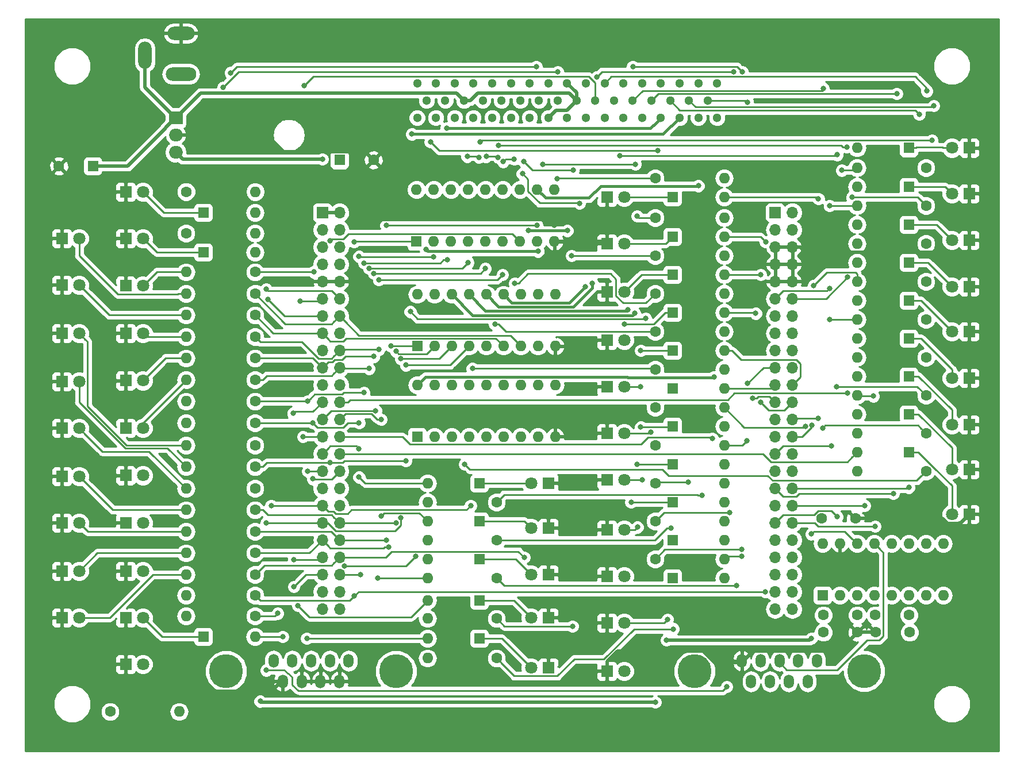
<source format=gbr>
G04 #@! TF.GenerationSoftware,KiCad,Pcbnew,5.0.2-bee76a0~70~ubuntu16.04.1*
G04 #@! TF.CreationDate,2020-12-08T16:48:18+01:00*
G04 #@! TF.ProjectId,IOSelectricControl,494f5365-6c65-4637-9472-6963436f6e74,rev?*
G04 #@! TF.SameCoordinates,Original*
G04 #@! TF.FileFunction,Copper,L2,Bot*
G04 #@! TF.FilePolarity,Positive*
%FSLAX46Y46*%
G04 Gerber Fmt 4.6, Leading zero omitted, Abs format (unit mm)*
G04 Created by KiCad (PCBNEW 5.0.2-bee76a0~70~ubuntu16.04.1) date tis  8 dec 2020 16:48:18*
%MOMM*%
%LPD*%
G01*
G04 APERTURE LIST*
G04 #@! TA.AperFunction,ComponentPad*
%ADD10C,5.001260*%
G04 #@! TD*
G04 #@! TA.AperFunction,ComponentPad*
%ADD11O,1.501140X1.998980*%
G04 #@! TD*
G04 #@! TA.AperFunction,ComponentPad*
%ADD12C,1.300000*%
G04 #@! TD*
G04 #@! TA.AperFunction,ComponentPad*
%ADD13O,1.700000X1.700000*%
G04 #@! TD*
G04 #@! TA.AperFunction,ComponentPad*
%ADD14R,1.700000X1.700000*%
G04 #@! TD*
G04 #@! TA.AperFunction,ComponentPad*
%ADD15O,1.998980X4.000500*%
G04 #@! TD*
G04 #@! TA.AperFunction,ComponentPad*
%ADD16O,4.000500X1.998980*%
G04 #@! TD*
G04 #@! TA.AperFunction,ComponentPad*
%ADD17O,4.500880X1.998980*%
G04 #@! TD*
G04 #@! TA.AperFunction,ComponentPad*
%ADD18R,1.600000X1.600000*%
G04 #@! TD*
G04 #@! TA.AperFunction,ComponentPad*
%ADD19C,1.600000*%
G04 #@! TD*
G04 #@! TA.AperFunction,ComponentPad*
%ADD20O,1.600000X1.600000*%
G04 #@! TD*
G04 #@! TA.AperFunction,ComponentPad*
%ADD21C,1.800000*%
G04 #@! TD*
G04 #@! TA.AperFunction,ComponentPad*
%ADD22R,1.800000X1.800000*%
G04 #@! TD*
G04 #@! TA.AperFunction,ComponentPad*
%ADD23R,2.000000X1.905000*%
G04 #@! TD*
G04 #@! TA.AperFunction,ComponentPad*
%ADD24O,2.000000X1.905000*%
G04 #@! TD*
G04 #@! TA.AperFunction,ViaPad*
%ADD25C,0.800000*%
G04 #@! TD*
G04 #@! TA.AperFunction,Conductor*
%ADD26C,0.500000*%
G04 #@! TD*
G04 #@! TA.AperFunction,Conductor*
%ADD27C,0.250000*%
G04 #@! TD*
G04 #@! TA.AperFunction,Conductor*
%ADD28C,0.400000*%
G04 #@! TD*
G04 #@! TA.AperFunction,Conductor*
%ADD29C,0.254000*%
G04 #@! TD*
G04 APERTURE END LIST*
D10*
G04 #@! TO.P,J6,*
G04 #@! TO.N,*
X118793260Y-124714000D03*
D11*
G04 #@! TO.P,J6,3*
G04 #@! TO.N,/PAR1*
X106299000Y-123195080D03*
G04 #@! TO.P,J6,2*
G04 #@! TO.N,/CTRL*
X109070140Y-123195080D03*
G04 #@! TO.P,J6,1*
G04 #@! TO.N,/BREAK*
X111838740Y-123195080D03*
G04 #@! TO.P,J6,4*
G04 #@! TO.N,/PAR0*
X103527860Y-123195080D03*
G04 #@! TO.P,J6,5*
G04 #@! TO.N,/PARODD*
X100759260Y-123195080D03*
G04 #@! TO.P,J6,9*
G04 #@! TO.N,GND*
X102143560Y-126232920D03*
G04 #@! TO.P,J6,8*
X104914700Y-126232920D03*
G04 #@! TO.P,J6,7*
X107683300Y-126232920D03*
G04 #@! TO.P,J6,6*
X110454440Y-126232920D03*
D10*
G04 #@! TO.P,J6,*
G04 #@! TO.N,*
X93804740Y-124714000D03*
G04 #@! TD*
D12*
G04 #@! TO.P,J1,1*
G04 #@! TO.N,/A*
X121920000Y-43180000D03*
G04 #@! TO.P,J1,2*
G04 #@! TO.N,/B*
X124680000Y-43180000D03*
G04 #@! TO.P,J1,3*
G04 #@! TO.N,/C*
X127440000Y-43180000D03*
G04 #@! TO.P,J1,4*
G04 #@! TO.N,/D*
X130200000Y-43180000D03*
G04 #@! TO.P,J1,5*
G04 #@! TO.N,/E*
X132960000Y-43180000D03*
G04 #@! TO.P,J1,6*
G04 #@! TO.N,/F*
X135720000Y-43180000D03*
G04 #@! TO.P,J1,7*
G04 #@! TO.N,/H*
X138480000Y-43180000D03*
G04 #@! TO.P,J1,8*
G04 #@! TO.N,+12V*
X141240000Y-43180000D03*
G04 #@! TO.P,J1,9*
G04 #@! TO.N,/K*
X144000000Y-43180000D03*
G04 #@! TO.P,J1,10*
G04 #@! TO.N,/L*
X146760000Y-43180000D03*
G04 #@! TO.P,J1,11*
G04 #@! TO.N,/M*
X149520000Y-43180000D03*
G04 #@! TO.P,J1,12*
G04 #@! TO.N,/N*
X152280000Y-43180000D03*
G04 #@! TO.P,J1,13*
G04 #@! TO.N,/P*
X155040000Y-43180000D03*
G04 #@! TO.P,J1,14*
G04 #@! TO.N,/R*
X157800000Y-43180000D03*
G04 #@! TO.P,J1,15*
G04 #@! TO.N,/S*
X160560000Y-43180000D03*
G04 #@! TO.P,J1,16*
G04 #@! TO.N,/SOL_LC*
X163320000Y-43180000D03*
G04 #@! TO.P,J1,17*
G04 #@! TO.N,/SOL_RED*
X166080000Y-43180000D03*
G04 #@! TO.P,J1,18*
G04 #@! TO.N,/SOL_BLACK*
X123300000Y-40640000D03*
G04 #@! TO.P,J1,19*
G04 #@! TO.N,/CON_C1_NC*
X126060000Y-40640000D03*
G04 #@! TO.P,J1,20*
G04 #@! TO.N,+12V*
X128820000Y-40640000D03*
G04 #@! TO.P,J1,21*
G04 #@! TO.N,/CON_TAB_ILCK_NC*
X131580000Y-40640000D03*
G04 #@! TO.P,J1,22*
G04 #@! TO.N,/CON_MODE_LC_NC*
X134340000Y-40640000D03*
G04 #@! TO.P,J1,23*
G04 #@! TO.N,/CON_FDBCK_NC*
X137100000Y-40640000D03*
G04 #@! TO.P,J1,24*
G04 #@! TO.N,/CON_FDBCK_NO*
X139860000Y-40640000D03*
G04 #@! TO.P,J1,25*
G04 #@! TO.N,/CON_TAB_ILCK_NO*
X142620000Y-40640000D03*
G04 #@! TO.P,J1,26*
G04 #@! TO.N,+12V*
X145380000Y-40640000D03*
G04 #@! TO.P,J1,27*
G04 #@! TO.N,/CON_EOL_NC*
X148140000Y-40640000D03*
G04 #@! TO.P,J1,28*
G04 #@! TO.N,/CON_EOL_NO*
X150900000Y-40640000D03*
G04 #@! TO.P,J1,29*
G04 #@! TO.N,/CON_MODE_UC_NO*
X153660000Y-40640000D03*
G04 #@! TO.P,J1,30*
G04 #@! TO.N,/CON_RIBBON_NO*
X156420000Y-40640000D03*
G04 #@! TO.P,J1,31*
G04 #@! TO.N,/CON_KBD_NC*
X159180000Y-40640000D03*
G04 #@! TO.P,J1,32*
G04 #@! TO.N,/CON_KBD_NO*
X161940000Y-40640000D03*
G04 #@! TO.P,J1,33*
G04 #@! TO.N,/CON_C1_NO*
X164700000Y-40640000D03*
G04 #@! TO.P,J1,34*
G04 #@! TO.N,/CON_ODD_PARITY*
X121920000Y-38100000D03*
G04 #@! TO.P,J1,35*
G04 #@! TO.N,/CON_T2_NO*
X124680000Y-38100000D03*
G04 #@! TO.P,J1,36*
G04 #@! TO.N,/CON_CK_NO*
X127440000Y-38100000D03*
G04 #@! TO.P,J1,37*
G04 #@! TO.N,/CON_T1_NO*
X130200000Y-38100000D03*
G04 #@! TO.P,J1,38*
G04 #@! TO.N,/CON_R2A_NO*
X132960000Y-38100000D03*
G04 #@! TO.P,J1,39*
G04 #@! TO.N,/CON_R1_NO*
X135720000Y-38100000D03*
G04 #@! TO.P,J1,40*
G04 #@! TO.N,/CON_R2_NO*
X138480000Y-38100000D03*
G04 #@! TO.P,J1,41*
G04 #@! TO.N,/CON_R5_NO*
X141240000Y-38100000D03*
G04 #@! TO.P,J1,42*
G04 #@! TO.N,+12V*
X144000000Y-38100000D03*
G04 #@! TO.P,J1,43*
G04 #@! TO.N,/CON_TAB_NO*
X146760000Y-38100000D03*
G04 #@! TO.P,J1,44*
G04 #@! TO.N,/AA*
X149520000Y-38100000D03*
G04 #@! TO.P,J1,45*
G04 #@! TO.N,/BB*
X152280000Y-38100000D03*
G04 #@! TO.P,J1,46*
G04 #@! TO.N,/CC*
X155040000Y-38100000D03*
G04 #@! TO.P,J1,47*
G04 #@! TO.N,/CON_INDEX_NO*
X157800000Y-38100000D03*
G04 #@! TO.P,J1,48*
G04 #@! TO.N,/CON_UC_NO*
X160560000Y-38100000D03*
G04 #@! TO.P,J1,49*
G04 #@! TO.N,/CON_LC_NO*
X163320000Y-38100000D03*
G04 #@! TO.P,J1,50*
G04 #@! TO.N,Net-(J1-Pad50)*
X166080000Y-38100000D03*
G04 #@! TD*
D13*
G04 #@! TO.P,J3,48*
G04 #@! TO.N,Net-(J3-Pad48)*
X177165000Y-115570000D03*
G04 #@! TO.P,J3,47*
G04 #@! TO.N,Net-(J3-Pad47)*
X174625000Y-115570000D03*
G04 #@! TO.P,J3,46*
G04 #@! TO.N,Net-(J3-Pad46)*
X177165000Y-113030000D03*
G04 #@! TO.P,J3,45*
G04 #@! TO.N,Net-(J3-Pad45)*
X174625000Y-113030000D03*
G04 #@! TO.P,J3,44*
G04 #@! TO.N,Net-(J3-Pad44)*
X177165000Y-110490000D03*
G04 #@! TO.P,J3,43*
G04 #@! TO.N,Net-(J3-Pad43)*
X174625000Y-110490000D03*
G04 #@! TO.P,J3,42*
G04 #@! TO.N,Net-(J3-Pad42)*
X177165000Y-107950000D03*
G04 #@! TO.P,J3,41*
G04 #@! TO.N,Net-(J3-Pad41)*
X174625000Y-107950000D03*
G04 #@! TO.P,J3,40*
G04 #@! TO.N,Net-(J3-Pad40)*
X177165000Y-105410000D03*
G04 #@! TO.P,J3,39*
G04 #@! TO.N,/STM_T2*
X174625000Y-105410000D03*
G04 #@! TO.P,J3,38*
G04 #@! TO.N,/STM_EOL_NO*
X177165000Y-102870000D03*
G04 #@! TO.P,J3,37*
G04 #@! TO.N,/STM_MODE_UC_NO*
X174625000Y-102870000D03*
G04 #@! TO.P,J3,36*
G04 #@! TO.N,/STM_RIBBON_NO*
X177165000Y-100330000D03*
G04 #@! TO.P,J3,35*
G04 #@! TO.N,Net-(J3-Pad35)*
X174625000Y-100330000D03*
G04 #@! TO.P,J3,34*
G04 #@! TO.N,/SER_TX*
X177165000Y-97790000D03*
G04 #@! TO.P,J3,33*
G04 #@! TO.N,/SER_RX*
X174625000Y-97790000D03*
G04 #@! TO.P,J3,32*
G04 #@! TO.N,Net-(J3-Pad32)*
X177165000Y-95250000D03*
G04 #@! TO.P,J3,31*
G04 #@! TO.N,Net-(J3-Pad31)*
X174625000Y-95250000D03*
G04 #@! TO.P,J3,30*
G04 #@! TO.N,Net-(J3-Pad30)*
X177165000Y-92710000D03*
G04 #@! TO.P,J3,29*
G04 #@! TO.N,/STM_KBD_NC*
X174625000Y-92710000D03*
G04 #@! TO.P,J3,28*
G04 #@! TO.N,/STM_KBD_NO*
X177165000Y-90170000D03*
G04 #@! TO.P,J3,27*
G04 #@! TO.N,/STM_C1_NO*
X174625000Y-90170000D03*
G04 #@! TO.P,J3,26*
G04 #@! TO.N,/STM_R5_NO*
X177165000Y-87630000D03*
G04 #@! TO.P,J3,25*
G04 #@! TO.N,/STM_R2_NO*
X174625000Y-87630000D03*
G04 #@! TO.P,J3,24*
G04 #@! TO.N,/STM_R1_NO*
X177165000Y-85090000D03*
G04 #@! TO.P,J3,23*
G04 #@! TO.N,/STM_R2A_NO*
X174625000Y-85090000D03*
G04 #@! TO.P,J3,22*
G04 #@! TO.N,/STM_T1_NO*
X177165000Y-82550000D03*
G04 #@! TO.P,J3,21*
G04 #@! TO.N,/STM_CK_NO*
X174625000Y-82550000D03*
G04 #@! TO.P,J3,20*
G04 #@! TO.N,/STM_T2_NO*
X177165000Y-80010000D03*
G04 #@! TO.P,J3,19*
G04 #@! TO.N,/STM_ODD_PAR_NO*
X174625000Y-80010000D03*
G04 #@! TO.P,J3,18*
G04 #@! TO.N,Net-(J3-Pad18)*
X177165000Y-77470000D03*
G04 #@! TO.P,J3,17*
G04 #@! TO.N,Net-(J3-Pad17)*
X174625000Y-77470000D03*
G04 #@! TO.P,J3,16*
G04 #@! TO.N,Net-(J3-Pad16)*
X177165000Y-74930000D03*
G04 #@! TO.P,J3,15*
G04 #@! TO.N,Net-(J3-Pad15)*
X174625000Y-74930000D03*
G04 #@! TO.P,J3,14*
G04 #@! TO.N,Net-(J3-Pad14)*
X177165000Y-72390000D03*
G04 #@! TO.P,J3,13*
G04 #@! TO.N,Net-(J3-Pad13)*
X174625000Y-72390000D03*
G04 #@! TO.P,J3,12*
G04 #@! TO.N,/STM_TAB_ILCK_NC*
X177165000Y-69850000D03*
G04 #@! TO.P,J3,11*
G04 #@! TO.N,/STM_MODE_LC_NC*
X174625000Y-69850000D03*
G04 #@! TO.P,J3,10*
G04 #@! TO.N,GND*
X177165000Y-67310000D03*
G04 #@! TO.P,J3,9*
X174625000Y-67310000D03*
G04 #@! TO.P,J3,8*
X177165000Y-64770000D03*
G04 #@! TO.P,J3,7*
X174625000Y-64770000D03*
G04 #@! TO.P,J3,6*
X177165000Y-62230000D03*
G04 #@! TO.P,J3,5*
X174625000Y-62230000D03*
G04 #@! TO.P,J3,4*
G04 #@! TO.N,Net-(J3-Pad4)*
X177165000Y-59690000D03*
G04 #@! TO.P,J3,3*
G04 #@! TO.N,Net-(J3-Pad3)*
X174625000Y-59690000D03*
G04 #@! TO.P,J3,2*
G04 #@! TO.N,Net-(J3-Pad2)*
X177165000Y-57150000D03*
D14*
G04 #@! TO.P,J3,1*
G04 #@! TO.N,Net-(J3-Pad1)*
X174625000Y-57150000D03*
G04 #@! TD*
D15*
G04 #@! TO.P,J4,1*
G04 #@! TO.N,+12V*
X81821020Y-33980120D03*
D16*
G04 #@! TO.P,J4,2*
G04 #@! TO.N,GND*
X87122000Y-30728920D03*
D17*
G04 #@! TO.P,J4,3*
G04 #@! TO.N,N/C*
X87122000Y-36730940D03*
G04 #@! TD*
D18*
G04 #@! TO.P,C1,1*
G04 #@! TO.N,+12V*
X74168000Y-50292000D03*
D19*
G04 #@! TO.P,C1,2*
G04 #@! TO.N,GND*
X69168000Y-50292000D03*
G04 #@! TD*
G04 #@! TO.P,C2,2*
G04 #@! TO.N,GND*
X115490000Y-49403000D03*
D18*
G04 #@! TO.P,C2,1*
G04 #@! TO.N,+5V*
X110490000Y-49403000D03*
G04 #@! TD*
D19*
G04 #@! TO.P,C3,2*
G04 #@! TO.N,Net-(C3-Pad2)*
X186737000Y-116459000D03*
G04 #@! TO.P,C3,1*
G04 #@! TO.N,Net-(C3-Pad1)*
X181737000Y-116459000D03*
G04 #@! TD*
G04 #@! TO.P,C4,1*
G04 #@! TO.N,+5V*
X181483000Y-102235000D03*
G04 #@! TO.P,C4,2*
G04 #@! TO.N,GND*
X186483000Y-102235000D03*
G04 #@! TD*
G04 #@! TO.P,C5,1*
G04 #@! TO.N,Net-(C5-Pad1)*
X189357000Y-116459000D03*
G04 #@! TO.P,C5,2*
G04 #@! TO.N,Net-(C5-Pad2)*
X194357000Y-116459000D03*
G04 #@! TD*
G04 #@! TO.P,C6,1*
G04 #@! TO.N,Net-(C6-Pad1)*
X194437000Y-118999000D03*
G04 #@! TO.P,C6,2*
G04 #@! TO.N,GND*
X189437000Y-118999000D03*
G04 #@! TD*
G04 #@! TO.P,C7,2*
G04 #@! TO.N,GND*
X186737000Y-118999000D03*
G04 #@! TO.P,C7,1*
G04 #@! TO.N,Net-(C7-Pad1)*
X181737000Y-118999000D03*
G04 #@! TD*
D18*
G04 #@! TO.P,D1,1*
G04 #@! TO.N,Net-(D1-Pad1)*
X159512000Y-83058000D03*
D20*
G04 #@! TO.P,D1,2*
G04 #@! TO.N,/STM_CK_NO*
X167132000Y-83058000D03*
G04 #@! TD*
G04 #@! TO.P,D3,2*
G04 #@! TO.N,/STM_T2_NO*
X167132000Y-88646000D03*
D18*
G04 #@! TO.P,D3,1*
G04 #@! TO.N,Net-(D3-Pad1)*
X159512000Y-88646000D03*
G04 #@! TD*
D20*
G04 #@! TO.P,D5,2*
G04 #@! TO.N,/STM_T1_NO*
X167132000Y-77470000D03*
D18*
G04 #@! TO.P,D5,1*
G04 #@! TO.N,Net-(D5-Pad1)*
X159512000Y-77470000D03*
G04 #@! TD*
G04 #@! TO.P,D7,1*
G04 #@! TO.N,Net-(D7-Pad1)*
X159512000Y-71882000D03*
D20*
G04 #@! TO.P,D7,2*
G04 #@! TO.N,/STM_R2A_NO*
X167132000Y-71882000D03*
G04 #@! TD*
D18*
G04 #@! TO.P,D9,1*
G04 #@! TO.N,Net-(D10-Pad2)*
X159512000Y-66294000D03*
D20*
G04 #@! TO.P,D9,2*
G04 #@! TO.N,/STM_R1_NO*
X167132000Y-66294000D03*
G04 #@! TD*
D18*
G04 #@! TO.P,D11,1*
G04 #@! TO.N,Net-(D11-Pad1)*
X159512000Y-60706000D03*
D20*
G04 #@! TO.P,D11,2*
G04 #@! TO.N,/STM_R2_NO*
X167132000Y-60706000D03*
G04 #@! TD*
G04 #@! TO.P,D13,2*
G04 #@! TO.N,/STM_R5_NO*
X167132000Y-54864000D03*
D18*
G04 #@! TO.P,D13,1*
G04 #@! TO.N,Net-(D13-Pad1)*
X159512000Y-54864000D03*
G04 #@! TD*
G04 #@! TO.P,D15,1*
G04 #@! TO.N,Net-(D15-Pad1)*
X131064000Y-97028000D03*
D20*
G04 #@! TO.P,D15,2*
G04 #@! TO.N,/STM_LC_NO*
X123444000Y-97028000D03*
G04 #@! TD*
D18*
G04 #@! TO.P,D17,1*
G04 #@! TO.N,Net-(D17-Pad1)*
X90424000Y-119634000D03*
D20*
G04 #@! TO.P,D17,2*
G04 #@! TO.N,/STM_EOL_NC*
X98044000Y-119634000D03*
G04 #@! TD*
G04 #@! TO.P,D19,2*
G04 #@! TO.N,/STM_C1_NC*
X186690000Y-92456000D03*
D18*
G04 #@! TO.P,D19,1*
G04 #@! TO.N,Net-(D19-Pad1)*
X194310000Y-92456000D03*
G04 #@! TD*
D20*
G04 #@! TO.P,D21,2*
G04 #@! TO.N,/STM_UC_NO*
X167132000Y-99822000D03*
D18*
G04 #@! TO.P,D21,1*
G04 #@! TO.N,Net-(D21-Pad1)*
X159512000Y-99822000D03*
G04 #@! TD*
D20*
G04 #@! TO.P,D23,2*
G04 #@! TO.N,/STM_EOL_NO*
X186690000Y-81280000D03*
D18*
G04 #@! TO.P,D23,1*
G04 #@! TO.N,Net-(D23-Pad1)*
X194310000Y-81280000D03*
G04 #@! TD*
G04 #@! TO.P,D25,1*
G04 #@! TO.N,Net-(D25-Pad1)*
X194310000Y-58928000D03*
D20*
G04 #@! TO.P,D25,2*
G04 #@! TO.N,/STM_TAB_ILCK_NC*
X186690000Y-58928000D03*
G04 #@! TD*
D18*
G04 #@! TO.P,D27,1*
G04 #@! TO.N,Net-(D27-Pad1)*
X131064000Y-119888000D03*
D20*
G04 #@! TO.P,D27,2*
G04 #@! TO.N,/STM_INDEX_NO*
X123444000Y-119888000D03*
G04 #@! TD*
D18*
G04 #@! TO.P,D29,1*
G04 #@! TO.N,Net-(D29-Pad1)*
X194310000Y-86868000D03*
D20*
G04 #@! TO.P,D29,2*
G04 #@! TO.N,/STM_MODE_UC_NO*
X186690000Y-86868000D03*
G04 #@! TD*
D18*
G04 #@! TO.P,D31,1*
G04 #@! TO.N,Net-(D31-Pad1)*
X194310000Y-53340000D03*
D20*
G04 #@! TO.P,D31,2*
G04 #@! TO.N,/STM_MODE_LC_NC*
X186690000Y-53340000D03*
G04 #@! TD*
G04 #@! TO.P,D33,2*
G04 #@! TO.N,/STM_CR_NO*
X123444000Y-102616000D03*
D18*
G04 #@! TO.P,D33,1*
G04 #@! TO.N,Net-(D33-Pad1)*
X131064000Y-102616000D03*
G04 #@! TD*
D20*
G04 #@! TO.P,D35,2*
G04 #@! TO.N,/STM_RIBBON_NO*
X186690000Y-75692000D03*
D18*
G04 #@! TO.P,D35,1*
G04 #@! TO.N,Net-(D35-Pad1)*
X194310000Y-75692000D03*
G04 #@! TD*
D20*
G04 #@! TO.P,D37,2*
G04 #@! TO.N,/STM_FDBCK_NC*
X123444000Y-114300000D03*
D18*
G04 #@! TO.P,D37,1*
G04 #@! TO.N,Net-(D37-Pad1)*
X131064000Y-114300000D03*
G04 #@! TD*
D20*
G04 #@! TO.P,D39,2*
G04 #@! TO.N,/STM_BSP_NO*
X123444000Y-108204000D03*
D18*
G04 #@! TO.P,D39,1*
G04 #@! TO.N,Net-(D39-Pad1)*
X131064000Y-108204000D03*
G04 #@! TD*
G04 #@! TO.P,D41,1*
G04 #@! TO.N,Net-(D41-Pad1)*
X194310000Y-70104000D03*
D20*
G04 #@! TO.P,D41,2*
G04 #@! TO.N,/STM_KBD_NC*
X186690000Y-70104000D03*
G04 #@! TD*
G04 #@! TO.P,D43,2*
G04 #@! TO.N,/STM_FDBCK_NO*
X98044000Y-62992000D03*
D18*
G04 #@! TO.P,D43,1*
G04 #@! TO.N,Net-(D43-Pad1)*
X90424000Y-62992000D03*
G04 #@! TD*
D20*
G04 #@! TO.P,D45,2*
G04 #@! TO.N,/STM_SP_NO*
X186690000Y-47625000D03*
D18*
G04 #@! TO.P,D45,1*
G04 #@! TO.N,Net-(D45-Pad1)*
X194310000Y-47625000D03*
G04 #@! TD*
D20*
G04 #@! TO.P,D47,2*
G04 #@! TO.N,/STM_KBD_NO*
X186690000Y-64516000D03*
D18*
G04 #@! TO.P,D47,1*
G04 #@! TO.N,Net-(D47-Pad1)*
X194310000Y-64516000D03*
G04 #@! TD*
D20*
G04 #@! TO.P,D49,2*
G04 #@! TO.N,/STM_ODD_PAR_NO*
X167132000Y-94234000D03*
D18*
G04 #@! TO.P,D49,1*
G04 #@! TO.N,Net-(D49-Pad1)*
X159512000Y-94234000D03*
G04 #@! TD*
G04 #@! TO.P,D51,1*
G04 #@! TO.N,Net-(D51-Pad1)*
X90424000Y-57150000D03*
D20*
G04 #@! TO.P,D51,2*
G04 #@! TO.N,/STM_TAB_ILCK_NO*
X98044000Y-57150000D03*
G04 #@! TD*
D18*
G04 #@! TO.P,D53,1*
G04 #@! TO.N,Net-(D53-Pad1)*
X159512000Y-105410000D03*
D20*
G04 #@! TO.P,D53,2*
G04 #@! TO.N,/STM_TAB_NO*
X167132000Y-105410000D03*
G04 #@! TD*
D18*
G04 #@! TO.P,D55,1*
G04 #@! TO.N,Net-(D55-Pad1)*
X159512000Y-110998000D03*
D20*
G04 #@! TO.P,D55,2*
G04 #@! TO.N,/STM_C1_NO*
X167132000Y-110998000D03*
G04 #@! TD*
D21*
G04 #@! TO.P,D69,2*
G04 #@! TO.N,Net-(D69-Pad2)*
X72136000Y-96012000D03*
D22*
G04 #@! TO.P,D69,1*
G04 #@! TO.N,GND*
X69596000Y-96012000D03*
G04 #@! TD*
D14*
G04 #@! TO.P,J2,1*
G04 #@! TO.N,+5V*
X107950000Y-57150000D03*
D13*
G04 #@! TO.P,J2,2*
X110490000Y-57150000D03*
G04 #@! TO.P,J2,3*
X107950000Y-59690000D03*
G04 #@! TO.P,J2,4*
X110490000Y-59690000D03*
G04 #@! TO.P,J2,5*
G04 #@! TO.N,Net-(J2-Pad5)*
X107950000Y-62230000D03*
G04 #@! TO.P,J2,6*
G04 #@! TO.N,Net-(J2-Pad6)*
X110490000Y-62230000D03*
G04 #@! TO.P,J2,7*
G04 #@! TO.N,Net-(J2-Pad7)*
X107950000Y-64770000D03*
G04 #@! TO.P,J2,8*
G04 #@! TO.N,Net-(J2-Pad8)*
X110490000Y-64770000D03*
G04 #@! TO.P,J2,9*
G04 #@! TO.N,GND*
X107950000Y-67310000D03*
G04 #@! TO.P,J2,10*
X110490000Y-67310000D03*
G04 #@! TO.P,J2,11*
G04 #@! TO.N,/STM_FDBCK_NC*
X107950000Y-69850000D03*
G04 #@! TO.P,J2,12*
G04 #@! TO.N,/STM_FDBCK_NO*
X110490000Y-69850000D03*
G04 #@! TO.P,J2,13*
G04 #@! TO.N,/STM_TAB_ILCK_NO*
X107950000Y-72390000D03*
G04 #@! TO.P,J2,14*
G04 #@! TO.N,/STM_KBD_LOCK*
X110490000Y-72390000D03*
G04 #@! TO.P,J2,15*
G04 #@! TO.N,/STM_TAB*
X107950000Y-74930000D03*
G04 #@! TO.P,J2,16*
G04 #@! TO.N,Net-(J2-Pad16)*
X110490000Y-74930000D03*
G04 #@! TO.P,J2,17*
G04 #@! TO.N,/STM_R5*
X107950000Y-77470000D03*
G04 #@! TO.P,J2,18*
G04 #@! TO.N,/STM_R2*
X110490000Y-77470000D03*
G04 #@! TO.P,J2,19*
G04 #@! TO.N,/STM_R1*
X107950000Y-80010000D03*
G04 #@! TO.P,J2,20*
G04 #@! TO.N,/STM_R2A*
X110490000Y-80010000D03*
G04 #@! TO.P,J2,21*
G04 #@! TO.N,Net-(J2-Pad21)*
X107950000Y-82550000D03*
G04 #@! TO.P,J2,22*
G04 #@! TO.N,Net-(J2-Pad22)*
X110490000Y-82550000D03*
G04 #@! TO.P,J2,23*
G04 #@! TO.N,/STM_TAB_NO*
X107950000Y-85090000D03*
G04 #@! TO.P,J2,24*
G04 #@! TO.N,/STM_SP_NO*
X110490000Y-85090000D03*
G04 #@! TO.P,J2,25*
G04 #@! TO.N,/STM_BSP_NO*
X107950000Y-87630000D03*
G04 #@! TO.P,J2,26*
G04 #@! TO.N,/STM_CR_NO*
X110490000Y-87630000D03*
G04 #@! TO.P,J2,27*
G04 #@! TO.N,/STM_INDEX_NO*
X107950000Y-90170000D03*
G04 #@! TO.P,J2,28*
G04 #@! TO.N,/STM_UC_NO*
X110490000Y-90170000D03*
G04 #@! TO.P,J2,29*
G04 #@! TO.N,/STM_LC_NO*
X107950000Y-92710000D03*
G04 #@! TO.P,J2,30*
G04 #@! TO.N,/STM_C1_NC*
X110490000Y-92710000D03*
G04 #@! TO.P,J2,31*
G04 #@! TO.N,/STM_T1*
X107950000Y-95250000D03*
G04 #@! TO.P,J2,32*
G04 #@! TO.N,/STM_CK*
X110490000Y-95250000D03*
G04 #@! TO.P,J2,33*
G04 #@! TO.N,Net-(J2-Pad33)*
X107950000Y-97790000D03*
G04 #@! TO.P,J2,34*
G04 #@! TO.N,Net-(J2-Pad34)*
X110490000Y-97790000D03*
G04 #@! TO.P,J2,35*
G04 #@! TO.N,/STM_SP*
X107950000Y-100330000D03*
G04 #@! TO.P,J2,36*
G04 #@! TO.N,/STM_BSP*
X110490000Y-100330000D03*
G04 #@! TO.P,J2,37*
G04 #@! TO.N,/STM_CR*
X107950000Y-102870000D03*
G04 #@! TO.P,J2,38*
G04 #@! TO.N,/STM_INDEX*
X110490000Y-102870000D03*
G04 #@! TO.P,J2,39*
G04 #@! TO.N,/STM_UC*
X107950000Y-105410000D03*
G04 #@! TO.P,J2,40*
G04 #@! TO.N,/STM_LC*
X110490000Y-105410000D03*
G04 #@! TO.P,J2,41*
G04 #@! TO.N,/STM_RED*
X107950000Y-107950000D03*
G04 #@! TO.P,J2,42*
G04 #@! TO.N,/STM_BLACK*
X110490000Y-107950000D03*
G04 #@! TO.P,J2,43*
G04 #@! TO.N,/STM_EOL_NC*
X107950000Y-110490000D03*
G04 #@! TO.P,J2,44*
G04 #@! TO.N,/BREAK*
X110490000Y-110490000D03*
G04 #@! TO.P,J2,45*
G04 #@! TO.N,/PARODD*
X107950000Y-113030000D03*
G04 #@! TO.P,J2,46*
G04 #@! TO.N,/CTRL*
X110490000Y-113030000D03*
G04 #@! TO.P,J2,47*
G04 #@! TO.N,/PAR0*
X107950000Y-115570000D03*
G04 #@! TO.P,J2,48*
G04 #@! TO.N,/PAR1*
X110490000Y-115570000D03*
G04 #@! TD*
D10*
G04 #@! TO.P,J5,*
G04 #@! TO.N,*
X187754260Y-124714000D03*
D11*
G04 #@! TO.P,J5,3*
G04 #@! TO.N,/EIA_RX*
X175260000Y-123195080D03*
G04 #@! TO.P,J5,2*
G04 #@! TO.N,/EIA_TX*
X178031140Y-123195080D03*
G04 #@! TO.P,J5,1*
G04 #@! TO.N,Net-(J5-Pad1)*
X180799740Y-123195080D03*
G04 #@! TO.P,J5,4*
G04 #@! TO.N,Net-(J5-Pad4)*
X172488860Y-123195080D03*
G04 #@! TO.P,J5,5*
G04 #@! TO.N,GND*
X169720260Y-123195080D03*
G04 #@! TO.P,J5,9*
G04 #@! TO.N,Net-(J5-Pad9)*
X171104560Y-126232920D03*
G04 #@! TO.P,J5,8*
G04 #@! TO.N,Net-(J5-Pad8)*
X173875700Y-126232920D03*
G04 #@! TO.P,J5,7*
G04 #@! TO.N,Net-(J5-Pad7)*
X176644300Y-126232920D03*
G04 #@! TO.P,J5,6*
G04 #@! TO.N,Net-(J5-Pad6)*
X179415440Y-126232920D03*
D10*
G04 #@! TO.P,J5,*
G04 #@! TO.N,*
X162765740Y-124714000D03*
G04 #@! TD*
D19*
G04 #@! TO.P,R1,1*
G04 #@! TO.N,/CON_CK_NO*
X156972000Y-80264000D03*
D20*
G04 #@! TO.P,R1,2*
G04 #@! TO.N,/STM_CK_NO*
X167132000Y-80264000D03*
G04 #@! TD*
G04 #@! TO.P,R3,2*
G04 #@! TO.N,/STM_T2_NO*
X167132000Y-85852000D03*
D19*
G04 #@! TO.P,R3,1*
G04 #@! TO.N,/CON_T2_NO*
X156972000Y-85852000D03*
G04 #@! TD*
G04 #@! TO.P,R5,1*
G04 #@! TO.N,/CON_T1_NO*
X156972000Y-74676000D03*
D20*
G04 #@! TO.P,R5,2*
G04 #@! TO.N,/STM_T1_NO*
X167132000Y-74676000D03*
G04 #@! TD*
D19*
G04 #@! TO.P,R7,1*
G04 #@! TO.N,/CON_R2A_NO*
X156972000Y-69088000D03*
D20*
G04 #@! TO.P,R7,2*
G04 #@! TO.N,/STM_R2A_NO*
X167132000Y-69088000D03*
G04 #@! TD*
D19*
G04 #@! TO.P,R9,1*
G04 #@! TO.N,/CON_R1_NO*
X156972000Y-63500000D03*
D20*
G04 #@! TO.P,R9,2*
G04 #@! TO.N,/STM_R1_NO*
X167132000Y-63500000D03*
G04 #@! TD*
D19*
G04 #@! TO.P,R11,1*
G04 #@! TO.N,/CON_R2_NO*
X156972000Y-57912000D03*
D20*
G04 #@! TO.P,R11,2*
G04 #@! TO.N,/STM_R2_NO*
X167132000Y-57912000D03*
G04 #@! TD*
G04 #@! TO.P,R13,2*
G04 #@! TO.N,/STM_R5_NO*
X167132000Y-52070000D03*
D19*
G04 #@! TO.P,R13,1*
G04 #@! TO.N,/CON_R5_NO*
X156972000Y-52070000D03*
G04 #@! TD*
G04 #@! TO.P,R15,1*
G04 #@! TO.N,/CON_LC_NO*
X133604000Y-99822000D03*
D20*
G04 #@! TO.P,R15,2*
G04 #@! TO.N,/STM_LC_NO*
X123444000Y-99822000D03*
G04 #@! TD*
D19*
G04 #@! TO.P,R16,1*
G04 #@! TO.N,/CON_EOL_NC*
X76708000Y-130683000D03*
D20*
G04 #@! TO.P,R16,2*
G04 #@! TO.N,/STM_EOL_NC*
X86868000Y-130683000D03*
G04 #@! TD*
D19*
G04 #@! TO.P,R17,1*
G04 #@! TO.N,/CON_C1_NC*
X196850000Y-95250000D03*
D20*
G04 #@! TO.P,R17,2*
G04 #@! TO.N,/STM_C1_NC*
X186690000Y-95250000D03*
G04 #@! TD*
G04 #@! TO.P,R21,2*
G04 #@! TO.N,/STM_UC_NO*
X167132000Y-97028000D03*
D19*
G04 #@! TO.P,R21,1*
G04 #@! TO.N,/CON_UC_NO*
X156972000Y-97028000D03*
G04 #@! TD*
G04 #@! TO.P,R22,1*
G04 #@! TO.N,/CON_EOL_NO*
X196850000Y-84074000D03*
D20*
G04 #@! TO.P,R22,2*
G04 #@! TO.N,/STM_EOL_NO*
X186690000Y-84074000D03*
G04 #@! TD*
G04 #@! TO.P,R23,2*
G04 #@! TO.N,/STM_TAB_ILCK_NC*
X186690000Y-61722000D03*
D19*
G04 #@! TO.P,R23,1*
G04 #@! TO.N,/CON_TAB_ILCK_NC*
X196850000Y-61722000D03*
G04 #@! TD*
D20*
G04 #@! TO.P,R27,2*
G04 #@! TO.N,/STM_INDEX_NO*
X123444000Y-122809000D03*
D19*
G04 #@! TO.P,R27,1*
G04 #@! TO.N,/CON_INDEX_NO*
X133604000Y-122809000D03*
G04 #@! TD*
D20*
G04 #@! TO.P,R28,2*
G04 #@! TO.N,/STM_MODE_UC_NO*
X186690000Y-89662000D03*
D19*
G04 #@! TO.P,R28,1*
G04 #@! TO.N,/CON_MODE_UC_NO*
X196850000Y-89662000D03*
G04 #@! TD*
D20*
G04 #@! TO.P,R29,2*
G04 #@! TO.N,/STM_MODE_LC_NC*
X186690000Y-56134000D03*
D19*
G04 #@! TO.P,R29,1*
G04 #@! TO.N,/CON_MODE_LC_NC*
X196850000Y-56134000D03*
G04 #@! TD*
G04 #@! TO.P,R33,1*
G04 #@! TO.N,/CC*
X133604000Y-105410000D03*
D20*
G04 #@! TO.P,R33,2*
G04 #@! TO.N,/STM_CR_NO*
X123444000Y-105410000D03*
G04 #@! TD*
G04 #@! TO.P,R34,2*
G04 #@! TO.N,/STM_RIBBON_NO*
X186690000Y-78486000D03*
D19*
G04 #@! TO.P,R34,1*
G04 #@! TO.N,/CON_RIBBON_NO*
X196850000Y-78486000D03*
G04 #@! TD*
G04 #@! TO.P,R35,1*
G04 #@! TO.N,/CON_FDBCK_NC*
X133604000Y-116967000D03*
D20*
G04 #@! TO.P,R35,2*
G04 #@! TO.N,/STM_FDBCK_NC*
X123444000Y-116967000D03*
G04 #@! TD*
D19*
G04 #@! TO.P,R39,1*
G04 #@! TO.N,/BB*
X133604000Y-110998000D03*
D20*
G04 #@! TO.P,R39,2*
G04 #@! TO.N,/STM_BSP_NO*
X123444000Y-110998000D03*
G04 #@! TD*
G04 #@! TO.P,R40,2*
G04 #@! TO.N,/STM_KBD_NC*
X186690000Y-72898000D03*
D19*
G04 #@! TO.P,R40,1*
G04 #@! TO.N,/CON_KBD_NC*
X196850000Y-72898000D03*
G04 #@! TD*
G04 #@! TO.P,R41,1*
G04 #@! TO.N,/CON_FDBCK_NO*
X87884000Y-60198000D03*
D20*
G04 #@! TO.P,R41,2*
G04 #@! TO.N,/STM_FDBCK_NO*
X98044000Y-60198000D03*
G04 #@! TD*
G04 #@! TO.P,R45,2*
G04 #@! TO.N,/STM_SP_NO*
X186690000Y-50546000D03*
D19*
G04 #@! TO.P,R45,1*
G04 #@! TO.N,/AA*
X196850000Y-50546000D03*
G04 #@! TD*
D20*
G04 #@! TO.P,R46,2*
G04 #@! TO.N,/STM_KBD_NO*
X186690000Y-67310000D03*
D19*
G04 #@! TO.P,R46,1*
G04 #@! TO.N,/CON_KBD_NO*
X196850000Y-67310000D03*
G04 #@! TD*
G04 #@! TO.P,R47,1*
G04 #@! TO.N,/CON_ODD_PARITY*
X156972000Y-91440000D03*
D20*
G04 #@! TO.P,R47,2*
G04 #@! TO.N,/STM_ODD_PAR_NO*
X167132000Y-91440000D03*
G04 #@! TD*
D19*
G04 #@! TO.P,R48,1*
G04 #@! TO.N,/CON_TAB_ILCK_NO*
X87909400Y-54076600D03*
D20*
G04 #@! TO.P,R48,2*
G04 #@! TO.N,/STM_TAB_ILCK_NO*
X98069400Y-54076600D03*
G04 #@! TD*
G04 #@! TO.P,R53,2*
G04 #@! TO.N,/STM_TAB_NO*
X167132000Y-102616000D03*
D19*
G04 #@! TO.P,R53,1*
G04 #@! TO.N,/CON_TAB_NO*
X156972000Y-102616000D03*
G04 #@! TD*
G04 #@! TO.P,R54,1*
G04 #@! TO.N,/CON_C1_NO*
X156972000Y-108204000D03*
D20*
G04 #@! TO.P,R54,2*
G04 #@! TO.N,/STM_C1_NO*
X167132000Y-108204000D03*
G04 #@! TD*
D19*
G04 #@! TO.P,R57,1*
G04 #@! TO.N,/STM_T2*
X98044000Y-113538000D03*
D20*
G04 #@! TO.P,R57,2*
G04 #@! TO.N,Net-(D57-Pad2)*
X87884000Y-113538000D03*
G04 #@! TD*
D19*
G04 #@! TO.P,R58,1*
G04 #@! TO.N,/STM_CK*
X98044000Y-88138000D03*
D20*
G04 #@! TO.P,R58,2*
G04 #@! TO.N,Net-(D58-Pad2)*
X87884000Y-88138000D03*
G04 #@! TD*
D19*
G04 #@! TO.P,R59,1*
G04 #@! TO.N,/STM_T1*
X98044000Y-84963000D03*
D20*
G04 #@! TO.P,R59,2*
G04 #@! TO.N,Net-(D59-Pad2)*
X87884000Y-84963000D03*
G04 #@! TD*
G04 #@! TO.P,R60,2*
G04 #@! TO.N,Net-(D60-Pad2)*
X87884000Y-81788000D03*
D19*
G04 #@! TO.P,R60,1*
G04 #@! TO.N,/STM_R2A*
X98044000Y-81788000D03*
G04 #@! TD*
D20*
G04 #@! TO.P,R61,2*
G04 #@! TO.N,Net-(D61-Pad2)*
X87884000Y-78613000D03*
D19*
G04 #@! TO.P,R61,1*
G04 #@! TO.N,/STM_R1*
X98044000Y-78613000D03*
G04 #@! TD*
G04 #@! TO.P,R62,1*
G04 #@! TO.N,/STM_R2*
X98044000Y-75438000D03*
D20*
G04 #@! TO.P,R62,2*
G04 #@! TO.N,Net-(D62-Pad2)*
X87884000Y-75438000D03*
G04 #@! TD*
G04 #@! TO.P,R63,2*
G04 #@! TO.N,Net-(D63-Pad2)*
X87884000Y-65913000D03*
D19*
G04 #@! TO.P,R63,1*
G04 #@! TO.N,/STM_R5*
X98044000Y-65913000D03*
G04 #@! TD*
G04 #@! TO.P,R64,1*
G04 #@! TO.N,/STM_KBD_LOCK*
X98044000Y-69088000D03*
D20*
G04 #@! TO.P,R64,2*
G04 #@! TO.N,Net-(D64-Pad2)*
X87884000Y-69088000D03*
G04 #@! TD*
G04 #@! TO.P,R65,2*
G04 #@! TO.N,Net-(D65-Pad2)*
X87884000Y-72263000D03*
D19*
G04 #@! TO.P,R65,1*
G04 #@! TO.N,/STM_TAB*
X98044000Y-72263000D03*
G04 #@! TD*
D20*
G04 #@! TO.P,R66,2*
G04 #@! TO.N,Net-(D66-Pad2)*
X87884000Y-91440000D03*
D19*
G04 #@! TO.P,R66,1*
G04 #@! TO.N,/STM_SP*
X98044000Y-91440000D03*
G04 #@! TD*
G04 #@! TO.P,R67,1*
G04 #@! TO.N,/STM_BSP*
X98044000Y-94615000D03*
D20*
G04 #@! TO.P,R67,2*
G04 #@! TO.N,Net-(D67-Pad2)*
X87884000Y-94615000D03*
G04 #@! TD*
D19*
G04 #@! TO.P,R68,1*
G04 #@! TO.N,/STM_CR*
X98044000Y-97790000D03*
D20*
G04 #@! TO.P,R68,2*
G04 #@! TO.N,Net-(D68-Pad2)*
X87884000Y-97790000D03*
G04 #@! TD*
G04 #@! TO.P,R69,2*
G04 #@! TO.N,Net-(D69-Pad2)*
X87884000Y-100965000D03*
D19*
G04 #@! TO.P,R69,1*
G04 #@! TO.N,/STM_INDEX*
X98044000Y-100965000D03*
G04 #@! TD*
G04 #@! TO.P,R70,1*
G04 #@! TO.N,/STM_UC*
X98044000Y-107315000D03*
D20*
G04 #@! TO.P,R70,2*
G04 #@! TO.N,Net-(D70-Pad2)*
X87884000Y-107315000D03*
G04 #@! TD*
G04 #@! TO.P,R71,2*
G04 #@! TO.N,Net-(D71-Pad2)*
X87884000Y-104140000D03*
D19*
G04 #@! TO.P,R71,1*
G04 #@! TO.N,/STM_LC*
X98044000Y-104140000D03*
G04 #@! TD*
G04 #@! TO.P,R72,1*
G04 #@! TO.N,/STM_RED*
X98044000Y-116586000D03*
D20*
G04 #@! TO.P,R72,2*
G04 #@! TO.N,Net-(D72-Pad2)*
X87884000Y-116586000D03*
G04 #@! TD*
D19*
G04 #@! TO.P,R73,1*
G04 #@! TO.N,/STM_BLACK*
X98044000Y-110490000D03*
D20*
G04 #@! TO.P,R73,2*
G04 #@! TO.N,Net-(D73-Pad2)*
X87884000Y-110490000D03*
G04 #@! TD*
D18*
G04 #@! TO.P,U1,1*
G04 #@! TO.N,/STM_T2*
X121818400Y-61391800D03*
D20*
G04 #@! TO.P,U1,10*
G04 #@! TO.N,+12V*
X142138400Y-53771800D03*
G04 #@! TO.P,U1,2*
G04 #@! TO.N,/STM_CK*
X124358400Y-61391800D03*
G04 #@! TO.P,U1,11*
G04 #@! TO.N,/SOL_LC*
X139598400Y-53771800D03*
G04 #@! TO.P,U1,3*
G04 #@! TO.N,/STM_T1*
X126898400Y-61391800D03*
G04 #@! TO.P,U1,12*
G04 #@! TO.N,/H*
X137058400Y-53771800D03*
G04 #@! TO.P,U1,4*
G04 #@! TO.N,/STM_R2A*
X129438400Y-61391800D03*
G04 #@! TO.P,U1,13*
G04 #@! TO.N,/F*
X134518400Y-53771800D03*
G04 #@! TO.P,U1,5*
G04 #@! TO.N,/STM_R1*
X131978400Y-61391800D03*
G04 #@! TO.P,U1,14*
G04 #@! TO.N,/E*
X131978400Y-53771800D03*
G04 #@! TO.P,U1,6*
G04 #@! TO.N,/STM_R2*
X134518400Y-61391800D03*
G04 #@! TO.P,U1,15*
G04 #@! TO.N,/D*
X129438400Y-53771800D03*
G04 #@! TO.P,U1,7*
G04 #@! TO.N,/STM_R5*
X137058400Y-61391800D03*
G04 #@! TO.P,U1,16*
G04 #@! TO.N,/C*
X126898400Y-53771800D03*
G04 #@! TO.P,U1,8*
G04 #@! TO.N,/STM_LC*
X139598400Y-61391800D03*
G04 #@! TO.P,U1,17*
G04 #@! TO.N,/B*
X124358400Y-53771800D03*
G04 #@! TO.P,U1,9*
G04 #@! TO.N,GND*
X142138400Y-61391800D03*
G04 #@! TO.P,U1,18*
G04 #@! TO.N,/A*
X121818400Y-53771800D03*
G04 #@! TD*
D18*
G04 #@! TO.P,U2,1*
G04 #@! TO.N,/STM_UC*
X121920000Y-76835000D03*
D20*
G04 #@! TO.P,U2,10*
G04 #@! TO.N,+12V*
X142240000Y-69215000D03*
G04 #@! TO.P,U2,2*
G04 #@! TO.N,/STM_INDEX*
X124460000Y-76835000D03*
G04 #@! TO.P,U2,11*
G04 #@! TO.N,/SOL_BLACK*
X139700000Y-69215000D03*
G04 #@! TO.P,U2,3*
G04 #@! TO.N,/STM_CR*
X127000000Y-76835000D03*
G04 #@! TO.P,U2,12*
G04 #@! TO.N,/K*
X137160000Y-69215000D03*
G04 #@! TO.P,U2,4*
G04 #@! TO.N,/STM_BSP*
X129540000Y-76835000D03*
G04 #@! TO.P,U2,13*
G04 #@! TO.N,/L*
X134620000Y-69215000D03*
G04 #@! TO.P,U2,5*
G04 #@! TO.N,/STM_SP*
X132080000Y-76835000D03*
G04 #@! TO.P,U2,14*
G04 #@! TO.N,/M*
X132080000Y-69215000D03*
G04 #@! TO.P,U2,6*
G04 #@! TO.N,/STM_TAB*
X134620000Y-76835000D03*
G04 #@! TO.P,U2,15*
G04 #@! TO.N,/N*
X129540000Y-69215000D03*
G04 #@! TO.P,U2,7*
G04 #@! TO.N,/STM_KBD_LOCK*
X137160000Y-76835000D03*
G04 #@! TO.P,U2,16*
G04 #@! TO.N,/P*
X127000000Y-69215000D03*
G04 #@! TO.P,U2,8*
G04 #@! TO.N,/STM_BLACK*
X139700000Y-76835000D03*
G04 #@! TO.P,U2,17*
G04 #@! TO.N,/R*
X124460000Y-69215000D03*
G04 #@! TO.P,U2,9*
G04 #@! TO.N,GND*
X142240000Y-76835000D03*
G04 #@! TO.P,U2,18*
G04 #@! TO.N,/S*
X121920000Y-69215000D03*
G04 #@! TD*
D18*
G04 #@! TO.P,U3,1*
G04 #@! TO.N,/STM_RED*
X121920000Y-90170000D03*
D20*
G04 #@! TO.P,U3,10*
G04 #@! TO.N,+12V*
X142240000Y-82550000D03*
G04 #@! TO.P,U3,2*
G04 #@! TO.N,Net-(U3-Pad2)*
X124460000Y-90170000D03*
G04 #@! TO.P,U3,11*
G04 #@! TO.N,Net-(U3-Pad11)*
X139700000Y-82550000D03*
G04 #@! TO.P,U3,3*
G04 #@! TO.N,Net-(U3-Pad3)*
X127000000Y-90170000D03*
G04 #@! TO.P,U3,12*
G04 #@! TO.N,Net-(U3-Pad12)*
X137160000Y-82550000D03*
G04 #@! TO.P,U3,4*
G04 #@! TO.N,Net-(U3-Pad4)*
X129540000Y-90170000D03*
G04 #@! TO.P,U3,13*
G04 #@! TO.N,Net-(U3-Pad13)*
X134620000Y-82550000D03*
G04 #@! TO.P,U3,5*
G04 #@! TO.N,Net-(U3-Pad5)*
X132080000Y-90170000D03*
G04 #@! TO.P,U3,14*
G04 #@! TO.N,Net-(U3-Pad14)*
X132080000Y-82550000D03*
G04 #@! TO.P,U3,6*
G04 #@! TO.N,Net-(U3-Pad6)*
X134620000Y-90170000D03*
G04 #@! TO.P,U3,15*
G04 #@! TO.N,Net-(U3-Pad15)*
X129540000Y-82550000D03*
G04 #@! TO.P,U3,7*
G04 #@! TO.N,Net-(U3-Pad7)*
X137160000Y-90170000D03*
G04 #@! TO.P,U3,16*
G04 #@! TO.N,Net-(U3-Pad16)*
X127000000Y-82550000D03*
G04 #@! TO.P,U3,8*
G04 #@! TO.N,Net-(U3-Pad8)*
X139700000Y-90170000D03*
G04 #@! TO.P,U3,17*
G04 #@! TO.N,Net-(U3-Pad17)*
X124460000Y-82550000D03*
G04 #@! TO.P,U3,9*
G04 #@! TO.N,GND*
X142240000Y-90170000D03*
G04 #@! TO.P,U3,18*
G04 #@! TO.N,/SOL_RED*
X121920000Y-82550000D03*
G04 #@! TD*
D23*
G04 #@! TO.P,U4,1*
G04 #@! TO.N,+12V*
X86360000Y-43180000D03*
D24*
G04 #@! TO.P,U4,2*
G04 #@! TO.N,GND*
X86360000Y-45720000D03*
G04 #@! TO.P,U4,3*
G04 #@! TO.N,+5V*
X86360000Y-48260000D03*
G04 #@! TD*
D18*
G04 #@! TO.P,U5,1*
G04 #@! TO.N,Net-(C3-Pad1)*
X181610000Y-113538000D03*
D20*
G04 #@! TO.P,U5,9*
G04 #@! TO.N,Net-(U5-Pad9)*
X199390000Y-105918000D03*
G04 #@! TO.P,U5,2*
G04 #@! TO.N,Net-(C7-Pad1)*
X184150000Y-113538000D03*
G04 #@! TO.P,U5,10*
G04 #@! TO.N,Net-(U5-Pad10)*
X196850000Y-105918000D03*
G04 #@! TO.P,U5,3*
G04 #@! TO.N,Net-(C3-Pad2)*
X186690000Y-113538000D03*
G04 #@! TO.P,U5,11*
G04 #@! TO.N,/SER_TX*
X194310000Y-105918000D03*
G04 #@! TO.P,U5,4*
G04 #@! TO.N,Net-(C5-Pad1)*
X189230000Y-113538000D03*
G04 #@! TO.P,U5,12*
G04 #@! TO.N,/SER_RX*
X191770000Y-105918000D03*
G04 #@! TO.P,U5,5*
G04 #@! TO.N,Net-(C5-Pad2)*
X191770000Y-113538000D03*
G04 #@! TO.P,U5,13*
G04 #@! TO.N,/EIA_RX*
X189230000Y-105918000D03*
G04 #@! TO.P,U5,6*
G04 #@! TO.N,Net-(C6-Pad1)*
X194310000Y-113538000D03*
G04 #@! TO.P,U5,14*
G04 #@! TO.N,/EIA_TX*
X186690000Y-105918000D03*
G04 #@! TO.P,U5,7*
G04 #@! TO.N,Net-(U5-Pad7)*
X196850000Y-113538000D03*
G04 #@! TO.P,U5,15*
G04 #@! TO.N,GND*
X184150000Y-105918000D03*
G04 #@! TO.P,U5,8*
G04 #@! TO.N,Net-(U5-Pad8)*
X199390000Y-113538000D03*
G04 #@! TO.P,U5,16*
G04 #@! TO.N,+5V*
X181610000Y-105918000D03*
G04 #@! TD*
D21*
G04 #@! TO.P,D2,2*
G04 #@! TO.N,Net-(D1-Pad1)*
X152400000Y-89662000D03*
D22*
G04 #@! TO.P,D2,1*
G04 #@! TO.N,GND*
X149860000Y-89662000D03*
G04 #@! TD*
G04 #@! TO.P,D4,1*
G04 #@! TO.N,GND*
X149860000Y-96520000D03*
D21*
G04 #@! TO.P,D4,2*
G04 #@! TO.N,Net-(D3-Pad1)*
X152400000Y-96520000D03*
G04 #@! TD*
D22*
G04 #@! TO.P,D6,1*
G04 #@! TO.N,GND*
X149860000Y-82804000D03*
D21*
G04 #@! TO.P,D6,2*
G04 #@! TO.N,Net-(D5-Pad1)*
X152400000Y-82804000D03*
G04 #@! TD*
G04 #@! TO.P,D8,2*
G04 #@! TO.N,Net-(D7-Pad1)*
X152400000Y-75946000D03*
D22*
G04 #@! TO.P,D8,1*
G04 #@! TO.N,GND*
X149860000Y-75946000D03*
G04 #@! TD*
D21*
G04 #@! TO.P,D10,2*
G04 #@! TO.N,Net-(D10-Pad2)*
X152400000Y-68834000D03*
D22*
G04 #@! TO.P,D10,1*
G04 #@! TO.N,GND*
X149860000Y-68834000D03*
G04 #@! TD*
G04 #@! TO.P,D12,1*
G04 #@! TO.N,GND*
X149860000Y-61722000D03*
D21*
G04 #@! TO.P,D12,2*
G04 #@! TO.N,Net-(D11-Pad1)*
X152400000Y-61722000D03*
G04 #@! TD*
D22*
G04 #@! TO.P,D14,1*
G04 #@! TO.N,GND*
X149860000Y-54864000D03*
D21*
G04 #@! TO.P,D14,2*
G04 #@! TO.N,Net-(D13-Pad1)*
X152400000Y-54864000D03*
G04 #@! TD*
G04 #@! TO.P,D16,2*
G04 #@! TO.N,Net-(D15-Pad1)*
X138684000Y-97028000D03*
D22*
G04 #@! TO.P,D16,1*
G04 #@! TO.N,GND*
X141224000Y-97028000D03*
G04 #@! TD*
D21*
G04 #@! TO.P,D18,2*
G04 #@! TO.N,Net-(D17-Pad1)*
X81534000Y-116840000D03*
D22*
G04 #@! TO.P,D18,1*
G04 #@! TO.N,GND*
X78994000Y-116840000D03*
G04 #@! TD*
D21*
G04 #@! TO.P,D20,2*
G04 #@! TO.N,Net-(D19-Pad1)*
X200660000Y-101600000D03*
D22*
G04 #@! TO.P,D20,1*
G04 #@! TO.N,GND*
X203200000Y-101600000D03*
G04 #@! TD*
G04 #@! TO.P,D22,1*
G04 #@! TO.N,GND*
X149860000Y-110744000D03*
D21*
G04 #@! TO.P,D22,2*
G04 #@! TO.N,Net-(D21-Pad1)*
X152400000Y-110744000D03*
G04 #@! TD*
G04 #@! TO.P,D24,2*
G04 #@! TO.N,Net-(D23-Pad1)*
X200660000Y-88392000D03*
D22*
G04 #@! TO.P,D24,1*
G04 #@! TO.N,GND*
X203200000Y-88392000D03*
G04 #@! TD*
D21*
G04 #@! TO.P,D26,2*
G04 #@! TO.N,Net-(D25-Pad1)*
X200660000Y-61214000D03*
D22*
G04 #@! TO.P,D26,1*
G04 #@! TO.N,GND*
X203200000Y-61214000D03*
G04 #@! TD*
G04 #@! TO.P,D28,1*
G04 #@! TO.N,GND*
X141224000Y-124206000D03*
D21*
G04 #@! TO.P,D28,2*
G04 #@! TO.N,Net-(D27-Pad1)*
X138684000Y-124206000D03*
G04 #@! TD*
G04 #@! TO.P,D30,2*
G04 #@! TO.N,Net-(D29-Pad1)*
X200660000Y-94996000D03*
D22*
G04 #@! TO.P,D30,1*
G04 #@! TO.N,GND*
X203200000Y-94996000D03*
G04 #@! TD*
D21*
G04 #@! TO.P,D32,2*
G04 #@! TO.N,Net-(D31-Pad1)*
X200660000Y-54356000D03*
D22*
G04 #@! TO.P,D32,1*
G04 #@! TO.N,GND*
X203200000Y-54356000D03*
G04 #@! TD*
G04 #@! TO.P,D34,1*
G04 #@! TO.N,GND*
X141224000Y-103632000D03*
D21*
G04 #@! TO.P,D34,2*
G04 #@! TO.N,Net-(D33-Pad1)*
X138684000Y-103632000D03*
G04 #@! TD*
G04 #@! TO.P,D36,2*
G04 #@! TO.N,Net-(D35-Pad1)*
X200660000Y-81534000D03*
D22*
G04 #@! TO.P,D36,1*
G04 #@! TO.N,GND*
X203200000Y-81534000D03*
G04 #@! TD*
G04 #@! TO.P,D38,1*
G04 #@! TO.N,GND*
X141224000Y-116840000D03*
D21*
G04 #@! TO.P,D38,2*
G04 #@! TO.N,Net-(D37-Pad1)*
X138684000Y-116840000D03*
G04 #@! TD*
G04 #@! TO.P,D40,2*
G04 #@! TO.N,Net-(D39-Pad1)*
X138684000Y-110490000D03*
D22*
G04 #@! TO.P,D40,1*
G04 #@! TO.N,GND*
X141224000Y-110490000D03*
G04 #@! TD*
D21*
G04 #@! TO.P,D42,2*
G04 #@! TO.N,Net-(D41-Pad1)*
X200660000Y-74676000D03*
D22*
G04 #@! TO.P,D42,1*
G04 #@! TO.N,GND*
X203200000Y-74676000D03*
G04 #@! TD*
D21*
G04 #@! TO.P,D44,2*
G04 #@! TO.N,Net-(D43-Pad1)*
X81534000Y-60960000D03*
D22*
G04 #@! TO.P,D44,1*
G04 #@! TO.N,GND*
X78994000Y-60960000D03*
G04 #@! TD*
G04 #@! TO.P,D46,1*
G04 #@! TO.N,GND*
X203200000Y-47625000D03*
D21*
G04 #@! TO.P,D46,2*
G04 #@! TO.N,Net-(D45-Pad1)*
X200660000Y-47625000D03*
G04 #@! TD*
D22*
G04 #@! TO.P,D48,1*
G04 #@! TO.N,GND*
X203200000Y-68072000D03*
D21*
G04 #@! TO.P,D48,2*
G04 #@! TO.N,Net-(D47-Pad1)*
X200660000Y-68072000D03*
G04 #@! TD*
G04 #@! TO.P,D50,2*
G04 #@! TO.N,Net-(D49-Pad1)*
X152400000Y-103886000D03*
D22*
G04 #@! TO.P,D50,1*
G04 #@! TO.N,GND*
X149860000Y-103886000D03*
G04 #@! TD*
G04 #@! TO.P,D52,1*
G04 #@! TO.N,GND*
X78994000Y-54102000D03*
D21*
G04 #@! TO.P,D52,2*
G04 #@! TO.N,Net-(D51-Pad1)*
X81534000Y-54102000D03*
G04 #@! TD*
G04 #@! TO.P,D54,2*
G04 #@! TO.N,Net-(D53-Pad1)*
X152400000Y-117602000D03*
D22*
G04 #@! TO.P,D54,1*
G04 #@! TO.N,GND*
X149860000Y-117602000D03*
G04 #@! TD*
G04 #@! TO.P,D56,1*
G04 #@! TO.N,GND*
X149860000Y-124714000D03*
D21*
G04 #@! TO.P,D56,2*
G04 #@! TO.N,Net-(D55-Pad1)*
X152400000Y-124714000D03*
G04 #@! TD*
G04 #@! TO.P,D57,2*
G04 #@! TO.N,Net-(D57-Pad2)*
X81534000Y-109982000D03*
D22*
G04 #@! TO.P,D57,1*
G04 #@! TO.N,GND*
X78994000Y-109982000D03*
G04 #@! TD*
D21*
G04 #@! TO.P,D58,2*
G04 #@! TO.N,Net-(D58-Pad2)*
X81534000Y-102870000D03*
D22*
G04 #@! TO.P,D58,1*
G04 #@! TO.N,GND*
X78994000Y-102870000D03*
G04 #@! TD*
D21*
G04 #@! TO.P,D59,2*
G04 #@! TO.N,Net-(D59-Pad2)*
X81534000Y-95885000D03*
D22*
G04 #@! TO.P,D59,1*
G04 #@! TO.N,GND*
X78994000Y-95885000D03*
G04 #@! TD*
D21*
G04 #@! TO.P,D60,2*
G04 #@! TO.N,Net-(D60-Pad2)*
X81534000Y-88900000D03*
D22*
G04 #@! TO.P,D60,1*
G04 #@! TO.N,GND*
X78994000Y-88900000D03*
G04 #@! TD*
G04 #@! TO.P,D61,1*
G04 #@! TO.N,GND*
X78994000Y-81915000D03*
D21*
G04 #@! TO.P,D61,2*
G04 #@! TO.N,Net-(D61-Pad2)*
X81534000Y-81915000D03*
G04 #@! TD*
D22*
G04 #@! TO.P,D62,1*
G04 #@! TO.N,GND*
X78994000Y-74930000D03*
D21*
G04 #@! TO.P,D62,2*
G04 #@! TO.N,Net-(D62-Pad2)*
X81534000Y-74930000D03*
G04 #@! TD*
D22*
G04 #@! TO.P,D63,1*
G04 #@! TO.N,GND*
X78994000Y-67945000D03*
D21*
G04 #@! TO.P,D63,2*
G04 #@! TO.N,Net-(D63-Pad2)*
X81534000Y-67945000D03*
G04 #@! TD*
D22*
G04 #@! TO.P,D64,1*
G04 #@! TO.N,GND*
X69596000Y-60960000D03*
D21*
G04 #@! TO.P,D64,2*
G04 #@! TO.N,Net-(D64-Pad2)*
X72136000Y-60960000D03*
G04 #@! TD*
D22*
G04 #@! TO.P,D65,1*
G04 #@! TO.N,GND*
X69596000Y-67818000D03*
D21*
G04 #@! TO.P,D65,2*
G04 #@! TO.N,Net-(D65-Pad2)*
X72136000Y-67818000D03*
G04 #@! TD*
G04 #@! TO.P,D66,2*
G04 #@! TO.N,Net-(D66-Pad2)*
X72136000Y-74930000D03*
D22*
G04 #@! TO.P,D66,1*
G04 #@! TO.N,GND*
X69596000Y-74930000D03*
G04 #@! TD*
G04 #@! TO.P,D67,1*
G04 #@! TO.N,GND*
X69596000Y-82042000D03*
D21*
G04 #@! TO.P,D67,2*
G04 #@! TO.N,Net-(D67-Pad2)*
X72136000Y-82042000D03*
G04 #@! TD*
G04 #@! TO.P,D68,2*
G04 #@! TO.N,Net-(D68-Pad2)*
X72136000Y-88900000D03*
D22*
G04 #@! TO.P,D68,1*
G04 #@! TO.N,GND*
X69596000Y-88900000D03*
G04 #@! TD*
G04 #@! TO.P,D70,1*
G04 #@! TO.N,GND*
X69596000Y-109982000D03*
D21*
G04 #@! TO.P,D70,2*
G04 #@! TO.N,Net-(D70-Pad2)*
X72136000Y-109982000D03*
G04 #@! TD*
D22*
G04 #@! TO.P,D71,1*
G04 #@! TO.N,GND*
X69596000Y-102870000D03*
D21*
G04 #@! TO.P,D71,2*
G04 #@! TO.N,Net-(D71-Pad2)*
X72136000Y-102870000D03*
G04 #@! TD*
D22*
G04 #@! TO.P,D72,1*
G04 #@! TO.N,GND*
X78994000Y-123698000D03*
D21*
G04 #@! TO.P,D72,2*
G04 #@! TO.N,Net-(D72-Pad2)*
X81534000Y-123698000D03*
G04 #@! TD*
D22*
G04 #@! TO.P,D73,1*
G04 #@! TO.N,GND*
X69596000Y-116840000D03*
D21*
G04 #@! TO.P,D73,2*
G04 #@! TO.N,Net-(D73-Pad2)*
X72136000Y-116840000D03*
G04 #@! TD*
D25*
G04 #@! TO.N,GND*
X142113000Y-59017000D03*
X115443999Y-58166999D03*
G04 #@! TO.N,+5V*
X107950000Y-49276000D03*
X156972000Y-129286000D03*
X158623000Y-120142000D03*
X179959000Y-119888000D03*
X98806001Y-129159000D03*
G04 #@! TO.N,Net-(D1-Pad1)*
X156300000Y-89498000D03*
G04 #@! TO.N,/STM_T2_NO*
X179070000Y-88646000D03*
G04 #@! TO.N,Net-(D3-Pad1)*
X155075001Y-96520000D03*
X154850000Y-88773000D03*
G04 #@! TO.N,Net-(D5-Pad1)*
X154813008Y-82804000D03*
X154850000Y-77470000D03*
G04 #@! TO.N,Net-(D7-Pad1)*
X152400000Y-73551011D03*
G04 #@! TO.N,/STM_R2A_NO*
X171778000Y-72009000D03*
X171323000Y-84495297D03*
G04 #@! TO.N,/STM_R1_NO*
X172503000Y-66294000D03*
X172503000Y-85090000D03*
G04 #@! TO.N,/STM_R2_NO*
X173228000Y-61468000D03*
G04 #@! TO.N,/STM_R5_NO*
X181012000Y-55118000D03*
X181012000Y-87503000D03*
G04 #@! TO.N,/STM_LC_NO*
X113365001Y-96139000D03*
X113365001Y-91948000D03*
G04 #@! TO.N,/STM_EOL_NC*
X102108000Y-119634000D03*
X103759000Y-112268000D03*
G04 #@! TO.N,/STM_UC_NO*
X165354000Y-90424000D03*
G04 #@! TO.N,Net-(D21-Pad1)*
X153416000Y-99822000D03*
G04 #@! TO.N,/STM_EOL_NO*
X189357000Y-103378000D03*
X189103000Y-84201000D03*
G04 #@! TO.N,/STM_TAB_ILCK_NC*
X185293000Y-66675000D03*
G04 #@! TO.N,/STM_INDEX_NO*
X105664000Y-119888000D03*
X105103000Y-90170000D03*
G04 #@! TO.N,/STM_MODE_UC_NO*
X183769000Y-101981000D03*
G04 #@! TO.N,/STM_MODE_LC_NC*
X182644001Y-68295437D03*
X182644001Y-56134000D03*
G04 #@! TO.N,/STM_CR_NO*
X116623000Y-101854000D03*
X116623000Y-87630000D03*
G04 #@! TO.N,/STM_RIBBON_NO*
X187833000Y-100330000D03*
G04 #@! TO.N,/STM_FDBCK_NC*
X104378000Y-115062999D03*
X104648000Y-70231000D03*
G04 #@! TO.N,/STM_BSP_NO*
X115807593Y-86354973D03*
X116078000Y-110998000D03*
G04 #@! TO.N,/STM_KBD_NC*
X182880000Y-91567000D03*
X182644001Y-72898000D03*
G04 #@! TO.N,/STM_FDBCK_NO*
X99695000Y-68453000D03*
G04 #@! TO.N,/STM_SP_NO*
X185323337Y-83770297D03*
X184440998Y-50927000D03*
G04 #@! TO.N,/STM_KBD_NO*
X180059952Y-88504579D03*
X180287000Y-67945000D03*
G04 #@! TO.N,/STM_ODD_PAR_NO*
X170598000Y-82333000D03*
X170432001Y-90805000D03*
G04 #@! TO.N,Net-(D49-Pad1)*
X154350001Y-103505000D03*
X154305000Y-94234000D03*
G04 #@! TO.N,/STM_TAB_ILCK_NO*
X99953653Y-69972347D03*
G04 #@! TO.N,Net-(D53-Pad1)*
X158787000Y-117089347D03*
G04 #@! TO.N,/STM_TAB_NO*
X103652999Y-86741000D03*
X167513000Y-127000000D03*
X99695000Y-124586999D03*
G04 #@! TO.N,/STM_C1_NO*
X169707001Y-107807003D03*
G04 #@! TO.N,/CON_TAB_ILCK_NO*
X93345000Y-38689999D03*
X142621000Y-36399999D03*
G04 #@! TO.N,/CON_FDBCK_NC*
X137414000Y-51435000D03*
X145796000Y-55771801D03*
X144780000Y-118110000D03*
G04 #@! TO.N,/CON_TAB_ILCK_NC*
X197739000Y-46482000D03*
X131191000Y-46736000D03*
G04 #@! TO.N,/CON_C1_NC*
X128905000Y-94234000D03*
G04 #@! TO.N,/SOL_RED*
X165608000Y-81407000D03*
G04 #@! TO.N,/S*
X121120000Y-45593000D03*
G04 #@! TO.N,/CON_R1_NO*
X137631000Y-49657000D03*
X144653000Y-63500000D03*
X144907000Y-50927000D03*
G04 #@! TO.N,/CON_LC_NO*
X163830000Y-98806000D03*
G04 #@! TO.N,/CON_UC_NO*
X161812011Y-96901000D03*
G04 #@! TO.N,/CON_INDEX_NO*
X159643653Y-118495653D03*
G04 #@! TO.N,/CC*
X159258000Y-103632000D03*
G04 #@! TO.N,/BB*
X153670000Y-35674999D03*
X169799000Y-36399999D03*
X168982001Y-112141000D03*
G04 #@! TO.N,/AA*
X196977000Y-39243000D03*
G04 #@! TO.N,/CON_TAB_NO*
X148336175Y-37207868D03*
X168529000Y-36399999D03*
X167894000Y-101346000D03*
G04 #@! TO.N,/CON_R5_NO*
X142494000Y-52197000D03*
G04 #@! TO.N,/CON_R2_NO*
X154305001Y-57658000D03*
X154051000Y-50038000D03*
X140390000Y-50038000D03*
G04 #@! TO.N,/CON_MODE_LC_NC*
X185165998Y-47498000D03*
X185965000Y-54881800D03*
X133858000Y-47244000D03*
G04 #@! TO.N,/CON_FDBCK_NO*
X94460847Y-36548847D03*
X139446000Y-35674999D03*
G04 #@! TO.N,/R*
X126238000Y-44704000D03*
G04 #@! TO.N,/SOL_BLACK*
X139700000Y-62865000D03*
X123190000Y-62611000D03*
G04 #@! TO.N,/SOL_LC*
X163322000Y-53213000D03*
G04 #@! TO.N,/N*
X152908000Y-71501000D03*
G04 #@! TO.N,/L*
X146685000Y-68072000D03*
G04 #@! TO.N,/CON_EOL_NC*
X105283000Y-38481000D03*
G04 #@! TO.N,/CON_EOL_NO*
X151765000Y-48768000D03*
X183769000Y-48641000D03*
X183715998Y-82798077D03*
G04 #@! TO.N,/CON_MODE_UC_NO*
X181737000Y-38862000D03*
X181610000Y-88900000D03*
G04 #@! TO.N,/CON_RIBBON_NO*
X192532000Y-39624000D03*
G04 #@! TO.N,/CON_KBD_NC*
X195852001Y-42672000D03*
G04 #@! TO.N,/CON_KBD_NO*
X197993000Y-41402000D03*
G04 #@! TO.N,/CON_C1_NO*
X170561000Y-40890001D03*
X169707001Y-106807000D03*
G04 #@! TO.N,/CON_ODD_PARITY*
X120904000Y-71755000D03*
X155575000Y-72771000D03*
G04 #@! TO.N,/CON_T2_NO*
X123880000Y-46736000D03*
X157353000Y-48006004D03*
G04 #@! TO.N,/CON_CK_NO*
X129286000Y-48895000D03*
X131000000Y-49022000D03*
X130048000Y-80137000D03*
G04 #@! TO.N,/CON_T1_NO*
X132080000Y-48895000D03*
X133350000Y-73551011D03*
X133824928Y-49002469D03*
G04 #@! TO.N,/CON_R2A_NO*
X136271000Y-67564000D03*
X134580979Y-49657000D03*
X136180990Y-49276000D03*
G04 #@! TO.N,/K*
X138303000Y-59817000D03*
X144018000Y-59817000D03*
G04 #@! TO.N,/M*
X147701000Y-67564000D03*
G04 #@! TO.N,/P*
X153924000Y-72009000D03*
G04 #@! TO.N,/STM_R5*
X106680000Y-65913000D03*
X109094562Y-61339785D03*
G04 #@! TO.N,/STM_R2*
X134493000Y-66294000D03*
X116265001Y-67056000D03*
X116265001Y-77343000D03*
G04 #@! TO.N,/STM_R1*
X131953000Y-65405000D03*
X115540001Y-66106300D03*
X115540001Y-78359000D03*
G04 #@! TO.N,/STM_R2A*
X129413000Y-64516000D03*
X114815001Y-65340179D03*
X114815001Y-80137000D03*
G04 #@! TO.N,/STM_T1*
X105828000Y-95250000D03*
X105791000Y-84963000D03*
X126358401Y-64135000D03*
X114090001Y-64574507D03*
X114090001Y-83693000D03*
G04 #@! TO.N,/STM_CK*
X106553000Y-96393000D03*
X106553000Y-88138000D03*
X124333000Y-63665000D03*
X113365001Y-63627000D03*
X113365001Y-88138000D03*
G04 #@! TO.N,/STM_SP*
X100420000Y-100330000D03*
X129794000Y-100330000D03*
G04 #@! TO.N,/STM_BSP*
X109093000Y-93980000D03*
X120248000Y-79629000D03*
X120248000Y-93726000D03*
G04 #@! TO.N,/STM_CR*
X99695000Y-102870000D03*
X119523000Y-78685001D03*
X119523000Y-102132796D03*
G04 #@! TO.N,/STM_INDEX*
X118798000Y-77593836D03*
X118798000Y-102870000D03*
G04 #@! TO.N,/STM_UC*
X118073000Y-76835000D03*
X117729000Y-106426000D03*
G04 #@! TO.N,/STM_LC*
X139573000Y-59017000D03*
X117348000Y-59055000D03*
X117348000Y-105410000D03*
G04 #@! TO.N,/STM_RED*
X121666000Y-107803999D03*
X111189717Y-109220001D03*
X101383000Y-116205000D03*
X103759000Y-108331000D03*
G04 #@! TO.N,/STM_BLACK*
X137668000Y-107950000D03*
G04 #@! TO.N,/STM_T2*
X112640001Y-61468000D03*
X112649000Y-113665000D03*
X173174997Y-113030000D03*
G04 #@! TO.N,/SER_TX*
X194310000Y-97663000D03*
G04 #@! TO.N,/SER_RX*
X192024000Y-98552000D03*
G04 #@! TO.N,/EIA_TX*
X179959000Y-104521000D03*
G04 #@! TO.N,/BREAK*
X113538000Y-110490000D03*
G04 #@! TD*
D26*
G04 #@! TO.N,+12V*
X84860000Y-44632500D02*
X86312500Y-43180000D01*
X84860000Y-44680000D02*
X84860000Y-44632500D01*
X79248000Y-50292000D02*
X84860000Y-44680000D01*
X74168000Y-50292000D02*
X79248000Y-50292000D01*
X81821020Y-38688520D02*
X86312500Y-43180000D01*
X86312500Y-43180000D02*
X86360000Y-43180000D01*
X81821020Y-33980120D02*
X81821020Y-38688520D01*
X128170001Y-39990001D02*
X128820000Y-40640000D01*
X127719999Y-39539999D02*
X128170001Y-39990001D01*
X90047501Y-39539999D02*
X127719999Y-39539999D01*
X86407500Y-43180000D02*
X90047501Y-39539999D01*
X86360000Y-43180000D02*
X86407500Y-43180000D01*
X144730001Y-39990001D02*
X145380000Y-40640000D01*
X130839239Y-39539999D02*
X144279999Y-39539999D01*
X144279999Y-39539999D02*
X144730001Y-39990001D01*
X129739238Y-40640000D02*
X130839239Y-39539999D01*
X128820000Y-40640000D02*
X129739238Y-40640000D01*
X145380000Y-39480000D02*
X144000000Y-38100000D01*
X145380000Y-40640000D02*
X145380000Y-39480000D01*
X144730001Y-41289999D02*
X145380000Y-40640000D01*
X143940001Y-42079999D02*
X144730001Y-41289999D01*
X142340001Y-42079999D02*
X143940001Y-42079999D01*
X141240000Y-43180000D02*
X142340001Y-42079999D01*
G04 #@! TO.N,GND*
X164035740Y-121763369D02*
X151410631Y-121763369D01*
X151410631Y-121763369D02*
X149860000Y-123314000D01*
X165716371Y-123444000D02*
X164035740Y-121763369D01*
X149860000Y-123314000D02*
X149860000Y-124714000D01*
X169720260Y-123444000D02*
X165716371Y-123444000D01*
X185937001Y-119798999D02*
X186737000Y-118999000D01*
X183990420Y-121745580D02*
X185937001Y-119798999D01*
X171418680Y-121745580D02*
X183990420Y-121745580D01*
X169720260Y-123444000D02*
X171418680Y-121745580D01*
X186737000Y-118999000D02*
X189437000Y-118999000D01*
X200011999Y-102950001D02*
X201849999Y-102950001D01*
X201849999Y-102950001D02*
X203200000Y-101600000D01*
X199296998Y-102235000D02*
X200011999Y-102950001D01*
X186483000Y-102235000D02*
X199296998Y-102235000D01*
X114690001Y-48603001D02*
X115490000Y-49403000D01*
X114239999Y-48152999D02*
X114690001Y-48603001D01*
X102196997Y-48152999D02*
X114239999Y-48152999D01*
X99763998Y-45720000D02*
X102196997Y-48152999D01*
X86360000Y-45720000D02*
X99763998Y-45720000D01*
X149529800Y-61391800D02*
X149860000Y-61722000D01*
X142138400Y-61391800D02*
X149529800Y-61391800D01*
X141262999Y-58166999D02*
X115443999Y-58166999D01*
X142113000Y-59017000D02*
X141262999Y-58166999D01*
X203200000Y-62614000D02*
X203200000Y-61214000D01*
X202841999Y-62972001D02*
X203200000Y-62614000D01*
X179109082Y-62972001D02*
X202841999Y-62972001D01*
X178367081Y-62230000D02*
X179109082Y-62972001D01*
X177165000Y-62230000D02*
X178367081Y-62230000D01*
X174625000Y-62230000D02*
X177165000Y-62230000D01*
X107950000Y-67310000D02*
X110490000Y-67310000D01*
X78994000Y-125098000D02*
X78994000Y-123698000D01*
X81560631Y-127664631D02*
X78994000Y-125098000D01*
X100462929Y-127664631D02*
X81560631Y-127664631D01*
X102143560Y-125984000D02*
X100462929Y-127664631D01*
G04 #@! TO.N,+5V*
X87376000Y-49276000D02*
X86360000Y-48260000D01*
X107950000Y-49276000D02*
X87376000Y-49276000D01*
X107950000Y-57150000D02*
X110490000Y-57150000D01*
X179705000Y-120142000D02*
X179959000Y-119888000D01*
X158623000Y-120142000D02*
X179705000Y-120142000D01*
X156972000Y-129286000D02*
X98933001Y-129286000D01*
X98933001Y-129286000D02*
X98806001Y-129159000D01*
D27*
G04 #@! TO.N,Net-(D1-Pad1)*
X156136000Y-89662000D02*
X156300000Y-89498000D01*
X152400000Y-89662000D02*
X156136000Y-89662000D01*
G04 #@! TO.N,/STM_CK_NO*
X174117000Y-83058000D02*
X174625000Y-82550000D01*
X167132000Y-83058000D02*
X174117000Y-83058000D01*
G04 #@! TO.N,/STM_T2_NO*
X178910999Y-88805001D02*
X179070000Y-88646000D01*
X170085001Y-88805001D02*
X178910999Y-88805001D01*
X167132000Y-85852000D02*
X170085001Y-88805001D01*
G04 #@! TO.N,Net-(D3-Pad1)*
X152400000Y-96520000D02*
X155075001Y-96520000D01*
X159385000Y-88773000D02*
X159512000Y-88646000D01*
X154850000Y-88773000D02*
X159385000Y-88773000D01*
G04 #@! TO.N,/STM_T1_NO*
X178014999Y-81700001D02*
X177165000Y-82550000D01*
X178340001Y-81374999D02*
X178014999Y-81700001D01*
X177729001Y-78834999D02*
X178340001Y-79445999D01*
X169628369Y-78834999D02*
X177729001Y-78834999D01*
X178340001Y-79445999D02*
X178340001Y-81374999D01*
X168263370Y-77470000D02*
X169628369Y-78834999D01*
X167132000Y-77470000D02*
X168263370Y-77470000D01*
G04 #@! TO.N,Net-(D5-Pad1)*
X152400000Y-82804000D02*
X154813008Y-82804000D01*
X154850000Y-77470000D02*
X159512000Y-77470000D01*
G04 #@! TO.N,Net-(D7-Pad1)*
X158462000Y-71882000D02*
X159512000Y-71882000D01*
X156793001Y-73550999D02*
X158462000Y-71882000D01*
X152965697Y-73550999D02*
X156793001Y-73550999D01*
X152965685Y-73551011D02*
X152965697Y-73550999D01*
X152400000Y-73551011D02*
X152965685Y-73551011D01*
G04 #@! TO.N,/STM_R2A_NO*
X171651000Y-71882000D02*
X171778000Y-72009000D01*
X167132000Y-71882000D02*
X171651000Y-71882000D01*
X172143981Y-84240001D02*
X173775001Y-84240001D01*
X173775001Y-84240001D02*
X174625000Y-85090000D01*
X171888685Y-84495297D02*
X172143981Y-84240001D01*
X171323000Y-84495297D02*
X171888685Y-84495297D01*
G04 #@! TO.N,Net-(D10-Pad2)*
X154940000Y-66294000D02*
X159512000Y-66294000D01*
X152400000Y-68834000D02*
X154940000Y-66294000D01*
G04 #@! TO.N,/STM_R1_NO*
X167132000Y-66294000D02*
X172503000Y-66294000D01*
X176315001Y-85939999D02*
X177165000Y-85090000D01*
X175989999Y-86265001D02*
X176315001Y-85939999D01*
X173678001Y-86265001D02*
X175989999Y-86265001D01*
X172503000Y-85090000D02*
X173678001Y-86265001D01*
G04 #@! TO.N,Net-(D11-Pad1)*
X158496000Y-61722000D02*
X159512000Y-60706000D01*
X152400000Y-61722000D02*
X158496000Y-61722000D01*
G04 #@! TO.N,/STM_R2_NO*
X172466000Y-60706000D02*
X173228000Y-61468000D01*
X167132000Y-60706000D02*
X172466000Y-60706000D01*
G04 #@! TO.N,/STM_R5_NO*
X180758000Y-54864000D02*
X181012000Y-55118000D01*
X167132000Y-54864000D02*
X180758000Y-54864000D01*
X177292000Y-87503000D02*
X177165000Y-87630000D01*
X181012000Y-87503000D02*
X177292000Y-87503000D01*
G04 #@! TO.N,Net-(D13-Pad1)*
X153672792Y-54864000D02*
X159512000Y-54864000D01*
X152400000Y-54864000D02*
X153672792Y-54864000D01*
G04 #@! TO.N,Net-(D15-Pad1)*
X132114000Y-97028000D02*
X138684000Y-97028000D01*
X131064000Y-97028000D02*
X132114000Y-97028000D01*
G04 #@! TO.N,/STM_LC_NO*
X114254001Y-97028000D02*
X113365001Y-96139000D01*
X123444000Y-97028000D02*
X114254001Y-97028000D01*
X108799999Y-91860001D02*
X107950000Y-92710000D01*
X109125001Y-91534999D02*
X108799999Y-91860001D01*
X112952000Y-91534999D02*
X109125001Y-91534999D01*
X113365001Y-91948000D02*
X112952000Y-91534999D01*
G04 #@! TO.N,Net-(D17-Pad1)*
X84328000Y-119634000D02*
X81534000Y-116840000D01*
X90424000Y-119634000D02*
X84328000Y-119634000D01*
G04 #@! TO.N,/STM_EOL_NC*
X98044000Y-119634000D02*
X102108000Y-119634000D01*
X105537000Y-110490000D02*
X107950000Y-110490000D01*
X103759000Y-112268000D02*
X105537000Y-110490000D01*
G04 #@! TO.N,/STM_C1_NC*
X185890001Y-93255999D02*
X186690000Y-92456000D01*
X185260999Y-93885001D02*
X185890001Y-93255999D01*
X174060999Y-93885001D02*
X185260999Y-93885001D01*
X172885998Y-92710000D02*
X174060999Y-93885001D01*
X110490000Y-92710000D02*
X172885998Y-92710000D01*
G04 #@! TO.N,Net-(D19-Pad1)*
X200660000Y-101600000D02*
X200660000Y-97409000D01*
X195721002Y-92456000D02*
X195360000Y-92456000D01*
X195360000Y-92456000D02*
X194310000Y-92456000D01*
X197975001Y-94709999D02*
X195721002Y-92456000D01*
X197975001Y-94724001D02*
X197975001Y-94709999D01*
X200660000Y-97409000D02*
X197975001Y-94724001D01*
G04 #@! TO.N,/STM_UC_NO*
X165153001Y-90223001D02*
X165354000Y-90424000D01*
X155951999Y-90223001D02*
X165153001Y-90223001D01*
X110490000Y-90170000D02*
X119734998Y-90170000D01*
X119734998Y-90170000D02*
X120859999Y-91295001D01*
X120859999Y-91295001D02*
X154879999Y-91295001D01*
X154879999Y-91295001D02*
X155951999Y-90223001D01*
G04 #@! TO.N,Net-(D21-Pad1)*
X159512000Y-99822000D02*
X153416000Y-99822000D01*
G04 #@! TO.N,/STM_EOL_NO*
X180960998Y-103378000D02*
X189357000Y-103378000D01*
X180452998Y-102870000D02*
X180960998Y-103378000D01*
X177165000Y-102870000D02*
X180452998Y-102870000D01*
X186817000Y-84201000D02*
X186690000Y-84074000D01*
X189103000Y-84201000D02*
X186817000Y-84201000D01*
G04 #@! TO.N,Net-(D23-Pad1)*
X195360000Y-81280000D02*
X194310000Y-81280000D01*
X195721002Y-81280000D02*
X195360000Y-81280000D01*
X200660000Y-86218998D02*
X195721002Y-81280000D01*
X200660000Y-88392000D02*
X200660000Y-86218998D01*
G04 #@! TO.N,Net-(D25-Pad1)*
X198374000Y-58928000D02*
X200660000Y-61214000D01*
X194310000Y-58928000D02*
X198374000Y-58928000D01*
G04 #@! TO.N,/STM_TAB_ILCK_NC*
X182118000Y-69850000D02*
X185293000Y-66675000D01*
X177165000Y-69850000D02*
X182118000Y-69850000D01*
G04 #@! TO.N,Net-(D27-Pad1)*
X134366000Y-119888000D02*
X138684000Y-124206000D01*
X131064000Y-119888000D02*
X134366000Y-119888000D01*
G04 #@! TO.N,/STM_INDEX_NO*
X123444000Y-119888000D02*
X105664000Y-119888000D01*
X105103000Y-90170000D02*
X107950000Y-90170000D01*
G04 #@! TO.N,Net-(D29-Pad1)*
X195721002Y-86868000D02*
X195360000Y-86868000D01*
X200660000Y-91806998D02*
X195721002Y-86868000D01*
X195360000Y-86868000D02*
X194310000Y-86868000D01*
X200660000Y-94996000D02*
X200660000Y-91806998D01*
G04 #@! TO.N,/STM_MODE_UC_NO*
X182897999Y-101109999D02*
X183769000Y-101981000D01*
X174625000Y-102870000D02*
X175800001Y-101694999D01*
X175800001Y-101694999D02*
X180357999Y-101694999D01*
X180357999Y-101694999D02*
X180942999Y-101109999D01*
X180942999Y-101109999D02*
X182897999Y-101109999D01*
G04 #@! TO.N,Net-(D31-Pad1)*
X199644000Y-53340000D02*
X200660000Y-54356000D01*
X194310000Y-53340000D02*
X199644000Y-53340000D01*
G04 #@! TO.N,/STM_MODE_LC_NC*
X182264439Y-68674999D02*
X182644001Y-68295437D01*
X175800001Y-68674999D02*
X182264439Y-68674999D01*
X174625000Y-69850000D02*
X175800001Y-68674999D01*
X182644001Y-56134000D02*
X186690000Y-56134000D01*
G04 #@! TO.N,/STM_CR_NO*
X117069205Y-101407795D02*
X116623000Y-101854000D01*
X122235795Y-101407795D02*
X117069205Y-101407795D01*
X123444000Y-102616000D02*
X122235795Y-101407795D01*
X111339999Y-86780001D02*
X110490000Y-87630000D01*
X115207316Y-86780001D02*
X111339999Y-86780001D01*
X116057315Y-87630000D02*
X115207316Y-86780001D01*
X116623000Y-87630000D02*
X116057315Y-87630000D01*
G04 #@! TO.N,Net-(D33-Pad1)*
X137668000Y-102616000D02*
X138684000Y-103632000D01*
X131064000Y-102616000D02*
X137668000Y-102616000D01*
G04 #@! TO.N,/STM_RIBBON_NO*
X187267315Y-100330000D02*
X177165000Y-100330000D01*
X187833000Y-100330000D02*
X187267315Y-100330000D01*
G04 #@! TO.N,Net-(D35-Pad1)*
X196090792Y-75692000D02*
X200660000Y-80261208D01*
X200660000Y-80261208D02*
X200660000Y-81534000D01*
X194310000Y-75692000D02*
X196090792Y-75692000D01*
G04 #@! TO.N,/STM_FDBCK_NC*
X106060002Y-116745001D02*
X104378000Y-115062999D01*
X120998999Y-116745001D02*
X106060002Y-116745001D01*
X123444000Y-114300000D02*
X120998999Y-116745001D01*
X107569000Y-70231000D02*
X107950000Y-69850000D01*
X104648000Y-70231000D02*
X107569000Y-70231000D01*
G04 #@! TO.N,Net-(D37-Pad1)*
X136144000Y-114300000D02*
X138684000Y-116840000D01*
X131064000Y-114300000D02*
X136144000Y-114300000D01*
G04 #@! TO.N,/STM_BSP_NO*
X109250009Y-86329991D02*
X115782611Y-86329991D01*
X115782611Y-86329991D02*
X115807593Y-86354973D01*
X107950000Y-87630000D02*
X109250009Y-86329991D01*
X116643685Y-110998000D02*
X123444000Y-110998000D01*
X116078000Y-110998000D02*
X116643685Y-110998000D01*
G04 #@! TO.N,Net-(D39-Pad1)*
X136398000Y-108204000D02*
X138684000Y-110490000D01*
X131064000Y-108204000D02*
X136398000Y-108204000D01*
G04 #@! TO.N,Net-(D41-Pad1)*
X196088000Y-70104000D02*
X200660000Y-74676000D01*
X194310000Y-70104000D02*
X196088000Y-70104000D01*
G04 #@! TO.N,/STM_KBD_NC*
X182847999Y-91534999D02*
X182880000Y-91567000D01*
X175800001Y-91534999D02*
X182847999Y-91534999D01*
X174625000Y-92710000D02*
X175800001Y-91534999D01*
X183209686Y-72898000D02*
X186690000Y-72898000D01*
X182644001Y-72898000D02*
X183209686Y-72898000D01*
G04 #@! TO.N,/STM_FDBCK_NO*
X99916999Y-68674999D02*
X99695000Y-68453000D01*
X109314999Y-68674999D02*
X99916999Y-68674999D01*
X110490000Y-69850000D02*
X109314999Y-68674999D01*
G04 #@! TO.N,Net-(D43-Pad1)*
X83566000Y-62992000D02*
X81534000Y-60960000D01*
X90424000Y-62992000D02*
X83566000Y-62992000D01*
G04 #@! TO.N,/STM_SP_NO*
X111692081Y-85090000D02*
X112055082Y-84726999D01*
X167672001Y-84726999D02*
X168628703Y-83770297D01*
X168628703Y-83770297D02*
X185323337Y-83770297D01*
X110490000Y-85090000D02*
X111692081Y-85090000D01*
X112055082Y-84726999D02*
X167672001Y-84726999D01*
X186309000Y-50927000D02*
X186690000Y-50546000D01*
X184440998Y-50927000D02*
X186309000Y-50927000D01*
G04 #@! TO.N,Net-(D45-Pad1)*
X199387208Y-47625000D02*
X200660000Y-47625000D01*
X195450004Y-47534996D02*
X199297204Y-47534996D01*
X195360000Y-47625000D02*
X195450004Y-47534996D01*
X194310000Y-47625000D02*
X195360000Y-47625000D01*
X199297204Y-47534996D02*
X199387208Y-47625000D01*
G04 #@! TO.N,/STM_KBD_NO*
X180059952Y-88729050D02*
X180059952Y-88504579D01*
X178619002Y-90170000D02*
X180059952Y-88729050D01*
X177165000Y-90170000D02*
X178619002Y-90170000D01*
X186690000Y-66178630D02*
X186690000Y-67310000D01*
X182282001Y-65949999D02*
X186461369Y-65949999D01*
X186461369Y-65949999D02*
X186690000Y-66178630D01*
X180287000Y-67945000D02*
X182282001Y-65949999D01*
G04 #@! TO.N,Net-(D47-Pad1)*
X197104000Y-64516000D02*
X200660000Y-68072000D01*
X194310000Y-64516000D02*
X197104000Y-64516000D01*
G04 #@! TO.N,/STM_ODD_PAR_NO*
X172921000Y-80010000D02*
X170598000Y-82333000D01*
X174625000Y-80010000D02*
X172921000Y-80010000D01*
X169797001Y-91440000D02*
X167132000Y-91440000D01*
X170432001Y-90805000D02*
X169797001Y-91440000D01*
G04 #@! TO.N,Net-(D49-Pad1)*
X153969001Y-103886000D02*
X154350001Y-103505000D01*
X152400000Y-103886000D02*
X153969001Y-103886000D01*
X154305000Y-94234000D02*
X159512000Y-94234000D01*
G04 #@! TO.N,Net-(D51-Pad1)*
X84582000Y-57150000D02*
X81534000Y-54102000D01*
X90424000Y-57150000D02*
X84582000Y-57150000D01*
G04 #@! TO.N,/STM_TAB_ILCK_NO*
X102371306Y-72390000D02*
X99953653Y-69972347D01*
X107950000Y-72390000D02*
X102371306Y-72390000D01*
G04 #@! TO.N,Net-(D53-Pad1)*
X158274347Y-117602000D02*
X158787000Y-117089347D01*
X152400000Y-117602000D02*
X158274347Y-117602000D01*
G04 #@! TO.N,/STM_TAB_NO*
X106553000Y-86487000D02*
X103906999Y-86487000D01*
X103906999Y-86487000D02*
X103652999Y-86741000D01*
X107950000Y-85090000D02*
X106553000Y-86487000D01*
X102328804Y-124586999D02*
X99695000Y-124586999D01*
X103505000Y-125603000D02*
X102328804Y-124586999D01*
X167513000Y-127000000D02*
X166955580Y-127557420D01*
X166955580Y-127557420D02*
X104469181Y-127557420D01*
X104469181Y-127557420D02*
X103505000Y-126746000D01*
X103505000Y-126746000D02*
X103505000Y-125603000D01*
G04 #@! TO.N,/STM_C1_NO*
X167528997Y-107807003D02*
X167132000Y-108204000D01*
X169707001Y-107807003D02*
X167528997Y-107807003D01*
G04 #@! TO.N,Net-(D60-Pad2)*
X81534000Y-88138000D02*
X81534000Y-88900000D01*
X87884000Y-81788000D02*
X81534000Y-88138000D01*
G04 #@! TO.N,Net-(D61-Pad2)*
X84836000Y-78613000D02*
X81534000Y-81915000D01*
X87884000Y-78613000D02*
X84836000Y-78613000D01*
G04 #@! TO.N,Net-(D62-Pad2)*
X82042000Y-75438000D02*
X81534000Y-74930000D01*
X87884000Y-75438000D02*
X82042000Y-75438000D01*
G04 #@! TO.N,Net-(D63-Pad2)*
X83566000Y-65913000D02*
X81534000Y-67945000D01*
X87884000Y-65913000D02*
X83566000Y-65913000D01*
G04 #@! TO.N,Net-(D64-Pad2)*
X72136000Y-62232792D02*
X72136000Y-60960000D01*
X72136000Y-63472002D02*
X72136000Y-62232792D01*
X77833999Y-69170001D02*
X72136000Y-63472002D01*
X86670629Y-69170001D02*
X77833999Y-69170001D01*
X86752630Y-69088000D02*
X86670629Y-69170001D01*
X87884000Y-69088000D02*
X86752630Y-69088000D01*
G04 #@! TO.N,Net-(D65-Pad2)*
X76581000Y-72263000D02*
X72136000Y-67818000D01*
X87884000Y-72263000D02*
X76581000Y-72263000D01*
G04 #@! TO.N,Net-(D66-Pad2)*
X73361001Y-76155001D02*
X73035999Y-75829999D01*
X73361001Y-85652003D02*
X73361001Y-76155001D01*
X73035999Y-75829999D02*
X72136000Y-74930000D01*
X79148998Y-91440000D02*
X73361001Y-85652003D01*
X87884000Y-91440000D02*
X79148998Y-91440000D01*
G04 #@! TO.N,Net-(D67-Pad2)*
X78962597Y-91890009D02*
X72136000Y-85063412D01*
X72136000Y-85063412D02*
X72136000Y-83314792D01*
X85159010Y-91890010D02*
X78962597Y-91890009D01*
X72136000Y-83314792D02*
X72136000Y-82042000D01*
X87884000Y-94615000D02*
X85159010Y-91890010D01*
G04 #@! TO.N,Net-(D68-Pad2)*
X73035999Y-89799999D02*
X72136000Y-88900000D01*
X82434019Y-92340019D02*
X75576019Y-92340019D01*
X75576019Y-92340019D02*
X73035999Y-89799999D01*
X87884000Y-97790000D02*
X82434019Y-92340019D01*
G04 #@! TO.N,Net-(D69-Pad2)*
X77089000Y-100965000D02*
X72136000Y-96012000D01*
X87884000Y-100965000D02*
X77089000Y-100965000D01*
G04 #@! TO.N,Net-(D70-Pad2)*
X74803000Y-107315000D02*
X72136000Y-109982000D01*
X87884000Y-107315000D02*
X74803000Y-107315000D01*
G04 #@! TO.N,Net-(D71-Pad2)*
X73406000Y-104140000D02*
X72136000Y-102870000D01*
X87884000Y-104140000D02*
X73406000Y-104140000D01*
G04 #@! TO.N,Net-(D73-Pad2)*
X76625999Y-116840000D02*
X73408792Y-116840000D01*
X82975999Y-110490000D02*
X76625999Y-116840000D01*
X73408792Y-116840000D02*
X72136000Y-116840000D01*
X87884000Y-110490000D02*
X82975999Y-110490000D01*
G04 #@! TO.N,/CON_TAB_ILCK_NO*
X95635000Y-36399999D02*
X142621000Y-36399999D01*
X93345000Y-38689999D02*
X95635000Y-36399999D01*
G04 #@! TO.N,/CON_FDBCK_NC*
X138183401Y-53982401D02*
X139954000Y-55753000D01*
X138183401Y-52204401D02*
X138183401Y-53982401D01*
X137414000Y-51435000D02*
X138183401Y-52204401D01*
X145777199Y-55753000D02*
X145796000Y-55771801D01*
X139954000Y-55753000D02*
X145777199Y-55753000D01*
X134747000Y-118110000D02*
X133604000Y-116967000D01*
X144780000Y-118110000D02*
X134747000Y-118110000D01*
G04 #@! TO.N,/CON_TAB_ILCK_NC*
X197739000Y-46482000D02*
X131445000Y-46482000D01*
X131445000Y-46482000D02*
X131191000Y-46736000D01*
G04 #@! TO.N,/CON_C1_NC*
X195485001Y-96614999D02*
X196050001Y-96049999D01*
X174250997Y-96614999D02*
X195485001Y-96614999D01*
X173538997Y-95902999D02*
X174250997Y-96614999D01*
X158995997Y-95902999D02*
X173538997Y-95902999D01*
X158051999Y-94959001D02*
X158995997Y-95902999D01*
X196050001Y-96049999D02*
X196850000Y-95250000D01*
X129630001Y-94959001D02*
X158051999Y-94959001D01*
X128905000Y-94234000D02*
X129630001Y-94959001D01*
D28*
G04 #@! TO.N,/SOL_RED*
X165550999Y-81464001D02*
X165608000Y-81407000D01*
X121920000Y-82550000D02*
X123120001Y-81349999D01*
X152984003Y-81464001D02*
X165550999Y-81464001D01*
X123120001Y-81349999D02*
X152870001Y-81349999D01*
X152870001Y-81349999D02*
X152984003Y-81464001D01*
G04 #@! TO.N,/S*
X158147000Y-45593000D02*
X160560000Y-43180000D01*
X121120000Y-45593000D02*
X158147000Y-45593000D01*
D27*
G04 #@! TO.N,/CON_R1_NO*
X145218685Y-63500000D02*
X156972000Y-63500000D01*
X144653000Y-63500000D02*
X145218685Y-63500000D01*
X144907000Y-50927000D02*
X138901000Y-50927000D01*
X138901000Y-50927000D02*
X137631000Y-49657000D01*
G04 #@! TO.N,/CON_LC_NO*
X134403999Y-99022001D02*
X133604000Y-99822000D01*
X134729001Y-98696999D02*
X134403999Y-99022001D01*
X163155314Y-98696999D02*
X134729001Y-98696999D01*
X163264315Y-98806000D02*
X163155314Y-98696999D01*
X163830000Y-98806000D02*
X163264315Y-98806000D01*
G04 #@! TO.N,/CON_UC_NO*
X157099000Y-96901000D02*
X156972000Y-97028000D01*
X161812011Y-96901000D02*
X157099000Y-96901000D01*
G04 #@! TO.N,/CON_INDEX_NO*
X136226001Y-125431001D02*
X134403999Y-123608999D01*
X142538999Y-125431001D02*
X136226001Y-125431001D01*
X145034000Y-122936000D02*
X142538999Y-125431001D01*
X134403999Y-123608999D02*
X133604000Y-122809000D01*
X153865161Y-118495653D02*
X149424814Y-122936000D01*
X149424814Y-122936000D02*
X145034000Y-122936000D01*
X159643653Y-118495653D02*
X153865161Y-118495653D01*
G04 #@! TO.N,/CC*
X134735370Y-105410000D02*
X133604000Y-105410000D01*
X156914315Y-105410000D02*
X134735370Y-105410000D01*
X158692315Y-103632000D02*
X156914315Y-105410000D01*
X159258000Y-103632000D02*
X158692315Y-103632000D01*
G04 #@! TO.N,/BB*
X169074000Y-35674999D02*
X169799000Y-36399999D01*
X153670000Y-35674999D02*
X169074000Y-35674999D01*
X134747000Y-112141000D02*
X133604000Y-110998000D01*
X168982001Y-112141000D02*
X134747000Y-112141000D01*
G04 #@! TO.N,/AA*
X150495001Y-37124999D02*
X195239999Y-37124999D01*
X149520000Y-38100000D02*
X150495001Y-37124999D01*
X195239999Y-37124999D02*
X196977000Y-38862000D01*
X196977000Y-38862000D02*
X196977000Y-39243000D01*
G04 #@! TO.N,/CON_TAB_NO*
X149144044Y-36399999D02*
X168529000Y-36399999D01*
X148336175Y-37207868D02*
X149144044Y-36399999D01*
X158242000Y-101346000D02*
X156972000Y-102616000D01*
X167894000Y-101346000D02*
X158242000Y-101346000D01*
G04 #@! TO.N,/CON_R5_NO*
X142621000Y-52070000D02*
X142494000Y-52197000D01*
X156972000Y-52070000D02*
X142621000Y-52070000D01*
G04 #@! TO.N,/CON_R2_NO*
X154559001Y-57912000D02*
X154305001Y-57658000D01*
X156972000Y-57912000D02*
X154559001Y-57912000D01*
X154051000Y-50038000D02*
X140390000Y-50038000D01*
G04 #@! TO.N,/CON_MODE_LC_NC*
X195597800Y-54881800D02*
X196850000Y-56134000D01*
X185965000Y-54881800D02*
X195597800Y-54881800D01*
X184346313Y-47244000D02*
X134423685Y-47244000D01*
X184600313Y-47498000D02*
X184346313Y-47244000D01*
X134423685Y-47244000D02*
X133858000Y-47244000D01*
X185165998Y-47498000D02*
X184600313Y-47498000D01*
G04 #@! TO.N,/CON_FDBCK_NO*
X95334695Y-35674999D02*
X139446000Y-35674999D01*
X94460847Y-36548847D02*
X95334695Y-35674999D01*
D28*
G04 #@! TO.N,/R*
X157150001Y-43829999D02*
X157800000Y-43180000D01*
X156276000Y-44704000D02*
X157150001Y-43829999D01*
X126238000Y-44704000D02*
X156276000Y-44704000D01*
G04 #@! TO.N,/SOL_BLACK*
X123444000Y-62865000D02*
X123190000Y-62611000D01*
X139700000Y-62865000D02*
X123444000Y-62865000D01*
G04 #@! TO.N,/SOL_LC*
X163264999Y-53270001D02*
X163322000Y-53213000D01*
X140798401Y-54971801D02*
X147232197Y-54971801D01*
X139598400Y-53771800D02*
X140798401Y-54971801D01*
X147232197Y-54971801D02*
X148933997Y-53270001D01*
X148933997Y-53270001D02*
X163264999Y-53270001D01*
G04 #@! TO.N,/N*
X152793980Y-71615020D02*
X152908000Y-71501000D01*
X131940020Y-71615020D02*
X152793980Y-71615020D01*
X129540000Y-69215000D02*
X131940020Y-71615020D01*
G04 #@! TO.N,/L*
X144341999Y-70415001D02*
X146685000Y-68072000D01*
X135820001Y-70415001D02*
X144341999Y-70415001D01*
X134620000Y-69215000D02*
X135820001Y-70415001D01*
D27*
G04 #@! TO.N,/CON_EOL_NC*
X148140000Y-38036998D02*
X148140000Y-39720762D01*
X148140000Y-39720762D02*
X148140000Y-40640000D01*
X147228001Y-37124999D02*
X148140000Y-38036998D01*
X106639001Y-37124999D02*
X147228001Y-37124999D01*
X105283000Y-38481000D02*
X106639001Y-37124999D01*
G04 #@! TO.N,/CON_EOL_NO*
X183642000Y-48768000D02*
X183769000Y-48641000D01*
X151765000Y-48768000D02*
X183642000Y-48768000D01*
X195574077Y-82798077D02*
X196850000Y-84074000D01*
X183715998Y-82798077D02*
X195574077Y-82798077D01*
G04 #@! TO.N,/CON_MODE_UC_NO*
X155126010Y-39173990D02*
X173932010Y-39173990D01*
X153660000Y-40640000D02*
X155126010Y-39173990D01*
X173932010Y-39173990D02*
X181552010Y-39173990D01*
X181737000Y-38989000D02*
X181737000Y-38862000D01*
X181552010Y-39173990D02*
X181737000Y-38989000D01*
X196050001Y-88862001D02*
X196850000Y-89662000D01*
X195688001Y-88500001D02*
X196050001Y-88862001D01*
X182009999Y-88500001D02*
X195688001Y-88500001D01*
X181610000Y-88900000D02*
X182009999Y-88500001D01*
G04 #@! TO.N,/CON_RIBBON_NO*
X158752998Y-39624000D02*
X192532000Y-39624000D01*
X157436000Y-39624000D02*
X158752998Y-39624000D01*
X156420000Y-40640000D02*
X157436000Y-39624000D01*
G04 #@! TO.N,/CON_KBD_NC*
X195245012Y-42065011D02*
X195852001Y-42672000D01*
X160605011Y-42065011D02*
X195245012Y-42065011D01*
X159180000Y-40640000D02*
X160605011Y-42065011D01*
G04 #@! TO.N,/CON_KBD_NO*
X162915001Y-41615001D02*
X197779999Y-41615001D01*
X197779999Y-41615001D02*
X197993000Y-41402000D01*
X161940000Y-40640000D02*
X162915001Y-41615001D01*
G04 #@! TO.N,/CON_C1_NO*
X170310999Y-40640000D02*
X170561000Y-40890001D01*
X164700000Y-40640000D02*
X170310999Y-40640000D01*
X158369000Y-106807000D02*
X156972000Y-108204000D01*
X169707001Y-106807000D02*
X158369000Y-106807000D01*
G04 #@! TO.N,/CON_ODD_PARITY*
X155519989Y-72826011D02*
X155575000Y-72771000D01*
X121975011Y-72826011D02*
X155519989Y-72826011D01*
X120904000Y-71755000D02*
X121975011Y-72826011D01*
G04 #@! TO.N,/CON_T2_NO*
X134804000Y-48006004D02*
X156787315Y-48006004D01*
X134366000Y-48006000D02*
X134804000Y-48006004D01*
X123880000Y-46736000D02*
X125150004Y-48006004D01*
X125150004Y-48006004D02*
X133166000Y-48006004D01*
X133166000Y-48006004D02*
X133604000Y-48006000D01*
X156787315Y-48006004D02*
X157353000Y-48006004D01*
X133604000Y-48006000D02*
X134366000Y-48006000D01*
G04 #@! TO.N,/CON_CK_NO*
X130873000Y-48895000D02*
X131000000Y-49022000D01*
X129286000Y-48895000D02*
X130873000Y-48895000D01*
X156845000Y-80137000D02*
X156972000Y-80264000D01*
X130048000Y-80137000D02*
X156845000Y-80137000D01*
G04 #@! TO.N,/CON_T1_NO*
X155840630Y-74676000D02*
X156972000Y-74676000D01*
X135040674Y-74676000D02*
X155840630Y-74676000D01*
X133915685Y-73551011D02*
X135040674Y-74676000D01*
X133350000Y-73551011D02*
X133915685Y-73551011D01*
X133717459Y-48895000D02*
X133824928Y-49002469D01*
X132080000Y-48895000D02*
X133717459Y-48895000D01*
G04 #@! TO.N,/CON_R2A_NO*
X151174999Y-69422001D02*
X152237998Y-70485000D01*
X151174999Y-66971999D02*
X151174999Y-69422001D01*
X136271000Y-67564000D02*
X136836685Y-67564000D01*
X138233685Y-66167000D02*
X150370000Y-66167000D01*
X136836685Y-67564000D02*
X138233685Y-66167000D01*
X150370000Y-66167000D02*
X151174999Y-66971999D01*
X155575000Y-70485000D02*
X156972000Y-69088000D01*
X152237998Y-70485000D02*
X155575000Y-70485000D01*
X136180990Y-49276000D02*
X134961979Y-49276000D01*
X134961979Y-49276000D02*
X134580979Y-49657000D01*
D28*
G04 #@! TO.N,/K*
X138303000Y-59817000D02*
X144018000Y-59817000D01*
G04 #@! TO.N,/M*
X132080000Y-69215000D02*
X133880010Y-71015010D01*
X144925992Y-71015010D02*
X147701000Y-68240002D01*
X133880010Y-71015010D02*
X144925992Y-71015010D01*
X147701000Y-68240002D02*
X147701000Y-67564000D01*
G04 #@! TO.N,/P*
X153631999Y-72301001D02*
X153924000Y-72009000D01*
X130086001Y-72301001D02*
X153631999Y-72301001D01*
X127000000Y-69215000D02*
X130086001Y-72301001D01*
D27*
G04 #@! TO.N,/STM_KBD_LOCK*
X109640001Y-73239999D02*
X110490000Y-72390000D01*
X102521001Y-73565001D02*
X109314999Y-73565001D01*
X109314999Y-73565001D02*
X109640001Y-73239999D01*
X98044000Y-69088000D02*
X102521001Y-73565001D01*
X111339999Y-73239999D02*
X110490000Y-72390000D01*
X113341990Y-75241990D02*
X111339999Y-73239999D01*
X137160000Y-76835000D02*
X135636000Y-75311000D01*
X135636000Y-75311000D02*
X134761002Y-75311000D01*
X134761002Y-75311000D02*
X134691992Y-75241990D01*
X134691992Y-75241990D02*
X113341990Y-75241990D01*
G04 #@! TO.N,/STM_TAB*
X100711000Y-74930000D02*
X107950000Y-74930000D01*
X98044000Y-72263000D02*
X100711000Y-74930000D01*
X109125001Y-76105001D02*
X108799999Y-75779999D01*
X111467002Y-75692000D02*
X111054001Y-76105001D01*
X133477000Y-75692000D02*
X111467002Y-75692000D01*
X108799999Y-75779999D02*
X107950000Y-74930000D01*
X111054001Y-76105001D02*
X109125001Y-76105001D01*
X134620000Y-76835000D02*
X133477000Y-75692000D01*
G04 #@! TO.N,/STM_R5*
X106114315Y-65913000D02*
X98044000Y-65913000D01*
X106680000Y-65913000D02*
X106114315Y-65913000D01*
X109379348Y-61054999D02*
X109094562Y-61339785D01*
X137058400Y-61391800D02*
X135933399Y-60266799D01*
X135933399Y-60266799D02*
X111842201Y-60266799D01*
X111842201Y-60266799D02*
X111054001Y-61054999D01*
X111054001Y-61054999D02*
X109379348Y-61054999D01*
G04 #@! TO.N,/STM_R2*
X109314999Y-78645001D02*
X109640001Y-78319999D01*
X107385999Y-78645001D02*
X109314999Y-78645001D01*
X104978997Y-76237999D02*
X107385999Y-78645001D01*
X98843999Y-76237999D02*
X104978997Y-76237999D01*
X109640001Y-78319999D02*
X110490000Y-77470000D01*
X98044000Y-75438000D02*
X98843999Y-76237999D01*
X133731000Y-67056000D02*
X116265001Y-67056000D01*
X134493000Y-66294000D02*
X133731000Y-67056000D01*
X110617000Y-77343000D02*
X110490000Y-77470000D01*
X116265001Y-77343000D02*
X110617000Y-77343000D01*
G04 #@! TO.N,/STM_R1*
X106553000Y-78613000D02*
X107950000Y-80010000D01*
X98044000Y-78613000D02*
X106553000Y-78613000D01*
X131251700Y-66106300D02*
X115540001Y-66106300D01*
X131953000Y-65405000D02*
X131251700Y-66106300D01*
X108799999Y-79160001D02*
X107950000Y-80010000D01*
X109436409Y-79160001D02*
X108799999Y-79160001D01*
X109761411Y-78834999D02*
X109436409Y-79160001D01*
X110864003Y-78834999D02*
X109761411Y-78834999D01*
X111340002Y-78359000D02*
X110864003Y-78834999D01*
X115540001Y-78359000D02*
X111340002Y-78359000D01*
G04 #@! TO.N,/STM_R2A*
X109640001Y-80859999D02*
X110490000Y-80010000D01*
X109314999Y-81185001D02*
X109640001Y-80859999D01*
X99778369Y-81185001D02*
X109314999Y-81185001D01*
X99175370Y-81788000D02*
X99778369Y-81185001D01*
X98044000Y-81788000D02*
X99175370Y-81788000D01*
X128588821Y-65340179D02*
X114815001Y-65340179D01*
X129413000Y-64516000D02*
X128588821Y-65340179D01*
X110617000Y-80137000D02*
X110490000Y-80010000D01*
X114815001Y-80137000D02*
X110617000Y-80137000D01*
G04 #@! TO.N,/STM_T1*
X107950000Y-95250000D02*
X105828000Y-95250000D01*
X105791000Y-84963000D02*
X98044000Y-84963000D01*
X125353209Y-64574507D02*
X114090001Y-64574507D01*
X125792716Y-64135000D02*
X125353209Y-64574507D01*
X126358401Y-64135000D02*
X125792716Y-64135000D01*
X106839001Y-83914999D02*
X106190999Y-84563001D01*
X106190999Y-84563001D02*
X105791000Y-84963000D01*
X110864003Y-83914999D02*
X106839001Y-83914999D01*
X111086002Y-83693000D02*
X110864003Y-83914999D01*
X114090001Y-83693000D02*
X111086002Y-83693000D01*
G04 #@! TO.N,/STM_CK*
X106585001Y-96425001D02*
X106553000Y-96393000D01*
X109314999Y-96425001D02*
X106585001Y-96425001D01*
X110490000Y-95250000D02*
X109314999Y-96425001D01*
X105987315Y-88138000D02*
X98044000Y-88138000D01*
X106553000Y-88138000D02*
X105987315Y-88138000D01*
X113403001Y-63665000D02*
X113365001Y-63627000D01*
X124333000Y-63665000D02*
X113403001Y-63665000D01*
X106952999Y-88537999D02*
X106553000Y-88138000D01*
X107220001Y-88805001D02*
X106952999Y-88537999D01*
X111054001Y-88805001D02*
X107220001Y-88805001D01*
X111721002Y-88138000D02*
X111054001Y-88805001D01*
X113365001Y-88138000D02*
X111721002Y-88138000D01*
G04 #@! TO.N,/STM_SP*
X107950000Y-100330000D02*
X100420000Y-100330000D01*
X109600997Y-101179999D02*
X108799999Y-101179999D01*
X109925999Y-101505001D02*
X109600997Y-101179999D01*
X112250001Y-100947001D02*
X111692001Y-101505001D01*
X111692001Y-101505001D02*
X109925999Y-101505001D01*
X129176999Y-100947001D02*
X112250001Y-100947001D01*
X108799999Y-101179999D02*
X107950000Y-100330000D01*
X129794000Y-100330000D02*
X129176999Y-100947001D01*
G04 #@! TO.N,/STM_BSP*
X99810370Y-93980000D02*
X109093000Y-93980000D01*
X99175370Y-94615000D02*
X99810370Y-93980000D01*
X98044000Y-94615000D02*
X99175370Y-94615000D01*
X126746000Y-79629000D02*
X120248000Y-79629000D01*
X129540000Y-76835000D02*
X126746000Y-79629000D01*
X109658685Y-93980000D02*
X109093000Y-93980000D01*
X110959002Y-93980000D02*
X109658685Y-93980000D01*
X111213002Y-93726000D02*
X110959002Y-93980000D01*
X120248000Y-93726000D02*
X111213002Y-93726000D01*
G04 #@! TO.N,/STM_CR*
X100260685Y-102870000D02*
X107950000Y-102870000D01*
X99695000Y-102870000D02*
X100260685Y-102870000D01*
X125149999Y-78685001D02*
X119523000Y-78685001D01*
X127000000Y-76835000D02*
X125149999Y-78685001D01*
X108750998Y-102870000D02*
X107950000Y-102870000D01*
X109925999Y-104045001D02*
X108750998Y-102870000D01*
X118696001Y-104045001D02*
X109925999Y-104045001D01*
X119523000Y-103218002D02*
X118696001Y-104045001D01*
X119523000Y-102132796D02*
X119523000Y-103218002D01*
G04 #@! TO.N,/STM_INDEX*
X109640001Y-102020001D02*
X110490000Y-102870000D01*
X99905369Y-101694999D02*
X109314999Y-101694999D01*
X99175370Y-100965000D02*
X99905369Y-101694999D01*
X109314999Y-101694999D02*
X109640001Y-102020001D01*
X98044000Y-100965000D02*
X99175370Y-100965000D01*
X119164165Y-77960001D02*
X118798000Y-77593836D01*
X123334999Y-77960001D02*
X119164165Y-77960001D01*
X124460000Y-76835000D02*
X123334999Y-77960001D01*
X118798000Y-102870000D02*
X110490000Y-102870000D01*
G04 #@! TO.N,/STM_UC*
X106045000Y-107315000D02*
X107950000Y-105410000D01*
X98044000Y-107315000D02*
X106045000Y-107315000D01*
X121920000Y-76835000D02*
X118073000Y-76835000D01*
X108799999Y-106259999D02*
X107950000Y-105410000D01*
X109125001Y-106585001D02*
X108799999Y-106259999D01*
X117163315Y-106426000D02*
X117004314Y-106585001D01*
X117004314Y-106585001D02*
X109125001Y-106585001D01*
X117729000Y-106426000D02*
X117163315Y-106426000D01*
G04 #@! TO.N,/STM_LC*
X109220000Y-104140000D02*
X110490000Y-105410000D01*
X98044000Y-104140000D02*
X109220000Y-104140000D01*
X117386000Y-59017000D02*
X117348000Y-59055000D01*
X139573000Y-59017000D02*
X117386000Y-59017000D01*
X116782315Y-105410000D02*
X110490000Y-105410000D01*
X117348000Y-105410000D02*
X116782315Y-105410000D01*
G04 #@! TO.N,/STM_RED*
X120249998Y-109220001D02*
X111189717Y-109220001D01*
X121666000Y-107803999D02*
X120249998Y-109220001D01*
X101002000Y-116586000D02*
X101383000Y-116205000D01*
X98044000Y-116586000D02*
X101002000Y-116586000D01*
X107569000Y-108331000D02*
X107950000Y-107950000D01*
X103759000Y-108331000D02*
X107569000Y-108331000D01*
G04 #@! TO.N,/STM_BLACK*
X109314999Y-109125001D02*
X109640001Y-108799999D01*
X109640001Y-108799999D02*
X110490000Y-107950000D01*
X99408999Y-109125001D02*
X109314999Y-109125001D01*
X98044000Y-110490000D02*
X99408999Y-109125001D01*
X111692081Y-107950000D02*
X110490000Y-107950000D01*
X117278002Y-107950000D02*
X111692081Y-107950000D01*
X118149003Y-107078999D02*
X117278002Y-107950000D01*
X136796999Y-107078999D02*
X118149003Y-107078999D01*
X137668000Y-107950000D02*
X136796999Y-107078999D01*
G04 #@! TO.N,/STM_T2*
X112716201Y-61391800D02*
X112640001Y-61468000D01*
X121818400Y-61391800D02*
X112716201Y-61391800D01*
X98843999Y-114337999D02*
X98044000Y-113538000D01*
X111976001Y-114337999D02*
X98843999Y-114337999D01*
X112649000Y-113665000D02*
X111976001Y-114337999D01*
X113284000Y-113030000D02*
X123048998Y-113030000D01*
X123048998Y-113030000D02*
X173174997Y-113030000D01*
X112649000Y-113665000D02*
X113284000Y-113030000D01*
G04 #@! TO.N,/SER_TX*
X194183000Y-97790000D02*
X194310000Y-97663000D01*
X177165000Y-97790000D02*
X194183000Y-97790000D01*
G04 #@! TO.N,/SER_RX*
X175474999Y-98639999D02*
X174625000Y-97790000D01*
X175800001Y-98965001D02*
X175474999Y-98639999D01*
X177729001Y-98965001D02*
X175800001Y-98965001D01*
X178142002Y-98552000D02*
X177729001Y-98965001D01*
X192024000Y-98552000D02*
X178142002Y-98552000D01*
G04 #@! TO.N,/EIA_RX*
X190562001Y-107250001D02*
X190029999Y-106717999D01*
X189977001Y-120124001D02*
X190562001Y-119539001D01*
X190029999Y-106717999D02*
X189230000Y-105918000D01*
X190562001Y-119539001D02*
X190562001Y-107250001D01*
X188162324Y-120124001D02*
X189977001Y-120124001D01*
X183766745Y-124519580D02*
X188162324Y-120124001D01*
X176335580Y-124519580D02*
X183766745Y-124519580D01*
X175260000Y-123444000D02*
X176335580Y-124519580D01*
G04 #@! TO.N,/EIA_TX*
X185890001Y-105118001D02*
X186690000Y-105918000D01*
X184893001Y-104121001D02*
X185890001Y-105118001D01*
X180358999Y-104121001D02*
X184893001Y-104121001D01*
X179959000Y-104521000D02*
X180358999Y-104121001D01*
G04 #@! TO.N,/BREAK*
X113538000Y-110490000D02*
X110490000Y-110490000D01*
G04 #@! TD*
D29*
G04 #@! TO.N,GND*
G36*
X207570001Y-136450000D02*
X64210000Y-136450000D01*
X64210000Y-128986029D01*
X68335000Y-128986029D01*
X68335000Y-130093971D01*
X68758991Y-131117576D01*
X69542424Y-131901009D01*
X70566029Y-132325000D01*
X71673971Y-132325000D01*
X72697576Y-131901009D01*
X73481009Y-131117576D01*
X73779248Y-130397561D01*
X75273000Y-130397561D01*
X75273000Y-130968439D01*
X75491466Y-131495862D01*
X75895138Y-131899534D01*
X76422561Y-132118000D01*
X76993439Y-132118000D01*
X77520862Y-131899534D01*
X77924534Y-131495862D01*
X78143000Y-130968439D01*
X78143000Y-130683000D01*
X85404887Y-130683000D01*
X85516260Y-131242909D01*
X85833423Y-131717577D01*
X86308091Y-132034740D01*
X86726667Y-132118000D01*
X87009333Y-132118000D01*
X87427909Y-132034740D01*
X87902577Y-131717577D01*
X88219740Y-131242909D01*
X88331113Y-130683000D01*
X88219740Y-130123091D01*
X87902577Y-129648423D01*
X87427909Y-129331260D01*
X87009333Y-129248000D01*
X86726667Y-129248000D01*
X86308091Y-129331260D01*
X85833423Y-129648423D01*
X85516260Y-130123091D01*
X85404887Y-130683000D01*
X78143000Y-130683000D01*
X78143000Y-130397561D01*
X77924534Y-129870138D01*
X77520862Y-129466466D01*
X76993439Y-129248000D01*
X76422561Y-129248000D01*
X75895138Y-129466466D01*
X75491466Y-129870138D01*
X75273000Y-130397561D01*
X73779248Y-130397561D01*
X73905000Y-130093971D01*
X73905000Y-128986029D01*
X73891372Y-128953126D01*
X97771001Y-128953126D01*
X97771001Y-129364874D01*
X97928570Y-129745280D01*
X98219721Y-130036431D01*
X98600127Y-130194000D01*
X99011875Y-130194000D01*
X99067402Y-130171000D01*
X156403993Y-130171000D01*
X156766126Y-130321000D01*
X157177874Y-130321000D01*
X157558280Y-130163431D01*
X157849431Y-129872280D01*
X158007000Y-129491874D01*
X158007000Y-129080126D01*
X157968024Y-128986029D01*
X197875000Y-128986029D01*
X197875000Y-130093971D01*
X198298991Y-131117576D01*
X199082424Y-131901009D01*
X200106029Y-132325000D01*
X201213971Y-132325000D01*
X202237576Y-131901009D01*
X203021009Y-131117576D01*
X203445000Y-130093971D01*
X203445000Y-128986029D01*
X203021009Y-127962424D01*
X202237576Y-127178991D01*
X201213971Y-126755000D01*
X200106029Y-126755000D01*
X199082424Y-127178991D01*
X198298991Y-127962424D01*
X197875000Y-128986029D01*
X157968024Y-128986029D01*
X157849431Y-128699720D01*
X157558280Y-128408569D01*
X157338226Y-128317420D01*
X166880733Y-128317420D01*
X166955580Y-128332308D01*
X167030427Y-128317420D01*
X167030432Y-128317420D01*
X167252117Y-128273324D01*
X167503509Y-128105349D01*
X167545911Y-128041890D01*
X167552801Y-128035000D01*
X167718874Y-128035000D01*
X168099280Y-127877431D01*
X168390431Y-127586280D01*
X168548000Y-127205874D01*
X168548000Y-126794126D01*
X168390431Y-126413720D01*
X168099280Y-126122569D01*
X167718874Y-125965000D01*
X167307126Y-125965000D01*
X166926720Y-126122569D01*
X166635569Y-126413720D01*
X166478000Y-126794126D01*
X166478000Y-126797420D01*
X165116771Y-126797420D01*
X165423999Y-126490192D01*
X165901370Y-125337716D01*
X165901370Y-124090284D01*
X165673934Y-123541203D01*
X168327179Y-123541203D01*
X168470419Y-124066913D01*
X168803936Y-124497790D01*
X169276955Y-124768237D01*
X169378985Y-124786883D01*
X169593260Y-124664229D01*
X169593260Y-123322080D01*
X168487874Y-123322080D01*
X168327179Y-123541203D01*
X165673934Y-123541203D01*
X165423999Y-122937808D01*
X165335148Y-122848957D01*
X168327179Y-122848957D01*
X168487874Y-123068080D01*
X169593260Y-123068080D01*
X169593260Y-121725931D01*
X169378985Y-121603277D01*
X169276955Y-121621923D01*
X168803936Y-121892370D01*
X168470419Y-122323247D01*
X168327179Y-122848957D01*
X165335148Y-122848957D01*
X164541932Y-122055741D01*
X163389456Y-121578370D01*
X162142024Y-121578370D01*
X160989548Y-122055741D01*
X160107481Y-122937808D01*
X159630110Y-124090284D01*
X159630110Y-125337716D01*
X160107481Y-126490192D01*
X160414709Y-126797420D01*
X121144291Y-126797420D01*
X121451519Y-126490192D01*
X121928890Y-125337716D01*
X121928890Y-124090284D01*
X121451519Y-122937808D01*
X121322711Y-122809000D01*
X121980887Y-122809000D01*
X122092260Y-123368909D01*
X122409423Y-123843577D01*
X122884091Y-124160740D01*
X123302667Y-124244000D01*
X123585333Y-124244000D01*
X124003909Y-124160740D01*
X124478577Y-123843577D01*
X124795740Y-123368909D01*
X124907113Y-122809000D01*
X124795740Y-122249091D01*
X124478577Y-121774423D01*
X124003909Y-121457260D01*
X123585333Y-121374000D01*
X123302667Y-121374000D01*
X122884091Y-121457260D01*
X122409423Y-121774423D01*
X122092260Y-122249091D01*
X121980887Y-122809000D01*
X121322711Y-122809000D01*
X120569452Y-122055741D01*
X119416976Y-121578370D01*
X118169544Y-121578370D01*
X117017068Y-122055741D01*
X116135001Y-122937808D01*
X115657630Y-124090284D01*
X115657630Y-125337716D01*
X116135001Y-126490192D01*
X116442229Y-126797420D01*
X111788020Y-126797420D01*
X111847521Y-126579043D01*
X111686826Y-126359920D01*
X110581440Y-126359920D01*
X110581440Y-126379920D01*
X110327440Y-126379920D01*
X110327440Y-126359920D01*
X109222054Y-126359920D01*
X109068870Y-126568801D01*
X108915686Y-126359920D01*
X107810300Y-126359920D01*
X107810300Y-126379920D01*
X107556300Y-126379920D01*
X107556300Y-126359920D01*
X106450914Y-126359920D01*
X106299000Y-126567069D01*
X106147086Y-126359920D01*
X105041700Y-126359920D01*
X105041700Y-126379920D01*
X104787700Y-126379920D01*
X104787700Y-126359920D01*
X104767700Y-126359920D01*
X104767700Y-126105920D01*
X104787700Y-126105920D01*
X104787700Y-124763771D01*
X105041700Y-124763771D01*
X105041700Y-126105920D01*
X106147086Y-126105920D01*
X106299000Y-125898771D01*
X106450914Y-126105920D01*
X107556300Y-126105920D01*
X107556300Y-124763771D01*
X107810300Y-124763771D01*
X107810300Y-126105920D01*
X108915686Y-126105920D01*
X109068870Y-125897039D01*
X109222054Y-126105920D01*
X110327440Y-126105920D01*
X110327440Y-124763771D01*
X110581440Y-124763771D01*
X110581440Y-126105920D01*
X111686826Y-126105920D01*
X111847521Y-125886797D01*
X111704281Y-125361087D01*
X111370764Y-124930210D01*
X110897745Y-124659763D01*
X110795715Y-124641117D01*
X110581440Y-124763771D01*
X110327440Y-124763771D01*
X110113165Y-124641117D01*
X110011135Y-124659763D01*
X109538116Y-124930210D01*
X109204599Y-125361087D01*
X109068870Y-125859231D01*
X108933141Y-125361087D01*
X108599624Y-124930210D01*
X108126605Y-124659763D01*
X108024575Y-124641117D01*
X107810300Y-124763771D01*
X107556300Y-124763771D01*
X107342025Y-124641117D01*
X107239995Y-124659763D01*
X106766976Y-124930210D01*
X106433459Y-125361087D01*
X106299000Y-125854570D01*
X106164541Y-125361087D01*
X105831024Y-124930210D01*
X105358005Y-124659763D01*
X105255975Y-124641117D01*
X105041700Y-124763771D01*
X104787700Y-124763771D01*
X104573425Y-124641117D01*
X104471395Y-124659763D01*
X103998376Y-124930210D01*
X103954451Y-124986957D01*
X103752048Y-124812120D01*
X104068482Y-124749178D01*
X104526800Y-124442940D01*
X104833038Y-123984621D01*
X104913430Y-123580463D01*
X104993822Y-123984622D01*
X105300061Y-124442940D01*
X105758379Y-124749178D01*
X106299000Y-124856714D01*
X106839622Y-124749178D01*
X107297940Y-124442940D01*
X107604178Y-123984621D01*
X107684570Y-123580463D01*
X107764962Y-123984622D01*
X108071201Y-124442940D01*
X108529519Y-124749178D01*
X109070140Y-124856714D01*
X109610762Y-124749178D01*
X110069080Y-124442940D01*
X110375318Y-123984621D01*
X110454440Y-123586847D01*
X110533562Y-123984622D01*
X110839801Y-124442940D01*
X111298119Y-124749178D01*
X111838740Y-124856714D01*
X112379362Y-124749178D01*
X112837680Y-124442940D01*
X113143918Y-123984621D01*
X113224310Y-123580462D01*
X113224310Y-122809697D01*
X113143918Y-122405538D01*
X112837679Y-121947220D01*
X112379361Y-121640982D01*
X111838740Y-121533446D01*
X111298118Y-121640982D01*
X110839800Y-121947221D01*
X110533562Y-122405539D01*
X110454440Y-122803313D01*
X110375318Y-122405538D01*
X110069079Y-121947220D01*
X109610761Y-121640982D01*
X109070140Y-121533446D01*
X108529518Y-121640982D01*
X108071200Y-121947221D01*
X107764962Y-122405539D01*
X107684570Y-122809697D01*
X107604178Y-122405538D01*
X107297939Y-121947220D01*
X106839621Y-121640982D01*
X106299000Y-121533446D01*
X105758378Y-121640982D01*
X105300060Y-121947221D01*
X104993822Y-122405539D01*
X104913430Y-122809697D01*
X104833038Y-122405538D01*
X104526799Y-121947220D01*
X104068481Y-121640982D01*
X103527860Y-121533446D01*
X102987238Y-121640982D01*
X102528920Y-121947221D01*
X102222682Y-122405539D01*
X102143560Y-122803313D01*
X102064438Y-122405538D01*
X101758199Y-121947220D01*
X101299881Y-121640982D01*
X100759260Y-121533446D01*
X100218638Y-121640982D01*
X99760320Y-121947221D01*
X99454082Y-122405539D01*
X99373690Y-122809698D01*
X99373690Y-123580463D01*
X99377246Y-123598341D01*
X99108720Y-123709568D01*
X98817569Y-124000719D01*
X98660000Y-124381125D01*
X98660000Y-124792873D01*
X98817569Y-125173279D01*
X99108720Y-125464430D01*
X99489126Y-125621999D01*
X99900874Y-125621999D01*
X100281280Y-125464430D01*
X100398711Y-125346999D01*
X100904624Y-125346999D01*
X100893719Y-125361087D01*
X100750479Y-125886797D01*
X100911174Y-126105920D01*
X102016560Y-126105920D01*
X102016560Y-126085920D01*
X102270560Y-126085920D01*
X102270560Y-126105920D01*
X102290560Y-126105920D01*
X102290560Y-126359920D01*
X102270560Y-126359920D01*
X102270560Y-127702069D01*
X102484835Y-127824723D01*
X102586865Y-127806077D01*
X103059884Y-127535630D01*
X103139992Y-127432136D01*
X103897235Y-128069405D01*
X103921252Y-128105349D01*
X104011986Y-128165975D01*
X104037092Y-128187104D01*
X104074082Y-128207467D01*
X104172644Y-128273324D01*
X104205634Y-128279886D01*
X104235100Y-128296107D01*
X104352911Y-128309181D01*
X104394329Y-128317420D01*
X104427148Y-128317420D01*
X104535602Y-128329456D01*
X104577119Y-128317420D01*
X156605774Y-128317420D01*
X156403993Y-128401000D01*
X99511712Y-128401000D01*
X99392281Y-128281569D01*
X99011875Y-128124000D01*
X98600127Y-128124000D01*
X98219721Y-128281569D01*
X97928570Y-128572720D01*
X97771001Y-128953126D01*
X73891372Y-128953126D01*
X73481009Y-127962424D01*
X72697576Y-127178991D01*
X71673971Y-126755000D01*
X70566029Y-126755000D01*
X69542424Y-127178991D01*
X68758991Y-127962424D01*
X68335000Y-128986029D01*
X64210000Y-128986029D01*
X64210000Y-123983750D01*
X77459000Y-123983750D01*
X77459000Y-124724310D01*
X77555673Y-124957699D01*
X77734302Y-125136327D01*
X77967691Y-125233000D01*
X78708250Y-125233000D01*
X78867000Y-125074250D01*
X78867000Y-123825000D01*
X77617750Y-123825000D01*
X77459000Y-123983750D01*
X64210000Y-123983750D01*
X64210000Y-122671690D01*
X77459000Y-122671690D01*
X77459000Y-123412250D01*
X77617750Y-123571000D01*
X78867000Y-123571000D01*
X78867000Y-122321750D01*
X79121000Y-122321750D01*
X79121000Y-123571000D01*
X79141000Y-123571000D01*
X79141000Y-123825000D01*
X79121000Y-123825000D01*
X79121000Y-125074250D01*
X79279750Y-125233000D01*
X80020309Y-125233000D01*
X80253698Y-125136327D01*
X80432327Y-124957699D01*
X80488139Y-124822956D01*
X80664493Y-124999310D01*
X81228670Y-125233000D01*
X81839330Y-125233000D01*
X82403507Y-124999310D01*
X82835310Y-124567507D01*
X83032982Y-124090284D01*
X90669110Y-124090284D01*
X90669110Y-125337716D01*
X91146481Y-126490192D01*
X92028548Y-127372259D01*
X93181024Y-127849630D01*
X94428456Y-127849630D01*
X95580932Y-127372259D01*
X96374148Y-126579043D01*
X100750479Y-126579043D01*
X100893719Y-127104753D01*
X101227236Y-127535630D01*
X101700255Y-127806077D01*
X101802285Y-127824723D01*
X102016560Y-127702069D01*
X102016560Y-126359920D01*
X100911174Y-126359920D01*
X100750479Y-126579043D01*
X96374148Y-126579043D01*
X96462999Y-126490192D01*
X96940370Y-125337716D01*
X96940370Y-124090284D01*
X96462999Y-122937808D01*
X95580932Y-122055741D01*
X94428456Y-121578370D01*
X93181024Y-121578370D01*
X92028548Y-122055741D01*
X91146481Y-122937808D01*
X90669110Y-124090284D01*
X83032982Y-124090284D01*
X83069000Y-124003330D01*
X83069000Y-123392670D01*
X82835310Y-122828493D01*
X82403507Y-122396690D01*
X81839330Y-122163000D01*
X81228670Y-122163000D01*
X80664493Y-122396690D01*
X80488139Y-122573044D01*
X80432327Y-122438301D01*
X80253698Y-122259673D01*
X80020309Y-122163000D01*
X79279750Y-122163000D01*
X79121000Y-122321750D01*
X78867000Y-122321750D01*
X78708250Y-122163000D01*
X77967691Y-122163000D01*
X77734302Y-122259673D01*
X77555673Y-122438301D01*
X77459000Y-122671690D01*
X64210000Y-122671690D01*
X64210000Y-117125750D01*
X68061000Y-117125750D01*
X68061000Y-117866310D01*
X68157673Y-118099699D01*
X68336302Y-118278327D01*
X68569691Y-118375000D01*
X69310250Y-118375000D01*
X69469000Y-118216250D01*
X69469000Y-116967000D01*
X68219750Y-116967000D01*
X68061000Y-117125750D01*
X64210000Y-117125750D01*
X64210000Y-115813690D01*
X68061000Y-115813690D01*
X68061000Y-116554250D01*
X68219750Y-116713000D01*
X69469000Y-116713000D01*
X69469000Y-115463750D01*
X69723000Y-115463750D01*
X69723000Y-116713000D01*
X69743000Y-116713000D01*
X69743000Y-116967000D01*
X69723000Y-116967000D01*
X69723000Y-118216250D01*
X69881750Y-118375000D01*
X70622309Y-118375000D01*
X70855698Y-118278327D01*
X71034327Y-118099699D01*
X71090139Y-117964956D01*
X71266493Y-118141310D01*
X71830670Y-118375000D01*
X72441330Y-118375000D01*
X73005507Y-118141310D01*
X73437310Y-117709507D01*
X73482669Y-117600000D01*
X76551152Y-117600000D01*
X76625999Y-117614888D01*
X76700846Y-117600000D01*
X76700851Y-117600000D01*
X76922536Y-117555904D01*
X77173928Y-117387929D01*
X77216330Y-117324470D01*
X77573798Y-116967002D01*
X77617748Y-116967002D01*
X77459000Y-117125750D01*
X77459000Y-117866310D01*
X77555673Y-118099699D01*
X77734302Y-118278327D01*
X77967691Y-118375000D01*
X78708250Y-118375000D01*
X78867000Y-118216250D01*
X78867000Y-116967000D01*
X78847000Y-116967000D01*
X78847000Y-116713000D01*
X78867000Y-116713000D01*
X78867000Y-116693000D01*
X79121000Y-116693000D01*
X79121000Y-116713000D01*
X79141000Y-116713000D01*
X79141000Y-116967000D01*
X79121000Y-116967000D01*
X79121000Y-118216250D01*
X79279750Y-118375000D01*
X80020309Y-118375000D01*
X80253698Y-118278327D01*
X80432327Y-118099699D01*
X80488139Y-117964956D01*
X80664493Y-118141310D01*
X81228670Y-118375000D01*
X81839330Y-118375000D01*
X81948839Y-118329640D01*
X83737671Y-120118473D01*
X83780071Y-120181929D01*
X83843527Y-120224329D01*
X84031462Y-120349904D01*
X84079605Y-120359480D01*
X84253148Y-120394000D01*
X84253152Y-120394000D01*
X84328000Y-120408888D01*
X84402848Y-120394000D01*
X88976560Y-120394000D01*
X88976560Y-120434000D01*
X89025843Y-120681765D01*
X89166191Y-120891809D01*
X89376235Y-121032157D01*
X89624000Y-121081440D01*
X91224000Y-121081440D01*
X91471765Y-121032157D01*
X91681809Y-120891809D01*
X91822157Y-120681765D01*
X91871440Y-120434000D01*
X91871440Y-119634000D01*
X96580887Y-119634000D01*
X96692260Y-120193909D01*
X97009423Y-120668577D01*
X97484091Y-120985740D01*
X97902667Y-121069000D01*
X98185333Y-121069000D01*
X98603909Y-120985740D01*
X99078577Y-120668577D01*
X99262043Y-120394000D01*
X101404289Y-120394000D01*
X101521720Y-120511431D01*
X101902126Y-120669000D01*
X102313874Y-120669000D01*
X102694280Y-120511431D01*
X102985431Y-120220280D01*
X103143000Y-119839874D01*
X103143000Y-119682126D01*
X104629000Y-119682126D01*
X104629000Y-120093874D01*
X104786569Y-120474280D01*
X105077720Y-120765431D01*
X105458126Y-120923000D01*
X105869874Y-120923000D01*
X106250280Y-120765431D01*
X106367711Y-120648000D01*
X122225957Y-120648000D01*
X122409423Y-120922577D01*
X122884091Y-121239740D01*
X123302667Y-121323000D01*
X123585333Y-121323000D01*
X124003909Y-121239740D01*
X124478577Y-120922577D01*
X124795740Y-120447909D01*
X124907113Y-119888000D01*
X124795740Y-119328091D01*
X124635317Y-119088000D01*
X129616560Y-119088000D01*
X129616560Y-120688000D01*
X129665843Y-120935765D01*
X129806191Y-121145809D01*
X130016235Y-121286157D01*
X130264000Y-121335440D01*
X131864000Y-121335440D01*
X132111765Y-121286157D01*
X132321809Y-121145809D01*
X132462157Y-120935765D01*
X132511440Y-120688000D01*
X132511440Y-120648000D01*
X134051199Y-120648000D01*
X137194360Y-123791162D01*
X137149000Y-123900670D01*
X137149000Y-124511330D01*
X137215138Y-124671001D01*
X136540803Y-124671001D01*
X135017103Y-123147302D01*
X135039000Y-123094439D01*
X135039000Y-122523561D01*
X134820534Y-121996138D01*
X134416862Y-121592466D01*
X133889439Y-121374000D01*
X133318561Y-121374000D01*
X132791138Y-121592466D01*
X132387466Y-121996138D01*
X132169000Y-122523561D01*
X132169000Y-123094439D01*
X132387466Y-123621862D01*
X132791138Y-124025534D01*
X133318561Y-124244000D01*
X133889439Y-124244000D01*
X133942302Y-124222103D01*
X135635672Y-125915474D01*
X135678072Y-125978930D01*
X135929464Y-126146905D01*
X136151149Y-126191001D01*
X136151154Y-126191001D01*
X136226001Y-126205889D01*
X136300848Y-126191001D01*
X142464152Y-126191001D01*
X142538999Y-126205889D01*
X142613846Y-126191001D01*
X142613851Y-126191001D01*
X142835536Y-126146905D01*
X143086928Y-125978930D01*
X143129330Y-125915471D01*
X144045051Y-124999750D01*
X148325000Y-124999750D01*
X148325000Y-125740310D01*
X148421673Y-125973699D01*
X148600302Y-126152327D01*
X148833691Y-126249000D01*
X149574250Y-126249000D01*
X149733000Y-126090250D01*
X149733000Y-124841000D01*
X148483750Y-124841000D01*
X148325000Y-124999750D01*
X144045051Y-124999750D01*
X145348802Y-123696000D01*
X148325000Y-123696000D01*
X148325000Y-124428250D01*
X148483750Y-124587000D01*
X149733000Y-124587000D01*
X149733000Y-124567000D01*
X149987000Y-124567000D01*
X149987000Y-124587000D01*
X150007000Y-124587000D01*
X150007000Y-124841000D01*
X149987000Y-124841000D01*
X149987000Y-126090250D01*
X150145750Y-126249000D01*
X150886309Y-126249000D01*
X151119698Y-126152327D01*
X151298327Y-125973699D01*
X151354139Y-125838956D01*
X151530493Y-126015310D01*
X152094670Y-126249000D01*
X152705330Y-126249000D01*
X153269507Y-126015310D01*
X153701310Y-125583507D01*
X153935000Y-125019330D01*
X153935000Y-124408670D01*
X153701310Y-123844493D01*
X153269507Y-123412690D01*
X152705330Y-123179000D01*
X152094670Y-123179000D01*
X151530493Y-123412690D01*
X151354139Y-123589044D01*
X151298327Y-123454301D01*
X151119698Y-123275673D01*
X150886309Y-123179000D01*
X150256615Y-123179000D01*
X154179963Y-119255653D01*
X158058245Y-119255653D01*
X158036720Y-119264569D01*
X157745569Y-119555720D01*
X157588000Y-119936126D01*
X157588000Y-120347874D01*
X157745569Y-120728280D01*
X158036720Y-121019431D01*
X158417126Y-121177000D01*
X158828874Y-121177000D01*
X159191007Y-121027000D01*
X179617839Y-121027000D01*
X179705000Y-121044337D01*
X179792161Y-121027000D01*
X179792165Y-121027000D01*
X180050310Y-120975652D01*
X180129109Y-120923000D01*
X180164874Y-120923000D01*
X180545280Y-120765431D01*
X180836431Y-120474280D01*
X180940756Y-120222417D01*
X181451561Y-120434000D01*
X182022439Y-120434000D01*
X182549862Y-120215534D01*
X182953534Y-119811862D01*
X183172000Y-119284439D01*
X183172000Y-118782223D01*
X185290035Y-118782223D01*
X185317222Y-119352454D01*
X185483136Y-119753005D01*
X185729255Y-119827139D01*
X186557395Y-118999000D01*
X185729255Y-118170861D01*
X185483136Y-118244995D01*
X185290035Y-118782223D01*
X183172000Y-118782223D01*
X183172000Y-118713561D01*
X182953534Y-118186138D01*
X182549862Y-117782466D01*
X182420784Y-117729000D01*
X182549862Y-117675534D01*
X182953534Y-117271862D01*
X183172000Y-116744439D01*
X183172000Y-116173561D01*
X182953534Y-115646138D01*
X182549862Y-115242466D01*
X182022439Y-115024000D01*
X181451561Y-115024000D01*
X180924138Y-115242466D01*
X180520466Y-115646138D01*
X180302000Y-116173561D01*
X180302000Y-116744439D01*
X180520466Y-117271862D01*
X180924138Y-117675534D01*
X181053216Y-117729000D01*
X180924138Y-117782466D01*
X180520466Y-118186138D01*
X180302000Y-118713561D01*
X180302000Y-118909799D01*
X180164874Y-118853000D01*
X179753126Y-118853000D01*
X179372720Y-119010569D01*
X179126289Y-119257000D01*
X160346017Y-119257000D01*
X160521084Y-119081933D01*
X160678653Y-118701527D01*
X160678653Y-118289779D01*
X160521084Y-117909373D01*
X160229933Y-117618222D01*
X159849527Y-117460653D01*
X159753476Y-117460653D01*
X159822000Y-117295221D01*
X159822000Y-116883473D01*
X159664431Y-116503067D01*
X159373280Y-116211916D01*
X158992874Y-116054347D01*
X158581126Y-116054347D01*
X158200720Y-116211916D01*
X157909569Y-116503067D01*
X157769179Y-116842000D01*
X153746669Y-116842000D01*
X153701310Y-116732493D01*
X153269507Y-116300690D01*
X152705330Y-116067000D01*
X152094670Y-116067000D01*
X151530493Y-116300690D01*
X151354139Y-116477044D01*
X151298327Y-116342301D01*
X151119698Y-116163673D01*
X150886309Y-116067000D01*
X150145750Y-116067000D01*
X149987000Y-116225750D01*
X149987000Y-117475000D01*
X150007000Y-117475000D01*
X150007000Y-117729000D01*
X149987000Y-117729000D01*
X149987000Y-118978250D01*
X150145750Y-119137000D01*
X150886309Y-119137000D01*
X151119698Y-119040327D01*
X151298327Y-118861699D01*
X151354139Y-118726956D01*
X151530493Y-118903310D01*
X152094670Y-119137000D01*
X152149012Y-119137000D01*
X149110013Y-122176000D01*
X145108846Y-122176000D01*
X145033999Y-122161112D01*
X144959152Y-122176000D01*
X144959148Y-122176000D01*
X144737463Y-122220096D01*
X144486071Y-122388071D01*
X144443671Y-122451527D01*
X142759000Y-124136199D01*
X142759000Y-124078998D01*
X142600252Y-124078998D01*
X142759000Y-123920250D01*
X142759000Y-123179690D01*
X142662327Y-122946301D01*
X142483698Y-122767673D01*
X142250309Y-122671000D01*
X141509750Y-122671000D01*
X141351000Y-122829750D01*
X141351000Y-124079000D01*
X141371000Y-124079000D01*
X141371000Y-124333000D01*
X141351000Y-124333000D01*
X141351000Y-124353000D01*
X141097000Y-124353000D01*
X141097000Y-124333000D01*
X141077000Y-124333000D01*
X141077000Y-124079000D01*
X141097000Y-124079000D01*
X141097000Y-122829750D01*
X140938250Y-122671000D01*
X140197691Y-122671000D01*
X139964302Y-122767673D01*
X139785673Y-122946301D01*
X139729861Y-123081044D01*
X139553507Y-122904690D01*
X138989330Y-122671000D01*
X138378670Y-122671000D01*
X138269162Y-122716360D01*
X134956331Y-119403530D01*
X134913929Y-119340071D01*
X134662537Y-119172096D01*
X134440852Y-119128000D01*
X134440847Y-119128000D01*
X134366000Y-119113112D01*
X134291153Y-119128000D01*
X132511440Y-119128000D01*
X132511440Y-119088000D01*
X132462157Y-118840235D01*
X132321809Y-118630191D01*
X132111765Y-118489843D01*
X131864000Y-118440560D01*
X130264000Y-118440560D01*
X130016235Y-118489843D01*
X129806191Y-118630191D01*
X129665843Y-118840235D01*
X129616560Y-119088000D01*
X124635317Y-119088000D01*
X124478577Y-118853423D01*
X124003909Y-118536260D01*
X123585333Y-118453000D01*
X123302667Y-118453000D01*
X122884091Y-118536260D01*
X122409423Y-118853423D01*
X122225957Y-119128000D01*
X106367711Y-119128000D01*
X106250280Y-119010569D01*
X105869874Y-118853000D01*
X105458126Y-118853000D01*
X105077720Y-119010569D01*
X104786569Y-119301720D01*
X104629000Y-119682126D01*
X103143000Y-119682126D01*
X103143000Y-119428126D01*
X102985431Y-119047720D01*
X102694280Y-118756569D01*
X102313874Y-118599000D01*
X101902126Y-118599000D01*
X101521720Y-118756569D01*
X101404289Y-118874000D01*
X99262043Y-118874000D01*
X99078577Y-118599423D01*
X98603909Y-118282260D01*
X98185333Y-118199000D01*
X97902667Y-118199000D01*
X97484091Y-118282260D01*
X97009423Y-118599423D01*
X96692260Y-119074091D01*
X96580887Y-119634000D01*
X91871440Y-119634000D01*
X91871440Y-118834000D01*
X91822157Y-118586235D01*
X91681809Y-118376191D01*
X91471765Y-118235843D01*
X91224000Y-118186560D01*
X89624000Y-118186560D01*
X89376235Y-118235843D01*
X89166191Y-118376191D01*
X89025843Y-118586235D01*
X88976560Y-118834000D01*
X88976560Y-118874000D01*
X84642802Y-118874000D01*
X83023640Y-117254839D01*
X83069000Y-117145330D01*
X83069000Y-116586000D01*
X86420887Y-116586000D01*
X86532260Y-117145909D01*
X86849423Y-117620577D01*
X87324091Y-117937740D01*
X87742667Y-118021000D01*
X88025333Y-118021000D01*
X88443909Y-117937740D01*
X88918577Y-117620577D01*
X89235740Y-117145909D01*
X89347113Y-116586000D01*
X89290336Y-116300561D01*
X96609000Y-116300561D01*
X96609000Y-116871439D01*
X96827466Y-117398862D01*
X97231138Y-117802534D01*
X97758561Y-118021000D01*
X98329439Y-118021000D01*
X98856862Y-117802534D01*
X99260534Y-117398862D01*
X99282430Y-117346000D01*
X100927153Y-117346000D01*
X101002000Y-117360888D01*
X101076847Y-117346000D01*
X101076852Y-117346000D01*
X101298537Y-117301904D01*
X101391183Y-117240000D01*
X101588874Y-117240000D01*
X101969280Y-117082431D01*
X102260431Y-116791280D01*
X102418000Y-116410874D01*
X102418000Y-115999126D01*
X102260431Y-115618720D01*
X101969280Y-115327569D01*
X101588874Y-115170000D01*
X101177126Y-115170000D01*
X100796720Y-115327569D01*
X100505569Y-115618720D01*
X100419711Y-115826000D01*
X99282430Y-115826000D01*
X99260534Y-115773138D01*
X98856862Y-115369466D01*
X98329439Y-115151000D01*
X97758561Y-115151000D01*
X97231138Y-115369466D01*
X96827466Y-115773138D01*
X96609000Y-116300561D01*
X89290336Y-116300561D01*
X89235740Y-116026091D01*
X88918577Y-115551423D01*
X88443909Y-115234260D01*
X88025333Y-115151000D01*
X87742667Y-115151000D01*
X87324091Y-115234260D01*
X86849423Y-115551423D01*
X86532260Y-116026091D01*
X86420887Y-116586000D01*
X83069000Y-116586000D01*
X83069000Y-116534670D01*
X82835310Y-115970493D01*
X82403507Y-115538690D01*
X81839330Y-115305000D01*
X81228670Y-115305000D01*
X80664493Y-115538690D01*
X80488139Y-115715044D01*
X80432327Y-115580301D01*
X80253698Y-115401673D01*
X80020309Y-115305000D01*
X79279750Y-115305000D01*
X79121002Y-115463748D01*
X79121002Y-115419798D01*
X81002800Y-113538000D01*
X86420887Y-113538000D01*
X86532260Y-114097909D01*
X86849423Y-114572577D01*
X87324091Y-114889740D01*
X87742667Y-114973000D01*
X88025333Y-114973000D01*
X88443909Y-114889740D01*
X88918577Y-114572577D01*
X89235740Y-114097909D01*
X89347113Y-113538000D01*
X89235740Y-112978091D01*
X88918577Y-112503423D01*
X88443909Y-112186260D01*
X88025333Y-112103000D01*
X87742667Y-112103000D01*
X87324091Y-112186260D01*
X86849423Y-112503423D01*
X86532260Y-112978091D01*
X86420887Y-113538000D01*
X81002800Y-113538000D01*
X83290801Y-111250000D01*
X86665957Y-111250000D01*
X86849423Y-111524577D01*
X87324091Y-111841740D01*
X87742667Y-111925000D01*
X88025333Y-111925000D01*
X88443909Y-111841740D01*
X88918577Y-111524577D01*
X89235740Y-111049909D01*
X89347113Y-110490000D01*
X89235740Y-109930091D01*
X88918577Y-109455423D01*
X88443909Y-109138260D01*
X88025333Y-109055000D01*
X87742667Y-109055000D01*
X87324091Y-109138260D01*
X86849423Y-109455423D01*
X86665957Y-109730000D01*
X83069000Y-109730000D01*
X83069000Y-109676670D01*
X82835310Y-109112493D01*
X82403507Y-108680690D01*
X81839330Y-108447000D01*
X81228670Y-108447000D01*
X80664493Y-108680690D01*
X80488139Y-108857044D01*
X80432327Y-108722301D01*
X80253698Y-108543673D01*
X80020309Y-108447000D01*
X79279750Y-108447000D01*
X79121000Y-108605750D01*
X79121000Y-109855000D01*
X79141000Y-109855000D01*
X79141000Y-110109000D01*
X79121000Y-110109000D01*
X79121000Y-111358250D01*
X79279750Y-111517000D01*
X80020309Y-111517000D01*
X80253698Y-111420327D01*
X80432327Y-111241699D01*
X80488139Y-111106956D01*
X80664493Y-111283310D01*
X80978020Y-111413177D01*
X76311198Y-116080000D01*
X73482669Y-116080000D01*
X73437310Y-115970493D01*
X73005507Y-115538690D01*
X72441330Y-115305000D01*
X71830670Y-115305000D01*
X71266493Y-115538690D01*
X71090139Y-115715044D01*
X71034327Y-115580301D01*
X70855698Y-115401673D01*
X70622309Y-115305000D01*
X69881750Y-115305000D01*
X69723000Y-115463750D01*
X69469000Y-115463750D01*
X69310250Y-115305000D01*
X68569691Y-115305000D01*
X68336302Y-115401673D01*
X68157673Y-115580301D01*
X68061000Y-115813690D01*
X64210000Y-115813690D01*
X64210000Y-110267750D01*
X68061000Y-110267750D01*
X68061000Y-111008310D01*
X68157673Y-111241699D01*
X68336302Y-111420327D01*
X68569691Y-111517000D01*
X69310250Y-111517000D01*
X69469000Y-111358250D01*
X69469000Y-110109000D01*
X68219750Y-110109000D01*
X68061000Y-110267750D01*
X64210000Y-110267750D01*
X64210000Y-108955690D01*
X68061000Y-108955690D01*
X68061000Y-109696250D01*
X68219750Y-109855000D01*
X69469000Y-109855000D01*
X69469000Y-108605750D01*
X69723000Y-108605750D01*
X69723000Y-109855000D01*
X69743000Y-109855000D01*
X69743000Y-110109000D01*
X69723000Y-110109000D01*
X69723000Y-111358250D01*
X69881750Y-111517000D01*
X70622309Y-111517000D01*
X70855698Y-111420327D01*
X71034327Y-111241699D01*
X71090139Y-111106956D01*
X71266493Y-111283310D01*
X71830670Y-111517000D01*
X72441330Y-111517000D01*
X73005507Y-111283310D01*
X73437310Y-110851507D01*
X73671000Y-110287330D01*
X73671000Y-110267750D01*
X77459000Y-110267750D01*
X77459000Y-111008310D01*
X77555673Y-111241699D01*
X77734302Y-111420327D01*
X77967691Y-111517000D01*
X78708250Y-111517000D01*
X78867000Y-111358250D01*
X78867000Y-110109000D01*
X77617750Y-110109000D01*
X77459000Y-110267750D01*
X73671000Y-110267750D01*
X73671000Y-109676670D01*
X73625640Y-109567161D01*
X74237111Y-108955690D01*
X77459000Y-108955690D01*
X77459000Y-109696250D01*
X77617750Y-109855000D01*
X78867000Y-109855000D01*
X78867000Y-108605750D01*
X78708250Y-108447000D01*
X77967691Y-108447000D01*
X77734302Y-108543673D01*
X77555673Y-108722301D01*
X77459000Y-108955690D01*
X74237111Y-108955690D01*
X75117802Y-108075000D01*
X86665957Y-108075000D01*
X86849423Y-108349577D01*
X87324091Y-108666740D01*
X87742667Y-108750000D01*
X88025333Y-108750000D01*
X88443909Y-108666740D01*
X88918577Y-108349577D01*
X89235740Y-107874909D01*
X89347113Y-107315000D01*
X89235740Y-106755091D01*
X88918577Y-106280423D01*
X88443909Y-105963260D01*
X88025333Y-105880000D01*
X87742667Y-105880000D01*
X87324091Y-105963260D01*
X86849423Y-106280423D01*
X86665957Y-106555000D01*
X74877848Y-106555000D01*
X74803000Y-106540112D01*
X74728152Y-106555000D01*
X74728148Y-106555000D01*
X74506463Y-106599096D01*
X74255071Y-106767071D01*
X74212671Y-106830527D01*
X72550839Y-108492360D01*
X72441330Y-108447000D01*
X71830670Y-108447000D01*
X71266493Y-108680690D01*
X71090139Y-108857044D01*
X71034327Y-108722301D01*
X70855698Y-108543673D01*
X70622309Y-108447000D01*
X69881750Y-108447000D01*
X69723000Y-108605750D01*
X69469000Y-108605750D01*
X69310250Y-108447000D01*
X68569691Y-108447000D01*
X68336302Y-108543673D01*
X68157673Y-108722301D01*
X68061000Y-108955690D01*
X64210000Y-108955690D01*
X64210000Y-103155750D01*
X68061000Y-103155750D01*
X68061000Y-103896310D01*
X68157673Y-104129699D01*
X68336302Y-104308327D01*
X68569691Y-104405000D01*
X69310250Y-104405000D01*
X69469000Y-104246250D01*
X69469000Y-102997000D01*
X68219750Y-102997000D01*
X68061000Y-103155750D01*
X64210000Y-103155750D01*
X64210000Y-101843690D01*
X68061000Y-101843690D01*
X68061000Y-102584250D01*
X68219750Y-102743000D01*
X69469000Y-102743000D01*
X69469000Y-101493750D01*
X69310250Y-101335000D01*
X68569691Y-101335000D01*
X68336302Y-101431673D01*
X68157673Y-101610301D01*
X68061000Y-101843690D01*
X64210000Y-101843690D01*
X64210000Y-96297750D01*
X68061000Y-96297750D01*
X68061000Y-97038310D01*
X68157673Y-97271699D01*
X68336302Y-97450327D01*
X68569691Y-97547000D01*
X69310250Y-97547000D01*
X69469000Y-97388250D01*
X69469000Y-96139000D01*
X68219750Y-96139000D01*
X68061000Y-96297750D01*
X64210000Y-96297750D01*
X64210000Y-94985690D01*
X68061000Y-94985690D01*
X68061000Y-95726250D01*
X68219750Y-95885000D01*
X69469000Y-95885000D01*
X69469000Y-94635750D01*
X69723000Y-94635750D01*
X69723000Y-95885000D01*
X69743000Y-95885000D01*
X69743000Y-96139000D01*
X69723000Y-96139000D01*
X69723000Y-97388250D01*
X69881750Y-97547000D01*
X70622309Y-97547000D01*
X70855698Y-97450327D01*
X71034327Y-97271699D01*
X71090139Y-97136956D01*
X71266493Y-97313310D01*
X71830670Y-97547000D01*
X72441330Y-97547000D01*
X72550839Y-97501640D01*
X76498670Y-101449472D01*
X76541071Y-101512929D01*
X76604527Y-101555329D01*
X76792462Y-101680904D01*
X76810350Y-101684462D01*
X77014148Y-101725000D01*
X77014152Y-101725000D01*
X77089000Y-101739888D01*
X77163848Y-101725000D01*
X77508163Y-101725000D01*
X77459000Y-101843690D01*
X77459000Y-102584250D01*
X77617750Y-102743000D01*
X78867000Y-102743000D01*
X78867000Y-102723000D01*
X79121000Y-102723000D01*
X79121000Y-102743000D01*
X79141000Y-102743000D01*
X79141000Y-102997000D01*
X79121000Y-102997000D01*
X79121000Y-103017000D01*
X78867000Y-103017000D01*
X78867000Y-102997000D01*
X77617750Y-102997000D01*
X77459000Y-103155750D01*
X77459000Y-103380000D01*
X73720802Y-103380000D01*
X73625640Y-103284838D01*
X73671000Y-103175330D01*
X73671000Y-102564670D01*
X73437310Y-102000493D01*
X73005507Y-101568690D01*
X72441330Y-101335000D01*
X71830670Y-101335000D01*
X71266493Y-101568690D01*
X71090139Y-101745044D01*
X71034327Y-101610301D01*
X70855698Y-101431673D01*
X70622309Y-101335000D01*
X69881750Y-101335000D01*
X69723000Y-101493750D01*
X69723000Y-102743000D01*
X69743000Y-102743000D01*
X69743000Y-102997000D01*
X69723000Y-102997000D01*
X69723000Y-104246250D01*
X69881750Y-104405000D01*
X70622309Y-104405000D01*
X70855698Y-104308327D01*
X71034327Y-104129699D01*
X71090139Y-103994956D01*
X71266493Y-104171310D01*
X71830670Y-104405000D01*
X72441330Y-104405000D01*
X72550838Y-104359640D01*
X72815670Y-104624472D01*
X72858071Y-104687929D01*
X73109463Y-104855904D01*
X73331148Y-104900000D01*
X73331152Y-104900000D01*
X73405999Y-104914888D01*
X73480846Y-104900000D01*
X86665957Y-104900000D01*
X86849423Y-105174577D01*
X87324091Y-105491740D01*
X87742667Y-105575000D01*
X88025333Y-105575000D01*
X88443909Y-105491740D01*
X88918577Y-105174577D01*
X89235740Y-104699909D01*
X89347113Y-104140000D01*
X89235740Y-103580091D01*
X88918577Y-103105423D01*
X88443909Y-102788260D01*
X88025333Y-102705000D01*
X87742667Y-102705000D01*
X87324091Y-102788260D01*
X86849423Y-103105423D01*
X86665957Y-103380000D01*
X82984223Y-103380000D01*
X83069000Y-103175330D01*
X83069000Y-102564670D01*
X82835310Y-102000493D01*
X82559817Y-101725000D01*
X86665957Y-101725000D01*
X86849423Y-101999577D01*
X87324091Y-102316740D01*
X87742667Y-102400000D01*
X88025333Y-102400000D01*
X88443909Y-102316740D01*
X88918577Y-101999577D01*
X89235740Y-101524909D01*
X89347113Y-100965000D01*
X89235740Y-100405091D01*
X88918577Y-99930423D01*
X88443909Y-99613260D01*
X88025333Y-99530000D01*
X87742667Y-99530000D01*
X87324091Y-99613260D01*
X86849423Y-99930423D01*
X86665957Y-100205000D01*
X77403802Y-100205000D01*
X73625640Y-96426839D01*
X73671000Y-96317330D01*
X73671000Y-96170750D01*
X77459000Y-96170750D01*
X77459000Y-96911310D01*
X77555673Y-97144699D01*
X77734302Y-97323327D01*
X77967691Y-97420000D01*
X78708250Y-97420000D01*
X78867000Y-97261250D01*
X78867000Y-96012000D01*
X77617750Y-96012000D01*
X77459000Y-96170750D01*
X73671000Y-96170750D01*
X73671000Y-95706670D01*
X73437310Y-95142493D01*
X73153507Y-94858690D01*
X77459000Y-94858690D01*
X77459000Y-95599250D01*
X77617750Y-95758000D01*
X78867000Y-95758000D01*
X78867000Y-94508750D01*
X79121000Y-94508750D01*
X79121000Y-95758000D01*
X79141000Y-95758000D01*
X79141000Y-96012000D01*
X79121000Y-96012000D01*
X79121000Y-97261250D01*
X79279750Y-97420000D01*
X80020309Y-97420000D01*
X80253698Y-97323327D01*
X80432327Y-97144699D01*
X80488139Y-97009956D01*
X80664493Y-97186310D01*
X81228670Y-97420000D01*
X81839330Y-97420000D01*
X82403507Y-97186310D01*
X82835310Y-96754507D01*
X83069000Y-96190330D01*
X83069000Y-95579670D01*
X82835310Y-95015493D01*
X82403507Y-94583690D01*
X81839330Y-94350000D01*
X81228670Y-94350000D01*
X80664493Y-94583690D01*
X80488139Y-94760044D01*
X80432327Y-94625301D01*
X80253698Y-94446673D01*
X80020309Y-94350000D01*
X79279750Y-94350000D01*
X79121000Y-94508750D01*
X78867000Y-94508750D01*
X78708250Y-94350000D01*
X77967691Y-94350000D01*
X77734302Y-94446673D01*
X77555673Y-94625301D01*
X77459000Y-94858690D01*
X73153507Y-94858690D01*
X73005507Y-94710690D01*
X72441330Y-94477000D01*
X71830670Y-94477000D01*
X71266493Y-94710690D01*
X71090139Y-94887044D01*
X71034327Y-94752301D01*
X70855698Y-94573673D01*
X70622309Y-94477000D01*
X69881750Y-94477000D01*
X69723000Y-94635750D01*
X69469000Y-94635750D01*
X69310250Y-94477000D01*
X68569691Y-94477000D01*
X68336302Y-94573673D01*
X68157673Y-94752301D01*
X68061000Y-94985690D01*
X64210000Y-94985690D01*
X64210000Y-89185750D01*
X68061000Y-89185750D01*
X68061000Y-89926310D01*
X68157673Y-90159699D01*
X68336302Y-90338327D01*
X68569691Y-90435000D01*
X69310250Y-90435000D01*
X69469000Y-90276250D01*
X69469000Y-89027000D01*
X68219750Y-89027000D01*
X68061000Y-89185750D01*
X64210000Y-89185750D01*
X64210000Y-87873690D01*
X68061000Y-87873690D01*
X68061000Y-88614250D01*
X68219750Y-88773000D01*
X69469000Y-88773000D01*
X69469000Y-87523750D01*
X69310250Y-87365000D01*
X68569691Y-87365000D01*
X68336302Y-87461673D01*
X68157673Y-87640301D01*
X68061000Y-87873690D01*
X64210000Y-87873690D01*
X64210000Y-82327750D01*
X68061000Y-82327750D01*
X68061000Y-83068310D01*
X68157673Y-83301699D01*
X68336302Y-83480327D01*
X68569691Y-83577000D01*
X69310250Y-83577000D01*
X69469000Y-83418250D01*
X69469000Y-82169000D01*
X68219750Y-82169000D01*
X68061000Y-82327750D01*
X64210000Y-82327750D01*
X64210000Y-81015690D01*
X68061000Y-81015690D01*
X68061000Y-81756250D01*
X68219750Y-81915000D01*
X69469000Y-81915000D01*
X69469000Y-80665750D01*
X69310250Y-80507000D01*
X68569691Y-80507000D01*
X68336302Y-80603673D01*
X68157673Y-80782301D01*
X68061000Y-81015690D01*
X64210000Y-81015690D01*
X64210000Y-75215750D01*
X68061000Y-75215750D01*
X68061000Y-75956310D01*
X68157673Y-76189699D01*
X68336302Y-76368327D01*
X68569691Y-76465000D01*
X69310250Y-76465000D01*
X69469000Y-76306250D01*
X69469000Y-75057000D01*
X68219750Y-75057000D01*
X68061000Y-75215750D01*
X64210000Y-75215750D01*
X64210000Y-73903690D01*
X68061000Y-73903690D01*
X68061000Y-74644250D01*
X68219750Y-74803000D01*
X69469000Y-74803000D01*
X69469000Y-73553750D01*
X69723000Y-73553750D01*
X69723000Y-74803000D01*
X69743000Y-74803000D01*
X69743000Y-75057000D01*
X69723000Y-75057000D01*
X69723000Y-76306250D01*
X69881750Y-76465000D01*
X70622309Y-76465000D01*
X70855698Y-76368327D01*
X71034327Y-76189699D01*
X71090139Y-76054956D01*
X71266493Y-76231310D01*
X71830670Y-76465000D01*
X72441330Y-76465000D01*
X72550838Y-76419640D01*
X72551526Y-76420328D01*
X72551529Y-76420330D01*
X72601002Y-76469803D01*
X72601002Y-80573138D01*
X72441330Y-80507000D01*
X71830670Y-80507000D01*
X71266493Y-80740690D01*
X71090139Y-80917044D01*
X71034327Y-80782301D01*
X70855698Y-80603673D01*
X70622309Y-80507000D01*
X69881750Y-80507000D01*
X69723000Y-80665750D01*
X69723000Y-81915000D01*
X69743000Y-81915000D01*
X69743000Y-82169000D01*
X69723000Y-82169000D01*
X69723000Y-83418250D01*
X69881750Y-83577000D01*
X70622309Y-83577000D01*
X70855698Y-83480327D01*
X71034327Y-83301699D01*
X71090139Y-83166956D01*
X71266493Y-83343310D01*
X71376000Y-83388669D01*
X71376000Y-83389643D01*
X71376001Y-83389648D01*
X71376000Y-84988565D01*
X71361112Y-85063412D01*
X71376000Y-85138259D01*
X71376000Y-85138263D01*
X71420096Y-85359948D01*
X71588071Y-85611341D01*
X71651530Y-85653743D01*
X77577805Y-91580019D01*
X75890821Y-91580019D01*
X73626330Y-89315529D01*
X73626328Y-89315526D01*
X73625640Y-89314838D01*
X73671000Y-89205330D01*
X73671000Y-88594670D01*
X73437310Y-88030493D01*
X73005507Y-87598690D01*
X72441330Y-87365000D01*
X71830670Y-87365000D01*
X71266493Y-87598690D01*
X71090139Y-87775044D01*
X71034327Y-87640301D01*
X70855698Y-87461673D01*
X70622309Y-87365000D01*
X69881750Y-87365000D01*
X69723000Y-87523750D01*
X69723000Y-88773000D01*
X69743000Y-88773000D01*
X69743000Y-89027000D01*
X69723000Y-89027000D01*
X69723000Y-90276250D01*
X69881750Y-90435000D01*
X70622309Y-90435000D01*
X70855698Y-90338327D01*
X71034327Y-90159699D01*
X71090139Y-90024956D01*
X71266493Y-90201310D01*
X71830670Y-90435000D01*
X72441330Y-90435000D01*
X72550838Y-90389640D01*
X72551526Y-90390328D01*
X72551529Y-90390330D01*
X74985689Y-92824491D01*
X75028090Y-92887948D01*
X75091546Y-92930348D01*
X75279481Y-93055923D01*
X75327624Y-93065499D01*
X75501167Y-93100019D01*
X75501171Y-93100019D01*
X75576019Y-93114907D01*
X75650867Y-93100019D01*
X82119218Y-93100019D01*
X86485312Y-97466114D01*
X86420887Y-97790000D01*
X86532260Y-98349909D01*
X86849423Y-98824577D01*
X87324091Y-99141740D01*
X87742667Y-99225000D01*
X88025333Y-99225000D01*
X88443909Y-99141740D01*
X88918577Y-98824577D01*
X89235740Y-98349909D01*
X89347113Y-97790000D01*
X89290336Y-97504561D01*
X96609000Y-97504561D01*
X96609000Y-98075439D01*
X96827466Y-98602862D01*
X97231138Y-99006534D01*
X97758561Y-99225000D01*
X98329439Y-99225000D01*
X98856862Y-99006534D01*
X99260534Y-98602862D01*
X99479000Y-98075439D01*
X99479000Y-97504561D01*
X99260534Y-96977138D01*
X98856862Y-96573466D01*
X98329439Y-96355000D01*
X97758561Y-96355000D01*
X97231138Y-96573466D01*
X96827466Y-96977138D01*
X96609000Y-97504561D01*
X89290336Y-97504561D01*
X89235740Y-97230091D01*
X88918577Y-96755423D01*
X88443909Y-96438260D01*
X88025333Y-96355000D01*
X87742667Y-96355000D01*
X87560114Y-96391312D01*
X83818811Y-92650010D01*
X84844209Y-92650010D01*
X86485312Y-94291114D01*
X86420887Y-94615000D01*
X86532260Y-95174909D01*
X86849423Y-95649577D01*
X87324091Y-95966740D01*
X87742667Y-96050000D01*
X88025333Y-96050000D01*
X88443909Y-95966740D01*
X88918577Y-95649577D01*
X89235740Y-95174909D01*
X89347113Y-94615000D01*
X89235740Y-94055091D01*
X88918577Y-93580423D01*
X88443909Y-93263260D01*
X88025333Y-93180000D01*
X87742667Y-93180000D01*
X87560114Y-93216312D01*
X86543801Y-92200000D01*
X86665957Y-92200000D01*
X86849423Y-92474577D01*
X87324091Y-92791740D01*
X87742667Y-92875000D01*
X88025333Y-92875000D01*
X88443909Y-92791740D01*
X88918577Y-92474577D01*
X89235740Y-91999909D01*
X89347113Y-91440000D01*
X89290336Y-91154561D01*
X96609000Y-91154561D01*
X96609000Y-91725439D01*
X96827466Y-92252862D01*
X97231138Y-92656534D01*
X97758561Y-92875000D01*
X98329439Y-92875000D01*
X98856862Y-92656534D01*
X99260534Y-92252862D01*
X99479000Y-91725439D01*
X99479000Y-91154561D01*
X99260534Y-90627138D01*
X98856862Y-90223466D01*
X98329439Y-90005000D01*
X97758561Y-90005000D01*
X97231138Y-90223466D01*
X96827466Y-90627138D01*
X96609000Y-91154561D01*
X89290336Y-91154561D01*
X89235740Y-90880091D01*
X88918577Y-90405423D01*
X88443909Y-90088260D01*
X88025333Y-90005000D01*
X87742667Y-90005000D01*
X87324091Y-90088260D01*
X86849423Y-90405423D01*
X86665957Y-90680000D01*
X79463800Y-90680000D01*
X79121002Y-90337202D01*
X79121002Y-90276252D01*
X79279750Y-90435000D01*
X80020309Y-90435000D01*
X80253698Y-90338327D01*
X80432327Y-90159699D01*
X80488139Y-90024956D01*
X80664493Y-90201310D01*
X81228670Y-90435000D01*
X81839330Y-90435000D01*
X82403507Y-90201310D01*
X82835310Y-89769507D01*
X83069000Y-89205330D01*
X83069000Y-88594670D01*
X82879841Y-88138000D01*
X86420887Y-88138000D01*
X86532260Y-88697909D01*
X86849423Y-89172577D01*
X87324091Y-89489740D01*
X87742667Y-89573000D01*
X88025333Y-89573000D01*
X88443909Y-89489740D01*
X88918577Y-89172577D01*
X89235740Y-88697909D01*
X89347113Y-88138000D01*
X89235740Y-87578091D01*
X88918577Y-87103423D01*
X88443909Y-86786260D01*
X88025333Y-86703000D01*
X87742667Y-86703000D01*
X87324091Y-86786260D01*
X86849423Y-87103423D01*
X86532260Y-87578091D01*
X86420887Y-88138000D01*
X82879841Y-88138000D01*
X82835310Y-88030493D01*
X82775809Y-87970992D01*
X85783801Y-84963000D01*
X86420887Y-84963000D01*
X86532260Y-85522909D01*
X86849423Y-85997577D01*
X87324091Y-86314740D01*
X87742667Y-86398000D01*
X88025333Y-86398000D01*
X88443909Y-86314740D01*
X88918577Y-85997577D01*
X89235740Y-85522909D01*
X89347113Y-84963000D01*
X89235740Y-84403091D01*
X88918577Y-83928423D01*
X88443909Y-83611260D01*
X88025333Y-83528000D01*
X87742667Y-83528000D01*
X87324091Y-83611260D01*
X86849423Y-83928423D01*
X86532260Y-84403091D01*
X86420887Y-84963000D01*
X85783801Y-84963000D01*
X87560114Y-83186688D01*
X87742667Y-83223000D01*
X88025333Y-83223000D01*
X88443909Y-83139740D01*
X88918577Y-82822577D01*
X89235740Y-82347909D01*
X89347113Y-81788000D01*
X89235740Y-81228091D01*
X88918577Y-80753423D01*
X88443909Y-80436260D01*
X88025333Y-80353000D01*
X87742667Y-80353000D01*
X87324091Y-80436260D01*
X86849423Y-80753423D01*
X86532260Y-81228091D01*
X86420887Y-81788000D01*
X86485312Y-82111886D01*
X81232199Y-87365000D01*
X81228670Y-87365000D01*
X80664493Y-87598690D01*
X80488139Y-87775044D01*
X80432327Y-87640301D01*
X80253698Y-87461673D01*
X80020309Y-87365000D01*
X79279750Y-87365000D01*
X79121000Y-87523750D01*
X79121000Y-88773000D01*
X79141000Y-88773000D01*
X79141000Y-89027000D01*
X79121000Y-89027000D01*
X79121000Y-89047000D01*
X78867000Y-89047000D01*
X78867000Y-89027000D01*
X78847000Y-89027000D01*
X78847000Y-88773000D01*
X78867000Y-88773000D01*
X78867000Y-87523750D01*
X78708250Y-87365000D01*
X77967691Y-87365000D01*
X77734302Y-87461673D01*
X77555673Y-87640301D01*
X77459000Y-87873690D01*
X77459000Y-88614250D01*
X77617748Y-88772998D01*
X77556798Y-88772998D01*
X74121001Y-85337202D01*
X74121001Y-82200750D01*
X77459000Y-82200750D01*
X77459000Y-82941310D01*
X77555673Y-83174699D01*
X77734302Y-83353327D01*
X77967691Y-83450000D01*
X78708250Y-83450000D01*
X78867000Y-83291250D01*
X78867000Y-82042000D01*
X77617750Y-82042000D01*
X77459000Y-82200750D01*
X74121001Y-82200750D01*
X74121001Y-80888690D01*
X77459000Y-80888690D01*
X77459000Y-81629250D01*
X77617750Y-81788000D01*
X78867000Y-81788000D01*
X78867000Y-80538750D01*
X79121000Y-80538750D01*
X79121000Y-81788000D01*
X79141000Y-81788000D01*
X79141000Y-82042000D01*
X79121000Y-82042000D01*
X79121000Y-83291250D01*
X79279750Y-83450000D01*
X80020309Y-83450000D01*
X80253698Y-83353327D01*
X80432327Y-83174699D01*
X80488139Y-83039956D01*
X80664493Y-83216310D01*
X81228670Y-83450000D01*
X81839330Y-83450000D01*
X82403507Y-83216310D01*
X82835310Y-82784507D01*
X83069000Y-82220330D01*
X83069000Y-81609670D01*
X83023640Y-81500161D01*
X85150802Y-79373000D01*
X86665957Y-79373000D01*
X86849423Y-79647577D01*
X87324091Y-79964740D01*
X87742667Y-80048000D01*
X88025333Y-80048000D01*
X88443909Y-79964740D01*
X88918577Y-79647577D01*
X89235740Y-79172909D01*
X89347113Y-78613000D01*
X89235740Y-78053091D01*
X88918577Y-77578423D01*
X88443909Y-77261260D01*
X88025333Y-77178000D01*
X87742667Y-77178000D01*
X87324091Y-77261260D01*
X86849423Y-77578423D01*
X86665957Y-77853000D01*
X84910846Y-77853000D01*
X84835999Y-77838112D01*
X84761152Y-77853000D01*
X84761148Y-77853000D01*
X84539463Y-77897096D01*
X84288071Y-78065071D01*
X84245671Y-78128527D01*
X81948839Y-80425360D01*
X81839330Y-80380000D01*
X81228670Y-80380000D01*
X80664493Y-80613690D01*
X80488139Y-80790044D01*
X80432327Y-80655301D01*
X80253698Y-80476673D01*
X80020309Y-80380000D01*
X79279750Y-80380000D01*
X79121000Y-80538750D01*
X78867000Y-80538750D01*
X78708250Y-80380000D01*
X77967691Y-80380000D01*
X77734302Y-80476673D01*
X77555673Y-80655301D01*
X77459000Y-80888690D01*
X74121001Y-80888690D01*
X74121001Y-76229847D01*
X74135889Y-76155000D01*
X74121001Y-76080153D01*
X74121001Y-76080149D01*
X74076905Y-75858464D01*
X73908930Y-75607072D01*
X73845471Y-75564670D01*
X73626330Y-75345529D01*
X73626328Y-75345526D01*
X73625640Y-75344838D01*
X73671000Y-75235330D01*
X73671000Y-75215750D01*
X77459000Y-75215750D01*
X77459000Y-75956310D01*
X77555673Y-76189699D01*
X77734302Y-76368327D01*
X77967691Y-76465000D01*
X78708250Y-76465000D01*
X78867000Y-76306250D01*
X78867000Y-75057000D01*
X77617750Y-75057000D01*
X77459000Y-75215750D01*
X73671000Y-75215750D01*
X73671000Y-74624670D01*
X73437310Y-74060493D01*
X73280507Y-73903690D01*
X77459000Y-73903690D01*
X77459000Y-74644250D01*
X77617750Y-74803000D01*
X78867000Y-74803000D01*
X78867000Y-73553750D01*
X79121000Y-73553750D01*
X79121000Y-74803000D01*
X79141000Y-74803000D01*
X79141000Y-75057000D01*
X79121000Y-75057000D01*
X79121000Y-76306250D01*
X79279750Y-76465000D01*
X80020309Y-76465000D01*
X80253698Y-76368327D01*
X80432327Y-76189699D01*
X80488139Y-76054956D01*
X80664493Y-76231310D01*
X81228670Y-76465000D01*
X81839330Y-76465000D01*
X82403507Y-76231310D01*
X82436817Y-76198000D01*
X86665957Y-76198000D01*
X86849423Y-76472577D01*
X87324091Y-76789740D01*
X87742667Y-76873000D01*
X88025333Y-76873000D01*
X88443909Y-76789740D01*
X88918577Y-76472577D01*
X89235740Y-75997909D01*
X89347113Y-75438000D01*
X89235740Y-74878091D01*
X88918577Y-74403423D01*
X88443909Y-74086260D01*
X88025333Y-74003000D01*
X87742667Y-74003000D01*
X87324091Y-74086260D01*
X86849423Y-74403423D01*
X86665957Y-74678000D01*
X83069000Y-74678000D01*
X83069000Y-74624670D01*
X82835310Y-74060493D01*
X82403507Y-73628690D01*
X81839330Y-73395000D01*
X81228670Y-73395000D01*
X80664493Y-73628690D01*
X80488139Y-73805044D01*
X80432327Y-73670301D01*
X80253698Y-73491673D01*
X80020309Y-73395000D01*
X79279750Y-73395000D01*
X79121000Y-73553750D01*
X78867000Y-73553750D01*
X78708250Y-73395000D01*
X77967691Y-73395000D01*
X77734302Y-73491673D01*
X77555673Y-73670301D01*
X77459000Y-73903690D01*
X73280507Y-73903690D01*
X73005507Y-73628690D01*
X72441330Y-73395000D01*
X71830670Y-73395000D01*
X71266493Y-73628690D01*
X71090139Y-73805044D01*
X71034327Y-73670301D01*
X70855698Y-73491673D01*
X70622309Y-73395000D01*
X69881750Y-73395000D01*
X69723000Y-73553750D01*
X69469000Y-73553750D01*
X69310250Y-73395000D01*
X68569691Y-73395000D01*
X68336302Y-73491673D01*
X68157673Y-73670301D01*
X68061000Y-73903690D01*
X64210000Y-73903690D01*
X64210000Y-68103750D01*
X68061000Y-68103750D01*
X68061000Y-68844310D01*
X68157673Y-69077699D01*
X68336302Y-69256327D01*
X68569691Y-69353000D01*
X69310250Y-69353000D01*
X69469000Y-69194250D01*
X69469000Y-67945000D01*
X68219750Y-67945000D01*
X68061000Y-68103750D01*
X64210000Y-68103750D01*
X64210000Y-66791690D01*
X68061000Y-66791690D01*
X68061000Y-67532250D01*
X68219750Y-67691000D01*
X69469000Y-67691000D01*
X69469000Y-66441750D01*
X69723000Y-66441750D01*
X69723000Y-67691000D01*
X69743000Y-67691000D01*
X69743000Y-67945000D01*
X69723000Y-67945000D01*
X69723000Y-69194250D01*
X69881750Y-69353000D01*
X70622309Y-69353000D01*
X70855698Y-69256327D01*
X71034327Y-69077699D01*
X71090139Y-68942956D01*
X71266493Y-69119310D01*
X71830670Y-69353000D01*
X72441330Y-69353000D01*
X72550839Y-69307640D01*
X75990670Y-72747472D01*
X76033071Y-72810929D01*
X76284463Y-72978904D01*
X76506148Y-73023000D01*
X76506152Y-73023000D01*
X76580999Y-73037888D01*
X76655846Y-73023000D01*
X86665957Y-73023000D01*
X86849423Y-73297577D01*
X87324091Y-73614740D01*
X87742667Y-73698000D01*
X88025333Y-73698000D01*
X88443909Y-73614740D01*
X88918577Y-73297577D01*
X89235740Y-72822909D01*
X89347113Y-72263000D01*
X89235740Y-71703091D01*
X88918577Y-71228423D01*
X88443909Y-70911260D01*
X88025333Y-70828000D01*
X87742667Y-70828000D01*
X87324091Y-70911260D01*
X86849423Y-71228423D01*
X86665957Y-71503000D01*
X76895802Y-71503000D01*
X73625640Y-68232839D01*
X73671000Y-68123330D01*
X73671000Y-67512670D01*
X73437310Y-66948493D01*
X73005507Y-66516690D01*
X72441330Y-66283000D01*
X71830670Y-66283000D01*
X71266493Y-66516690D01*
X71090139Y-66693044D01*
X71034327Y-66558301D01*
X70855698Y-66379673D01*
X70622309Y-66283000D01*
X69881750Y-66283000D01*
X69723000Y-66441750D01*
X69469000Y-66441750D01*
X69310250Y-66283000D01*
X68569691Y-66283000D01*
X68336302Y-66379673D01*
X68157673Y-66558301D01*
X68061000Y-66791690D01*
X64210000Y-66791690D01*
X64210000Y-61245750D01*
X68061000Y-61245750D01*
X68061000Y-61986310D01*
X68157673Y-62219699D01*
X68336302Y-62398327D01*
X68569691Y-62495000D01*
X69310250Y-62495000D01*
X69469000Y-62336250D01*
X69469000Y-61087000D01*
X68219750Y-61087000D01*
X68061000Y-61245750D01*
X64210000Y-61245750D01*
X64210000Y-59933690D01*
X68061000Y-59933690D01*
X68061000Y-60674250D01*
X68219750Y-60833000D01*
X69469000Y-60833000D01*
X69469000Y-59583750D01*
X69723000Y-59583750D01*
X69723000Y-60833000D01*
X69743000Y-60833000D01*
X69743000Y-61087000D01*
X69723000Y-61087000D01*
X69723000Y-62336250D01*
X69881750Y-62495000D01*
X70622309Y-62495000D01*
X70855698Y-62398327D01*
X71034327Y-62219699D01*
X71090139Y-62084956D01*
X71266493Y-62261310D01*
X71376000Y-62306669D01*
X71376000Y-62307643D01*
X71376001Y-62307647D01*
X71376000Y-63397155D01*
X71361112Y-63472002D01*
X71376000Y-63546849D01*
X71376000Y-63546853D01*
X71420096Y-63768538D01*
X71588071Y-64019931D01*
X71651530Y-64062333D01*
X77243672Y-69654477D01*
X77286070Y-69717930D01*
X77349523Y-69760328D01*
X77349525Y-69760330D01*
X77414739Y-69803904D01*
X77537462Y-69885905D01*
X77759147Y-69930001D01*
X77759151Y-69930001D01*
X77833998Y-69944889D01*
X77908845Y-69930001D01*
X86595782Y-69930001D01*
X86670629Y-69944889D01*
X86723649Y-69934343D01*
X86849423Y-70122577D01*
X87324091Y-70439740D01*
X87742667Y-70523000D01*
X88025333Y-70523000D01*
X88443909Y-70439740D01*
X88918577Y-70122577D01*
X89235740Y-69647909D01*
X89347113Y-69088000D01*
X89235740Y-68528091D01*
X88918577Y-68053423D01*
X88443909Y-67736260D01*
X88025333Y-67653000D01*
X87742667Y-67653000D01*
X87324091Y-67736260D01*
X86849423Y-68053423D01*
X86664145Y-68330712D01*
X86456093Y-68372096D01*
X86399364Y-68410001D01*
X83002862Y-68410001D01*
X83069000Y-68250330D01*
X83069000Y-67639670D01*
X83023640Y-67530161D01*
X83880802Y-66673000D01*
X86665957Y-66673000D01*
X86849423Y-66947577D01*
X87324091Y-67264740D01*
X87742667Y-67348000D01*
X88025333Y-67348000D01*
X88443909Y-67264740D01*
X88918577Y-66947577D01*
X89235740Y-66472909D01*
X89347113Y-65913000D01*
X89290336Y-65627561D01*
X96609000Y-65627561D01*
X96609000Y-66198439D01*
X96827466Y-66725862D01*
X97231138Y-67129534D01*
X97758561Y-67348000D01*
X98329439Y-67348000D01*
X98856862Y-67129534D01*
X99260534Y-66725862D01*
X99282430Y-66673000D01*
X105976289Y-66673000D01*
X106093720Y-66790431D01*
X106474126Y-66948000D01*
X106510640Y-66948000D01*
X106508524Y-66953110D01*
X106629845Y-67183000D01*
X107823000Y-67183000D01*
X107823000Y-67163000D01*
X108077000Y-67163000D01*
X108077000Y-67183000D01*
X110363000Y-67183000D01*
X110363000Y-67163000D01*
X110617000Y-67163000D01*
X110617000Y-67183000D01*
X111810155Y-67183000D01*
X111931476Y-66953110D01*
X111761645Y-66543076D01*
X111371358Y-66114817D01*
X111241522Y-66053843D01*
X111560625Y-65840625D01*
X111888839Y-65349418D01*
X112004092Y-64770000D01*
X111888839Y-64190582D01*
X111560625Y-63699375D01*
X111262239Y-63500000D01*
X111560625Y-63300625D01*
X111888839Y-62809418D01*
X111993175Y-62284885D01*
X112053721Y-62345431D01*
X112434127Y-62503000D01*
X112845875Y-62503000D01*
X113226281Y-62345431D01*
X113419912Y-62151800D01*
X120370960Y-62151800D01*
X120370960Y-62191800D01*
X120420243Y-62439565D01*
X120560591Y-62649609D01*
X120770635Y-62789957D01*
X121018400Y-62839240D01*
X122164264Y-62839240D01*
X122191503Y-62905000D01*
X114106712Y-62905000D01*
X113951281Y-62749569D01*
X113570875Y-62592000D01*
X113159127Y-62592000D01*
X112778721Y-62749569D01*
X112487570Y-63040720D01*
X112330001Y-63421126D01*
X112330001Y-63832874D01*
X112487570Y-64213280D01*
X112778721Y-64504431D01*
X113055001Y-64618870D01*
X113055001Y-64780381D01*
X113212570Y-65160787D01*
X113503721Y-65451938D01*
X113790163Y-65570586D01*
X113937570Y-65926459D01*
X114228721Y-66217610D01*
X114514938Y-66336165D01*
X114662570Y-66692580D01*
X114953721Y-66983731D01*
X115230001Y-67098170D01*
X115230001Y-67261874D01*
X115387570Y-67642280D01*
X115678721Y-67933431D01*
X116059127Y-68091000D01*
X116470875Y-68091000D01*
X116851281Y-67933431D01*
X116968712Y-67816000D01*
X121597683Y-67816000D01*
X121360091Y-67863260D01*
X120885423Y-68180423D01*
X120568260Y-68655091D01*
X120456887Y-69215000D01*
X120568260Y-69774909D01*
X120885423Y-70249577D01*
X121360091Y-70566740D01*
X121778667Y-70650000D01*
X122061333Y-70650000D01*
X122479909Y-70566740D01*
X122954577Y-70249577D01*
X123190000Y-69897242D01*
X123425423Y-70249577D01*
X123900091Y-70566740D01*
X124318667Y-70650000D01*
X124601333Y-70650000D01*
X125019909Y-70566740D01*
X125494577Y-70249577D01*
X125730000Y-69897242D01*
X125965423Y-70249577D01*
X126440091Y-70566740D01*
X126858667Y-70650000D01*
X127141333Y-70650000D01*
X127235418Y-70631285D01*
X128670143Y-72066011D01*
X122289813Y-72066011D01*
X121939000Y-71715199D01*
X121939000Y-71549126D01*
X121781431Y-71168720D01*
X121490280Y-70877569D01*
X121109874Y-70720000D01*
X120698126Y-70720000D01*
X120317720Y-70877569D01*
X120026569Y-71168720D01*
X119869000Y-71549126D01*
X119869000Y-71960874D01*
X120026569Y-72341280D01*
X120317720Y-72632431D01*
X120698126Y-72790000D01*
X120864199Y-72790000D01*
X121384682Y-73310484D01*
X121427082Y-73373940D01*
X121678474Y-73541915D01*
X121900159Y-73586011D01*
X121900163Y-73586011D01*
X121975010Y-73600899D01*
X122049857Y-73586011D01*
X132315000Y-73586011D01*
X132315000Y-73756885D01*
X132472569Y-74137291D01*
X132763720Y-74428442D01*
X132892997Y-74481990D01*
X113656792Y-74481990D01*
X111931209Y-72756408D01*
X112004092Y-72390000D01*
X111888839Y-71810582D01*
X111560625Y-71319375D01*
X111262239Y-71120000D01*
X111560625Y-70920625D01*
X111888839Y-70429418D01*
X112004092Y-69850000D01*
X111888839Y-69270582D01*
X111560625Y-68779375D01*
X111241522Y-68566157D01*
X111371358Y-68505183D01*
X111761645Y-68076924D01*
X111931476Y-67666890D01*
X111810155Y-67437000D01*
X110617000Y-67437000D01*
X110617000Y-67457000D01*
X110363000Y-67457000D01*
X110363000Y-67437000D01*
X108077000Y-67437000D01*
X108077000Y-67457000D01*
X107823000Y-67457000D01*
X107823000Y-67437000D01*
X106629845Y-67437000D01*
X106508524Y-67666890D01*
X106611288Y-67914999D01*
X100592429Y-67914999D01*
X100572431Y-67866720D01*
X100281280Y-67575569D01*
X99900874Y-67418000D01*
X99489126Y-67418000D01*
X99108720Y-67575569D01*
X98825722Y-67858567D01*
X98329439Y-67653000D01*
X97758561Y-67653000D01*
X97231138Y-67871466D01*
X96827466Y-68275138D01*
X96609000Y-68802561D01*
X96609000Y-69373439D01*
X96827466Y-69900862D01*
X97231138Y-70304534D01*
X97758561Y-70523000D01*
X98329439Y-70523000D01*
X98382302Y-70501103D01*
X101930672Y-74049474D01*
X101973072Y-74112930D01*
X102058483Y-74170000D01*
X101025802Y-74170000D01*
X99457103Y-72601302D01*
X99479000Y-72548439D01*
X99479000Y-71977561D01*
X99260534Y-71450138D01*
X98856862Y-71046466D01*
X98329439Y-70828000D01*
X97758561Y-70828000D01*
X97231138Y-71046466D01*
X96827466Y-71450138D01*
X96609000Y-71977561D01*
X96609000Y-72548439D01*
X96827466Y-73075862D01*
X97231138Y-73479534D01*
X97758561Y-73698000D01*
X98329439Y-73698000D01*
X98382302Y-73676103D01*
X100120670Y-75414472D01*
X100163071Y-75477929D01*
X100163176Y-75477999D01*
X99479000Y-75477999D01*
X99479000Y-75152561D01*
X99260534Y-74625138D01*
X98856862Y-74221466D01*
X98329439Y-74003000D01*
X97758561Y-74003000D01*
X97231138Y-74221466D01*
X96827466Y-74625138D01*
X96609000Y-75152561D01*
X96609000Y-75723439D01*
X96827466Y-76250862D01*
X97231138Y-76654534D01*
X97758561Y-76873000D01*
X98329439Y-76873000D01*
X98389283Y-76848212D01*
X98481893Y-76910091D01*
X98547462Y-76953903D01*
X98769147Y-76997999D01*
X98769151Y-76997999D01*
X98843998Y-77012887D01*
X98918845Y-76997999D01*
X104664196Y-76997999D01*
X105519197Y-77853000D01*
X99282430Y-77853000D01*
X99260534Y-77800138D01*
X98856862Y-77396466D01*
X98329439Y-77178000D01*
X97758561Y-77178000D01*
X97231138Y-77396466D01*
X96827466Y-77800138D01*
X96609000Y-78327561D01*
X96609000Y-78898439D01*
X96827466Y-79425862D01*
X97231138Y-79829534D01*
X97758561Y-80048000D01*
X98329439Y-80048000D01*
X98856862Y-79829534D01*
X99260534Y-79425862D01*
X99282430Y-79373000D01*
X106238199Y-79373000D01*
X106508791Y-79643592D01*
X106435908Y-80010000D01*
X106518457Y-80425001D01*
X99853215Y-80425001D01*
X99778368Y-80410113D01*
X99703521Y-80425001D01*
X99703517Y-80425001D01*
X99481832Y-80469097D01*
X99481830Y-80469098D01*
X99481831Y-80469098D01*
X99293895Y-80594672D01*
X99293893Y-80594674D01*
X99230440Y-80637072D01*
X99188041Y-80700526D01*
X99086982Y-80801586D01*
X98856862Y-80571466D01*
X98329439Y-80353000D01*
X97758561Y-80353000D01*
X97231138Y-80571466D01*
X96827466Y-80975138D01*
X96609000Y-81502561D01*
X96609000Y-82073439D01*
X96827466Y-82600862D01*
X97231138Y-83004534D01*
X97758561Y-83223000D01*
X98329439Y-83223000D01*
X98856862Y-83004534D01*
X99260534Y-82600862D01*
X99285322Y-82541018D01*
X99471907Y-82503904D01*
X99723299Y-82335929D01*
X99765700Y-82272471D01*
X100093171Y-81945001D01*
X106568254Y-81945001D01*
X106551161Y-81970582D01*
X106435908Y-82550000D01*
X106551161Y-83129418D01*
X106591235Y-83189394D01*
X106542464Y-83199095D01*
X106291072Y-83367070D01*
X106248672Y-83430526D01*
X105751199Y-83928000D01*
X105585126Y-83928000D01*
X105204720Y-84085569D01*
X105087289Y-84203000D01*
X99282430Y-84203000D01*
X99260534Y-84150138D01*
X98856862Y-83746466D01*
X98329439Y-83528000D01*
X97758561Y-83528000D01*
X97231138Y-83746466D01*
X96827466Y-84150138D01*
X96609000Y-84677561D01*
X96609000Y-85248439D01*
X96827466Y-85775862D01*
X97231138Y-86179534D01*
X97758561Y-86398000D01*
X98329439Y-86398000D01*
X98856862Y-86179534D01*
X99260534Y-85775862D01*
X99282430Y-85723000D01*
X103406083Y-85723000D01*
X103066719Y-85863569D01*
X102775568Y-86154720D01*
X102617999Y-86535126D01*
X102617999Y-86946874D01*
X102775568Y-87327280D01*
X102826288Y-87378000D01*
X99282430Y-87378000D01*
X99260534Y-87325138D01*
X98856862Y-86921466D01*
X98329439Y-86703000D01*
X97758561Y-86703000D01*
X97231138Y-86921466D01*
X96827466Y-87325138D01*
X96609000Y-87852561D01*
X96609000Y-88423439D01*
X96827466Y-88950862D01*
X97231138Y-89354534D01*
X97758561Y-89573000D01*
X98329439Y-89573000D01*
X98856862Y-89354534D01*
X99260534Y-88950862D01*
X99282430Y-88898000D01*
X105849289Y-88898000D01*
X105966720Y-89015431D01*
X106347126Y-89173000D01*
X106513199Y-89173000D01*
X106629670Y-89289471D01*
X106672072Y-89352930D01*
X106698262Y-89370430D01*
X106671822Y-89410000D01*
X105806711Y-89410000D01*
X105689280Y-89292569D01*
X105308874Y-89135000D01*
X104897126Y-89135000D01*
X104516720Y-89292569D01*
X104225569Y-89583720D01*
X104068000Y-89964126D01*
X104068000Y-90375874D01*
X104225569Y-90756280D01*
X104516720Y-91047431D01*
X104897126Y-91205000D01*
X105308874Y-91205000D01*
X105689280Y-91047431D01*
X105806711Y-90930000D01*
X106671822Y-90930000D01*
X106879375Y-91240625D01*
X107177761Y-91440000D01*
X106879375Y-91639375D01*
X106551161Y-92130582D01*
X106435908Y-92710000D01*
X106537353Y-93220000D01*
X99885218Y-93220000D01*
X99810370Y-93205112D01*
X99735522Y-93220000D01*
X99735518Y-93220000D01*
X99513833Y-93264096D01*
X99262441Y-93432071D01*
X99220041Y-93495527D01*
X99086982Y-93628586D01*
X98856862Y-93398466D01*
X98329439Y-93180000D01*
X97758561Y-93180000D01*
X97231138Y-93398466D01*
X96827466Y-93802138D01*
X96609000Y-94329561D01*
X96609000Y-94900439D01*
X96827466Y-95427862D01*
X97231138Y-95831534D01*
X97758561Y-96050000D01*
X98329439Y-96050000D01*
X98856862Y-95831534D01*
X99260534Y-95427862D01*
X99285322Y-95368018D01*
X99471907Y-95330904D01*
X99723299Y-95162929D01*
X99765701Y-95099470D01*
X100125172Y-94740000D01*
X104918973Y-94740000D01*
X104793000Y-95044126D01*
X104793000Y-95455874D01*
X104950569Y-95836280D01*
X105241720Y-96127431D01*
X105518000Y-96241870D01*
X105518000Y-96598874D01*
X105675569Y-96979280D01*
X105966720Y-97270431D01*
X106347126Y-97428000D01*
X106507914Y-97428000D01*
X106435908Y-97790000D01*
X106551161Y-98369418D01*
X106879375Y-98860625D01*
X107177761Y-99060000D01*
X106879375Y-99259375D01*
X106671822Y-99570000D01*
X101123711Y-99570000D01*
X101006280Y-99452569D01*
X100625874Y-99295000D01*
X100214126Y-99295000D01*
X99833720Y-99452569D01*
X99542569Y-99743720D01*
X99385000Y-100124126D01*
X99385000Y-100231809D01*
X99285322Y-100211982D01*
X99260534Y-100152138D01*
X98856862Y-99748466D01*
X98329439Y-99530000D01*
X97758561Y-99530000D01*
X97231138Y-99748466D01*
X96827466Y-100152138D01*
X96609000Y-100679561D01*
X96609000Y-101250439D01*
X96827466Y-101777862D01*
X97231138Y-102181534D01*
X97758561Y-102400000D01*
X98329439Y-102400000D01*
X98856862Y-102181534D01*
X99086982Y-101951414D01*
X99122450Y-101986882D01*
X99108720Y-101992569D01*
X98817569Y-102283720D01*
X98660000Y-102664126D01*
X98660000Y-102841923D01*
X98329439Y-102705000D01*
X97758561Y-102705000D01*
X97231138Y-102923466D01*
X96827466Y-103327138D01*
X96609000Y-103854561D01*
X96609000Y-104425439D01*
X96827466Y-104952862D01*
X97231138Y-105356534D01*
X97758561Y-105575000D01*
X98329439Y-105575000D01*
X98856862Y-105356534D01*
X99260534Y-104952862D01*
X99282430Y-104900000D01*
X106537353Y-104900000D01*
X106435908Y-105410000D01*
X106508791Y-105776408D01*
X105730199Y-106555000D01*
X99282430Y-106555000D01*
X99260534Y-106502138D01*
X98856862Y-106098466D01*
X98329439Y-105880000D01*
X97758561Y-105880000D01*
X97231138Y-106098466D01*
X96827466Y-106502138D01*
X96609000Y-107029561D01*
X96609000Y-107600439D01*
X96827466Y-108127862D01*
X97231138Y-108531534D01*
X97758561Y-108750000D01*
X98329439Y-108750000D01*
X98856862Y-108531534D01*
X99260534Y-108127862D01*
X99282430Y-108075000D01*
X102744763Y-108075000D01*
X102724000Y-108125126D01*
X102724000Y-108365001D01*
X99483845Y-108365001D01*
X99408998Y-108350113D01*
X99334151Y-108365001D01*
X99334147Y-108365001D01*
X99112462Y-108409097D01*
X98861070Y-108577072D01*
X98818670Y-108640528D01*
X98382302Y-109076897D01*
X98329439Y-109055000D01*
X97758561Y-109055000D01*
X97231138Y-109273466D01*
X96827466Y-109677138D01*
X96609000Y-110204561D01*
X96609000Y-110775439D01*
X96827466Y-111302862D01*
X97231138Y-111706534D01*
X97758561Y-111925000D01*
X98329439Y-111925000D01*
X98856862Y-111706534D01*
X99260534Y-111302862D01*
X99479000Y-110775439D01*
X99479000Y-110204561D01*
X99457103Y-110151698D01*
X99723801Y-109885001D01*
X105074482Y-109885001D01*
X104989071Y-109942071D01*
X104946671Y-110005527D01*
X103719199Y-111233000D01*
X103553126Y-111233000D01*
X103172720Y-111390569D01*
X102881569Y-111681720D01*
X102724000Y-112062126D01*
X102724000Y-112473874D01*
X102881569Y-112854280D01*
X103172720Y-113145431D01*
X103553126Y-113303000D01*
X103964874Y-113303000D01*
X104345280Y-113145431D01*
X104636431Y-112854280D01*
X104794000Y-112473874D01*
X104794000Y-112307801D01*
X105851802Y-111250000D01*
X106671822Y-111250000D01*
X106879375Y-111560625D01*
X107177761Y-111760000D01*
X106879375Y-111959375D01*
X106551161Y-112450582D01*
X106435908Y-113030000D01*
X106544911Y-113577999D01*
X99479000Y-113577999D01*
X99479000Y-113252561D01*
X99260534Y-112725138D01*
X98856862Y-112321466D01*
X98329439Y-112103000D01*
X97758561Y-112103000D01*
X97231138Y-112321466D01*
X96827466Y-112725138D01*
X96609000Y-113252561D01*
X96609000Y-113823439D01*
X96827466Y-114350862D01*
X97231138Y-114754534D01*
X97758561Y-114973000D01*
X98329439Y-114973000D01*
X98389283Y-114948212D01*
X98484901Y-115012101D01*
X98547462Y-115053903D01*
X98769147Y-115097999D01*
X98769151Y-115097999D01*
X98843998Y-115112887D01*
X98918845Y-115097999D01*
X103343000Y-115097999D01*
X103343000Y-115268873D01*
X103500569Y-115649279D01*
X103791720Y-115940430D01*
X104172126Y-116097999D01*
X104338199Y-116097999D01*
X105469673Y-117229474D01*
X105512073Y-117292930D01*
X105763465Y-117460905D01*
X105985150Y-117505001D01*
X105985154Y-117505001D01*
X106060001Y-117519889D01*
X106134848Y-117505001D01*
X120924152Y-117505001D01*
X120998999Y-117519889D01*
X121073846Y-117505001D01*
X121073851Y-117505001D01*
X121295536Y-117460905D01*
X121546928Y-117292930D01*
X121589330Y-117229471D01*
X122012939Y-116805862D01*
X121980887Y-116967000D01*
X122092260Y-117526909D01*
X122409423Y-118001577D01*
X122884091Y-118318740D01*
X123302667Y-118402000D01*
X123585333Y-118402000D01*
X124003909Y-118318740D01*
X124478577Y-118001577D01*
X124795740Y-117526909D01*
X124907113Y-116967000D01*
X124795740Y-116407091D01*
X124478577Y-115932423D01*
X124031207Y-115633500D01*
X124478577Y-115334577D01*
X124795740Y-114859909D01*
X124907113Y-114300000D01*
X124805668Y-113790000D01*
X129616560Y-113790000D01*
X129616560Y-115100000D01*
X129665843Y-115347765D01*
X129806191Y-115557809D01*
X130016235Y-115698157D01*
X130264000Y-115747440D01*
X131864000Y-115747440D01*
X132111765Y-115698157D01*
X132321809Y-115557809D01*
X132462157Y-115347765D01*
X132511440Y-115100000D01*
X132511440Y-115060000D01*
X135829199Y-115060000D01*
X137194360Y-116425162D01*
X137149000Y-116534670D01*
X137149000Y-117145330D01*
X137233777Y-117350000D01*
X135061802Y-117350000D01*
X135017104Y-117305302D01*
X135039000Y-117252439D01*
X135039000Y-116681561D01*
X134820534Y-116154138D01*
X134416862Y-115750466D01*
X133889439Y-115532000D01*
X133318561Y-115532000D01*
X132791138Y-115750466D01*
X132387466Y-116154138D01*
X132169000Y-116681561D01*
X132169000Y-117252439D01*
X132387466Y-117779862D01*
X132791138Y-118183534D01*
X133318561Y-118402000D01*
X133889439Y-118402000D01*
X133942302Y-118380104D01*
X134156671Y-118594473D01*
X134199071Y-118657929D01*
X134450463Y-118825904D01*
X134672148Y-118870000D01*
X134672152Y-118870000D01*
X134746999Y-118884888D01*
X134821846Y-118870000D01*
X144076289Y-118870000D01*
X144193720Y-118987431D01*
X144574126Y-119145000D01*
X144985874Y-119145000D01*
X145366280Y-118987431D01*
X145657431Y-118696280D01*
X145815000Y-118315874D01*
X145815000Y-117904126D01*
X145808217Y-117887750D01*
X148325000Y-117887750D01*
X148325000Y-118628310D01*
X148421673Y-118861699D01*
X148600302Y-119040327D01*
X148833691Y-119137000D01*
X149574250Y-119137000D01*
X149733000Y-118978250D01*
X149733000Y-117729000D01*
X148483750Y-117729000D01*
X148325000Y-117887750D01*
X145808217Y-117887750D01*
X145657431Y-117523720D01*
X145366280Y-117232569D01*
X144985874Y-117075000D01*
X144574126Y-117075000D01*
X144193720Y-117232569D01*
X144076289Y-117350000D01*
X142759000Y-117350000D01*
X142759000Y-117125750D01*
X142600250Y-116967000D01*
X141351000Y-116967000D01*
X141351000Y-116987000D01*
X141097000Y-116987000D01*
X141097000Y-116967000D01*
X141077000Y-116967000D01*
X141077000Y-116713000D01*
X141097000Y-116713000D01*
X141097000Y-115463750D01*
X141351000Y-115463750D01*
X141351000Y-116713000D01*
X142600250Y-116713000D01*
X142737560Y-116575690D01*
X148325000Y-116575690D01*
X148325000Y-117316250D01*
X148483750Y-117475000D01*
X149733000Y-117475000D01*
X149733000Y-116225750D01*
X149574250Y-116067000D01*
X148833691Y-116067000D01*
X148600302Y-116163673D01*
X148421673Y-116342301D01*
X148325000Y-116575690D01*
X142737560Y-116575690D01*
X142759000Y-116554250D01*
X142759000Y-115813690D01*
X142662327Y-115580301D01*
X142483698Y-115401673D01*
X142250309Y-115305000D01*
X141509750Y-115305000D01*
X141351000Y-115463750D01*
X141097000Y-115463750D01*
X140938250Y-115305000D01*
X140197691Y-115305000D01*
X139964302Y-115401673D01*
X139785673Y-115580301D01*
X139729861Y-115715044D01*
X139553507Y-115538690D01*
X138989330Y-115305000D01*
X138378670Y-115305000D01*
X138269162Y-115350360D01*
X136734331Y-113815530D01*
X136717272Y-113790000D01*
X172471286Y-113790000D01*
X172588717Y-113907431D01*
X172969123Y-114065000D01*
X173380871Y-114065000D01*
X173498120Y-114016434D01*
X173554375Y-114100625D01*
X173852761Y-114300000D01*
X173554375Y-114499375D01*
X173226161Y-114990582D01*
X173110908Y-115570000D01*
X173226161Y-116149418D01*
X173554375Y-116640625D01*
X174045582Y-116968839D01*
X174478744Y-117055000D01*
X174771256Y-117055000D01*
X175204418Y-116968839D01*
X175695625Y-116640625D01*
X175895000Y-116342239D01*
X176094375Y-116640625D01*
X176585582Y-116968839D01*
X177018744Y-117055000D01*
X177311256Y-117055000D01*
X177744418Y-116968839D01*
X178235625Y-116640625D01*
X178563839Y-116149418D01*
X178679092Y-115570000D01*
X178563839Y-114990582D01*
X178235625Y-114499375D01*
X177937239Y-114300000D01*
X178235625Y-114100625D01*
X178563839Y-113609418D01*
X178679092Y-113030000D01*
X178563839Y-112450582D01*
X178235625Y-111959375D01*
X177937239Y-111760000D01*
X178235625Y-111560625D01*
X178563839Y-111069418D01*
X178679092Y-110490000D01*
X178563839Y-109910582D01*
X178235625Y-109419375D01*
X177937239Y-109220000D01*
X178235625Y-109020625D01*
X178563839Y-108529418D01*
X178679092Y-107950000D01*
X178563839Y-107370582D01*
X178235625Y-106879375D01*
X177937239Y-106680000D01*
X178235625Y-106480625D01*
X178563839Y-105989418D01*
X178679092Y-105410000D01*
X178563839Y-104830582D01*
X178235625Y-104339375D01*
X177937239Y-104140000D01*
X178235625Y-103940625D01*
X178443178Y-103630000D01*
X179405479Y-103630000D01*
X179372720Y-103643569D01*
X179081569Y-103934720D01*
X178924000Y-104315126D01*
X178924000Y-104726874D01*
X179081569Y-105107280D01*
X179372720Y-105398431D01*
X179753126Y-105556000D01*
X180164874Y-105556000D01*
X180223744Y-105531615D01*
X180146887Y-105918000D01*
X180258260Y-106477909D01*
X180575423Y-106952577D01*
X181050091Y-107269740D01*
X181468667Y-107353000D01*
X181751333Y-107353000D01*
X182169909Y-107269740D01*
X182644577Y-106952577D01*
X182900947Y-106568892D01*
X182997611Y-106773134D01*
X183412577Y-107149041D01*
X183800961Y-107309904D01*
X184023000Y-107187915D01*
X184023000Y-106045000D01*
X184003000Y-106045000D01*
X184003000Y-105791000D01*
X184023000Y-105791000D01*
X184023000Y-105771000D01*
X184277000Y-105771000D01*
X184277000Y-105791000D01*
X184297000Y-105791000D01*
X184297000Y-106045000D01*
X184277000Y-106045000D01*
X184277000Y-107187915D01*
X184499039Y-107309904D01*
X184887423Y-107149041D01*
X185302389Y-106773134D01*
X185399053Y-106568892D01*
X185655423Y-106952577D01*
X186130091Y-107269740D01*
X186548667Y-107353000D01*
X186831333Y-107353000D01*
X187249909Y-107269740D01*
X187724577Y-106952577D01*
X187960000Y-106600242D01*
X188195423Y-106952577D01*
X188670091Y-107269740D01*
X189088667Y-107353000D01*
X189371333Y-107353000D01*
X189553886Y-107316688D01*
X189802002Y-107564804D01*
X189802002Y-112194340D01*
X189789909Y-112186260D01*
X189371333Y-112103000D01*
X189088667Y-112103000D01*
X188670091Y-112186260D01*
X188195423Y-112503423D01*
X187960000Y-112855758D01*
X187724577Y-112503423D01*
X187249909Y-112186260D01*
X186831333Y-112103000D01*
X186548667Y-112103000D01*
X186130091Y-112186260D01*
X185655423Y-112503423D01*
X185420000Y-112855758D01*
X185184577Y-112503423D01*
X184709909Y-112186260D01*
X184291333Y-112103000D01*
X184008667Y-112103000D01*
X183590091Y-112186260D01*
X183115423Y-112503423D01*
X183034785Y-112624106D01*
X183008157Y-112490235D01*
X182867809Y-112280191D01*
X182657765Y-112139843D01*
X182410000Y-112090560D01*
X180810000Y-112090560D01*
X180562235Y-112139843D01*
X180352191Y-112280191D01*
X180211843Y-112490235D01*
X180162560Y-112738000D01*
X180162560Y-114338000D01*
X180211843Y-114585765D01*
X180352191Y-114795809D01*
X180562235Y-114936157D01*
X180810000Y-114985440D01*
X182410000Y-114985440D01*
X182657765Y-114936157D01*
X182867809Y-114795809D01*
X183008157Y-114585765D01*
X183034785Y-114451894D01*
X183115423Y-114572577D01*
X183590091Y-114889740D01*
X184008667Y-114973000D01*
X184291333Y-114973000D01*
X184709909Y-114889740D01*
X185184577Y-114572577D01*
X185420000Y-114220242D01*
X185655423Y-114572577D01*
X186130091Y-114889740D01*
X186548667Y-114973000D01*
X186831333Y-114973000D01*
X187249909Y-114889740D01*
X187724577Y-114572577D01*
X187960000Y-114220242D01*
X188195423Y-114572577D01*
X188670091Y-114889740D01*
X189088667Y-114973000D01*
X189371333Y-114973000D01*
X189789909Y-114889740D01*
X189802001Y-114881660D01*
X189802001Y-115090093D01*
X189642439Y-115024000D01*
X189071561Y-115024000D01*
X188544138Y-115242466D01*
X188140466Y-115646138D01*
X188047000Y-115871785D01*
X187953534Y-115646138D01*
X187549862Y-115242466D01*
X187022439Y-115024000D01*
X186451561Y-115024000D01*
X185924138Y-115242466D01*
X185520466Y-115646138D01*
X185302000Y-116173561D01*
X185302000Y-116744439D01*
X185520466Y-117271862D01*
X185924138Y-117675534D01*
X186037583Y-117722525D01*
X185982995Y-117745136D01*
X185908861Y-117991255D01*
X186737000Y-118819395D01*
X187565139Y-117991255D01*
X187491005Y-117745136D01*
X187432552Y-117724126D01*
X187549862Y-117675534D01*
X187953534Y-117271862D01*
X188047000Y-117046215D01*
X188140466Y-117271862D01*
X188544138Y-117675534D01*
X188697583Y-117739093D01*
X188682995Y-117745136D01*
X188608861Y-117991255D01*
X189437000Y-118819395D01*
X189451142Y-118805252D01*
X189630748Y-118984858D01*
X189616605Y-118999000D01*
X189630748Y-119013143D01*
X189451143Y-119192748D01*
X189437000Y-119178605D01*
X189422858Y-119192748D01*
X189243253Y-119013143D01*
X189257395Y-118999000D01*
X188429255Y-118170861D01*
X188183136Y-118244995D01*
X188093806Y-118493520D01*
X187990864Y-118244995D01*
X187744745Y-118170861D01*
X186916605Y-118999000D01*
X186930748Y-119013142D01*
X186751142Y-119192748D01*
X186737000Y-119178605D01*
X185908861Y-120006745D01*
X185982995Y-120252864D01*
X186520223Y-120445965D01*
X186777840Y-120433683D01*
X183451944Y-123759580D01*
X182149681Y-123759580D01*
X182185310Y-123580462D01*
X182185310Y-122809697D01*
X182104918Y-122405538D01*
X181798679Y-121947220D01*
X181340361Y-121640982D01*
X180799740Y-121533446D01*
X180259118Y-121640982D01*
X179800800Y-121947221D01*
X179494562Y-122405539D01*
X179415440Y-122803313D01*
X179336318Y-122405538D01*
X179030079Y-121947220D01*
X178571761Y-121640982D01*
X178031140Y-121533446D01*
X177490518Y-121640982D01*
X177032200Y-121947221D01*
X176725962Y-122405539D01*
X176645570Y-122809697D01*
X176565178Y-122405538D01*
X176258939Y-121947220D01*
X175800621Y-121640982D01*
X175260000Y-121533446D01*
X174719378Y-121640982D01*
X174261060Y-121947221D01*
X173954822Y-122405539D01*
X173874430Y-122809697D01*
X173794038Y-122405538D01*
X173487799Y-121947220D01*
X173029481Y-121640982D01*
X172488860Y-121533446D01*
X171948238Y-121640982D01*
X171489920Y-121947221D01*
X171183682Y-122405539D01*
X171103290Y-122809698D01*
X171103290Y-122812068D01*
X170970101Y-122323247D01*
X170636584Y-121892370D01*
X170163565Y-121621923D01*
X170061535Y-121603277D01*
X169847260Y-121725931D01*
X169847260Y-123068080D01*
X169867260Y-123068080D01*
X169867260Y-123322080D01*
X169847260Y-123322080D01*
X169847260Y-124664229D01*
X170061535Y-124786883D01*
X170163565Y-124768237D01*
X170636584Y-124497790D01*
X170970101Y-124066913D01*
X171103290Y-123578092D01*
X171103290Y-123580463D01*
X171183682Y-123984622D01*
X171489921Y-124442940D01*
X171948239Y-124749178D01*
X172488860Y-124856714D01*
X173029482Y-124749178D01*
X173487800Y-124442940D01*
X173794038Y-123984621D01*
X173874430Y-123580463D01*
X173954822Y-123984622D01*
X174261061Y-124442940D01*
X174719379Y-124749178D01*
X175260000Y-124856714D01*
X175541849Y-124800651D01*
X175693855Y-124952657D01*
X175645360Y-124985061D01*
X175339122Y-125443379D01*
X175260000Y-125841153D01*
X175180878Y-125443378D01*
X174874639Y-124985060D01*
X174416321Y-124678822D01*
X173875700Y-124571286D01*
X173335078Y-124678822D01*
X172876760Y-124985061D01*
X172570522Y-125443379D01*
X172490130Y-125847537D01*
X172409738Y-125443378D01*
X172103499Y-124985060D01*
X171645181Y-124678822D01*
X171104560Y-124571286D01*
X170563938Y-124678822D01*
X170105620Y-124985061D01*
X169799382Y-125443379D01*
X169718990Y-125847538D01*
X169718990Y-126618303D01*
X169799382Y-127022462D01*
X170105621Y-127480780D01*
X170563939Y-127787018D01*
X171104560Y-127894554D01*
X171645182Y-127787018D01*
X172103500Y-127480780D01*
X172409738Y-127022461D01*
X172490130Y-126618303D01*
X172570522Y-127022462D01*
X172876761Y-127480780D01*
X173335079Y-127787018D01*
X173875700Y-127894554D01*
X174416322Y-127787018D01*
X174874640Y-127480780D01*
X175180878Y-127022461D01*
X175260000Y-126624687D01*
X175339122Y-127022462D01*
X175645361Y-127480780D01*
X176103679Y-127787018D01*
X176644300Y-127894554D01*
X177184922Y-127787018D01*
X177643240Y-127480780D01*
X177949478Y-127022461D01*
X178029870Y-126618303D01*
X178110262Y-127022462D01*
X178416501Y-127480780D01*
X178874819Y-127787018D01*
X179415440Y-127894554D01*
X179956062Y-127787018D01*
X180414380Y-127480780D01*
X180720618Y-127022461D01*
X180801010Y-126618302D01*
X180801010Y-125847537D01*
X180720618Y-125443378D01*
X180611171Y-125279580D01*
X183691898Y-125279580D01*
X183766745Y-125294468D01*
X183841592Y-125279580D01*
X183841597Y-125279580D01*
X184063282Y-125235484D01*
X184314674Y-125067509D01*
X184357076Y-125004050D01*
X184618630Y-124742496D01*
X184618630Y-125337716D01*
X185096001Y-126490192D01*
X185978068Y-127372259D01*
X187130544Y-127849630D01*
X188377976Y-127849630D01*
X189530452Y-127372259D01*
X190412519Y-126490192D01*
X190889890Y-125337716D01*
X190889890Y-124090284D01*
X190412519Y-122937808D01*
X189530452Y-122055741D01*
X188377976Y-121578370D01*
X187782758Y-121578370D01*
X188477127Y-120884001D01*
X189902154Y-120884001D01*
X189977001Y-120898889D01*
X190051848Y-120884001D01*
X190051853Y-120884001D01*
X190273538Y-120839905D01*
X190524930Y-120671930D01*
X190567332Y-120608471D01*
X191046474Y-120129330D01*
X191109930Y-120086930D01*
X191277905Y-119835538D01*
X191322001Y-119613853D01*
X191322001Y-119613848D01*
X191336889Y-119539001D01*
X191322001Y-119464154D01*
X191322001Y-116173561D01*
X192922000Y-116173561D01*
X192922000Y-116744439D01*
X193140466Y-117271862D01*
X193544138Y-117675534D01*
X193713216Y-117745569D01*
X193624138Y-117782466D01*
X193220466Y-118186138D01*
X193002000Y-118713561D01*
X193002000Y-119284439D01*
X193220466Y-119811862D01*
X193624138Y-120215534D01*
X194151561Y-120434000D01*
X194722439Y-120434000D01*
X195249862Y-120215534D01*
X195653534Y-119811862D01*
X195872000Y-119284439D01*
X195872000Y-118713561D01*
X195653534Y-118186138D01*
X195249862Y-117782466D01*
X195080784Y-117712431D01*
X195169862Y-117675534D01*
X195573534Y-117271862D01*
X195792000Y-116744439D01*
X195792000Y-116173561D01*
X195573534Y-115646138D01*
X195169862Y-115242466D01*
X194642439Y-115024000D01*
X194071561Y-115024000D01*
X193544138Y-115242466D01*
X193140466Y-115646138D01*
X192922000Y-116173561D01*
X191322001Y-116173561D01*
X191322001Y-114912000D01*
X191628667Y-114973000D01*
X191911333Y-114973000D01*
X192329909Y-114889740D01*
X192804577Y-114572577D01*
X193040000Y-114220242D01*
X193275423Y-114572577D01*
X193750091Y-114889740D01*
X194168667Y-114973000D01*
X194451333Y-114973000D01*
X194869909Y-114889740D01*
X195344577Y-114572577D01*
X195580000Y-114220242D01*
X195815423Y-114572577D01*
X196290091Y-114889740D01*
X196708667Y-114973000D01*
X196991333Y-114973000D01*
X197409909Y-114889740D01*
X197884577Y-114572577D01*
X198120000Y-114220242D01*
X198355423Y-114572577D01*
X198830091Y-114889740D01*
X199248667Y-114973000D01*
X199531333Y-114973000D01*
X199949909Y-114889740D01*
X200424577Y-114572577D01*
X200741740Y-114097909D01*
X200853113Y-113538000D01*
X200741740Y-112978091D01*
X200424577Y-112503423D01*
X199949909Y-112186260D01*
X199531333Y-112103000D01*
X199248667Y-112103000D01*
X198830091Y-112186260D01*
X198355423Y-112503423D01*
X198120000Y-112855758D01*
X197884577Y-112503423D01*
X197409909Y-112186260D01*
X196991333Y-112103000D01*
X196708667Y-112103000D01*
X196290091Y-112186260D01*
X195815423Y-112503423D01*
X195580000Y-112855758D01*
X195344577Y-112503423D01*
X194869909Y-112186260D01*
X194451333Y-112103000D01*
X194168667Y-112103000D01*
X193750091Y-112186260D01*
X193275423Y-112503423D01*
X193040000Y-112855758D01*
X192804577Y-112503423D01*
X192329909Y-112186260D01*
X191911333Y-112103000D01*
X191628667Y-112103000D01*
X191322001Y-112164000D01*
X191322001Y-107324847D01*
X191328286Y-107293250D01*
X191628667Y-107353000D01*
X191911333Y-107353000D01*
X192329909Y-107269740D01*
X192804577Y-106952577D01*
X193040000Y-106600242D01*
X193275423Y-106952577D01*
X193750091Y-107269740D01*
X194168667Y-107353000D01*
X194451333Y-107353000D01*
X194869909Y-107269740D01*
X195344577Y-106952577D01*
X195580000Y-106600242D01*
X195815423Y-106952577D01*
X196290091Y-107269740D01*
X196708667Y-107353000D01*
X196991333Y-107353000D01*
X197409909Y-107269740D01*
X197884577Y-106952577D01*
X198120000Y-106600242D01*
X198355423Y-106952577D01*
X198830091Y-107269740D01*
X199248667Y-107353000D01*
X199531333Y-107353000D01*
X199949909Y-107269740D01*
X200424577Y-106952577D01*
X200741740Y-106477909D01*
X200853113Y-105918000D01*
X200741740Y-105358091D01*
X200424577Y-104883423D01*
X199949909Y-104566260D01*
X199531333Y-104483000D01*
X199248667Y-104483000D01*
X198830091Y-104566260D01*
X198355423Y-104883423D01*
X198120000Y-105235758D01*
X197884577Y-104883423D01*
X197409909Y-104566260D01*
X196991333Y-104483000D01*
X196708667Y-104483000D01*
X196290091Y-104566260D01*
X195815423Y-104883423D01*
X195580000Y-105235758D01*
X195344577Y-104883423D01*
X194869909Y-104566260D01*
X194451333Y-104483000D01*
X194168667Y-104483000D01*
X193750091Y-104566260D01*
X193275423Y-104883423D01*
X193040000Y-105235758D01*
X192804577Y-104883423D01*
X192329909Y-104566260D01*
X191911333Y-104483000D01*
X191628667Y-104483000D01*
X191210091Y-104566260D01*
X190735423Y-104883423D01*
X190500000Y-105235758D01*
X190264577Y-104883423D01*
X189789909Y-104566260D01*
X189371333Y-104483000D01*
X189088667Y-104483000D01*
X188670091Y-104566260D01*
X188195423Y-104883423D01*
X187960000Y-105235758D01*
X187724577Y-104883423D01*
X187249909Y-104566260D01*
X186831333Y-104483000D01*
X186548667Y-104483000D01*
X186366114Y-104519312D01*
X185984802Y-104138000D01*
X188653289Y-104138000D01*
X188770720Y-104255431D01*
X189151126Y-104413000D01*
X189562874Y-104413000D01*
X189943280Y-104255431D01*
X190234431Y-103964280D01*
X190392000Y-103583874D01*
X190392000Y-103172126D01*
X190234431Y-102791720D01*
X189943280Y-102500569D01*
X189562874Y-102343000D01*
X189151126Y-102343000D01*
X188770720Y-102500569D01*
X188653289Y-102618000D01*
X187870218Y-102618000D01*
X187929965Y-102451777D01*
X187902778Y-101881546D01*
X187736864Y-101480995D01*
X187490747Y-101406861D01*
X187560292Y-101337316D01*
X187627126Y-101365000D01*
X188038874Y-101365000D01*
X188419280Y-101207431D01*
X188710431Y-100916280D01*
X188868000Y-100535874D01*
X188868000Y-100124126D01*
X188710431Y-99743720D01*
X188419280Y-99452569D01*
X188079916Y-99312000D01*
X191320289Y-99312000D01*
X191437720Y-99429431D01*
X191818126Y-99587000D01*
X192229874Y-99587000D01*
X192610280Y-99429431D01*
X192901431Y-99138280D01*
X193059000Y-98757874D01*
X193059000Y-98550000D01*
X193746822Y-98550000D01*
X194104126Y-98698000D01*
X194515874Y-98698000D01*
X194896280Y-98540431D01*
X195187431Y-98249280D01*
X195345000Y-97868874D01*
X195345000Y-97457126D01*
X195310982Y-97374999D01*
X195410154Y-97374999D01*
X195485001Y-97389887D01*
X195559848Y-97374999D01*
X195559853Y-97374999D01*
X195781538Y-97330903D01*
X196032930Y-97162928D01*
X196075332Y-97099469D01*
X196511698Y-96663104D01*
X196564561Y-96685000D01*
X197135439Y-96685000D01*
X197662862Y-96466534D01*
X198066534Y-96062862D01*
X198117066Y-95940867D01*
X199900001Y-97723803D01*
X199900000Y-100253331D01*
X199790493Y-100298690D01*
X199358690Y-100730493D01*
X199125000Y-101294670D01*
X199125000Y-101905330D01*
X199358690Y-102469507D01*
X199790493Y-102901310D01*
X200354670Y-103135000D01*
X200965330Y-103135000D01*
X201529507Y-102901310D01*
X201705861Y-102724956D01*
X201761673Y-102859699D01*
X201940302Y-103038327D01*
X202173691Y-103135000D01*
X202914250Y-103135000D01*
X203073000Y-102976250D01*
X203073000Y-101727000D01*
X203327000Y-101727000D01*
X203327000Y-102976250D01*
X203485750Y-103135000D01*
X204226309Y-103135000D01*
X204459698Y-103038327D01*
X204638327Y-102859699D01*
X204735000Y-102626310D01*
X204735000Y-101885750D01*
X204576250Y-101727000D01*
X203327000Y-101727000D01*
X203073000Y-101727000D01*
X203053000Y-101727000D01*
X203053000Y-101473000D01*
X203073000Y-101473000D01*
X203073000Y-100223750D01*
X203327000Y-100223750D01*
X203327000Y-101473000D01*
X204576250Y-101473000D01*
X204735000Y-101314250D01*
X204735000Y-100573690D01*
X204638327Y-100340301D01*
X204459698Y-100161673D01*
X204226309Y-100065000D01*
X203485750Y-100065000D01*
X203327000Y-100223750D01*
X203073000Y-100223750D01*
X202914250Y-100065000D01*
X202173691Y-100065000D01*
X201940302Y-100161673D01*
X201761673Y-100340301D01*
X201705861Y-100475044D01*
X201529507Y-100298690D01*
X201420000Y-100253331D01*
X201420000Y-97483846D01*
X201434888Y-97408999D01*
X201420000Y-97334152D01*
X201420000Y-97334148D01*
X201375904Y-97112463D01*
X201207929Y-96861071D01*
X201144473Y-96818671D01*
X200856802Y-96531000D01*
X200965330Y-96531000D01*
X201529507Y-96297310D01*
X201705861Y-96120956D01*
X201761673Y-96255699D01*
X201940302Y-96434327D01*
X202173691Y-96531000D01*
X202914250Y-96531000D01*
X203073000Y-96372250D01*
X203073000Y-95123000D01*
X203327000Y-95123000D01*
X203327000Y-96372250D01*
X203485750Y-96531000D01*
X204226309Y-96531000D01*
X204459698Y-96434327D01*
X204638327Y-96255699D01*
X204735000Y-96022310D01*
X204735000Y-95281750D01*
X204576250Y-95123000D01*
X203327000Y-95123000D01*
X203073000Y-95123000D01*
X203053000Y-95123000D01*
X203053000Y-94869000D01*
X203073000Y-94869000D01*
X203073000Y-93619750D01*
X203327000Y-93619750D01*
X203327000Y-94869000D01*
X204576250Y-94869000D01*
X204735000Y-94710250D01*
X204735000Y-93969690D01*
X204638327Y-93736301D01*
X204459698Y-93557673D01*
X204226309Y-93461000D01*
X203485750Y-93461000D01*
X203327000Y-93619750D01*
X203073000Y-93619750D01*
X202914250Y-93461000D01*
X202173691Y-93461000D01*
X201940302Y-93557673D01*
X201761673Y-93736301D01*
X201705861Y-93871044D01*
X201529507Y-93694690D01*
X201420000Y-93649331D01*
X201420000Y-91881845D01*
X201434888Y-91806998D01*
X201420000Y-91732151D01*
X201420000Y-91732146D01*
X201375904Y-91510461D01*
X201207929Y-91259069D01*
X201144473Y-91216669D01*
X196311333Y-86383530D01*
X196268931Y-86320071D01*
X196017539Y-86152096D01*
X195795854Y-86108000D01*
X195795849Y-86108000D01*
X195757440Y-86100360D01*
X195757440Y-86068000D01*
X195708157Y-85820235D01*
X195567809Y-85610191D01*
X195357765Y-85469843D01*
X195110000Y-85420560D01*
X193510000Y-85420560D01*
X193262235Y-85469843D01*
X193052191Y-85610191D01*
X192911843Y-85820235D01*
X192862560Y-86068000D01*
X192862560Y-87668000D01*
X192876882Y-87740001D01*
X187833207Y-87740001D01*
X188041740Y-87427909D01*
X188153113Y-86868000D01*
X188041740Y-86308091D01*
X187724577Y-85833423D01*
X187249909Y-85516260D01*
X187022372Y-85471000D01*
X187249909Y-85425740D01*
X187724577Y-85108577D01*
X187823185Y-84961000D01*
X188399289Y-84961000D01*
X188516720Y-85078431D01*
X188897126Y-85236000D01*
X189308874Y-85236000D01*
X189689280Y-85078431D01*
X189980431Y-84787280D01*
X190138000Y-84406874D01*
X190138000Y-83995126D01*
X189980431Y-83614720D01*
X189923788Y-83558077D01*
X195259276Y-83558077D01*
X195436897Y-83735698D01*
X195415000Y-83788561D01*
X195415000Y-84359439D01*
X195633466Y-84886862D01*
X196037138Y-85290534D01*
X196564561Y-85509000D01*
X197135439Y-85509000D01*
X197662862Y-85290534D01*
X198066534Y-84886862D01*
X198121167Y-84754967D01*
X199900001Y-86533801D01*
X199900001Y-87045330D01*
X199790493Y-87090690D01*
X199358690Y-87522493D01*
X199125000Y-88086670D01*
X199125000Y-88697330D01*
X199358690Y-89261507D01*
X199790493Y-89693310D01*
X200354670Y-89927000D01*
X200965330Y-89927000D01*
X201529507Y-89693310D01*
X201705861Y-89516956D01*
X201761673Y-89651699D01*
X201940302Y-89830327D01*
X202173691Y-89927000D01*
X202914250Y-89927000D01*
X203073000Y-89768250D01*
X203073000Y-88519000D01*
X203327000Y-88519000D01*
X203327000Y-89768250D01*
X203485750Y-89927000D01*
X204226309Y-89927000D01*
X204459698Y-89830327D01*
X204638327Y-89651699D01*
X204735000Y-89418310D01*
X204735000Y-88677750D01*
X204576250Y-88519000D01*
X203327000Y-88519000D01*
X203073000Y-88519000D01*
X203053000Y-88519000D01*
X203053000Y-88265000D01*
X203073000Y-88265000D01*
X203073000Y-87015750D01*
X203327000Y-87015750D01*
X203327000Y-88265000D01*
X204576250Y-88265000D01*
X204735000Y-88106250D01*
X204735000Y-87365690D01*
X204638327Y-87132301D01*
X204459698Y-86953673D01*
X204226309Y-86857000D01*
X203485750Y-86857000D01*
X203327000Y-87015750D01*
X203073000Y-87015750D01*
X202914250Y-86857000D01*
X202173691Y-86857000D01*
X201940302Y-86953673D01*
X201761673Y-87132301D01*
X201705861Y-87267044D01*
X201529507Y-87090690D01*
X201420000Y-87045331D01*
X201420000Y-86293845D01*
X201434888Y-86218998D01*
X201420000Y-86144151D01*
X201420000Y-86144146D01*
X201375904Y-85922461D01*
X201207929Y-85671069D01*
X201144473Y-85628669D01*
X196311333Y-80795530D01*
X196268931Y-80732071D01*
X196017539Y-80564096D01*
X195795854Y-80520000D01*
X195795849Y-80520000D01*
X195757440Y-80512360D01*
X195757440Y-80480000D01*
X195708157Y-80232235D01*
X195567809Y-80022191D01*
X195357765Y-79881843D01*
X195110000Y-79832560D01*
X193510000Y-79832560D01*
X193262235Y-79881843D01*
X193052191Y-80022191D01*
X192911843Y-80232235D01*
X192862560Y-80480000D01*
X192862560Y-82038077D01*
X187909328Y-82038077D01*
X188041740Y-81839909D01*
X188153113Y-81280000D01*
X188041740Y-80720091D01*
X187724577Y-80245423D01*
X187249909Y-79928260D01*
X187022372Y-79883000D01*
X187249909Y-79837740D01*
X187724577Y-79520577D01*
X188041740Y-79045909D01*
X188153113Y-78486000D01*
X188041740Y-77926091D01*
X187724577Y-77451423D01*
X187249909Y-77134260D01*
X187022372Y-77089000D01*
X187249909Y-77043740D01*
X187724577Y-76726577D01*
X188041740Y-76251909D01*
X188153113Y-75692000D01*
X188041740Y-75132091D01*
X187881317Y-74892000D01*
X192862560Y-74892000D01*
X192862560Y-76492000D01*
X192911843Y-76739765D01*
X193052191Y-76949809D01*
X193262235Y-77090157D01*
X193510000Y-77139440D01*
X195110000Y-77139440D01*
X195357765Y-77090157D01*
X195567809Y-76949809D01*
X195708157Y-76739765D01*
X195757440Y-76492000D01*
X195757440Y-76452000D01*
X195775991Y-76452000D01*
X196430515Y-77106524D01*
X196037138Y-77269466D01*
X195633466Y-77673138D01*
X195415000Y-78200561D01*
X195415000Y-78771439D01*
X195633466Y-79298862D01*
X196037138Y-79702534D01*
X196564561Y-79921000D01*
X197135439Y-79921000D01*
X197662862Y-79702534D01*
X198066534Y-79298862D01*
X198229476Y-78905486D01*
X199673587Y-80349596D01*
X199358690Y-80664493D01*
X199125000Y-81228670D01*
X199125000Y-81839330D01*
X199358690Y-82403507D01*
X199790493Y-82835310D01*
X200354670Y-83069000D01*
X200965330Y-83069000D01*
X201529507Y-82835310D01*
X201705861Y-82658956D01*
X201761673Y-82793699D01*
X201940302Y-82972327D01*
X202173691Y-83069000D01*
X202914250Y-83069000D01*
X203073000Y-82910250D01*
X203073000Y-81661000D01*
X203327000Y-81661000D01*
X203327000Y-82910250D01*
X203485750Y-83069000D01*
X204226309Y-83069000D01*
X204459698Y-82972327D01*
X204638327Y-82793699D01*
X204735000Y-82560310D01*
X204735000Y-81819750D01*
X204576250Y-81661000D01*
X203327000Y-81661000D01*
X203073000Y-81661000D01*
X203053000Y-81661000D01*
X203053000Y-81407000D01*
X203073000Y-81407000D01*
X203073000Y-80157750D01*
X203327000Y-80157750D01*
X203327000Y-81407000D01*
X204576250Y-81407000D01*
X204735000Y-81248250D01*
X204735000Y-80507690D01*
X204638327Y-80274301D01*
X204459698Y-80095673D01*
X204226309Y-79999000D01*
X203485750Y-79999000D01*
X203327000Y-80157750D01*
X203073000Y-80157750D01*
X202914250Y-79999000D01*
X202173691Y-79999000D01*
X201940302Y-80095673D01*
X201761673Y-80274301D01*
X201705861Y-80409044D01*
X201529507Y-80232690D01*
X201420210Y-80187418D01*
X201420000Y-80186361D01*
X201420000Y-80186356D01*
X201375904Y-79964671D01*
X201207929Y-79713279D01*
X201144473Y-79670879D01*
X196681123Y-75207530D01*
X196638721Y-75144071D01*
X196387329Y-74976096D01*
X196165644Y-74932000D01*
X196165639Y-74932000D01*
X196090792Y-74917112D01*
X196015945Y-74932000D01*
X195757440Y-74932000D01*
X195757440Y-74892000D01*
X195708157Y-74644235D01*
X195567809Y-74434191D01*
X195357765Y-74293843D01*
X195110000Y-74244560D01*
X193510000Y-74244560D01*
X193262235Y-74293843D01*
X193052191Y-74434191D01*
X192911843Y-74644235D01*
X192862560Y-74892000D01*
X187881317Y-74892000D01*
X187724577Y-74657423D01*
X187249909Y-74340260D01*
X187022372Y-74295000D01*
X187249909Y-74249740D01*
X187724577Y-73932577D01*
X188041740Y-73457909D01*
X188153113Y-72898000D01*
X188041740Y-72338091D01*
X187724577Y-71863423D01*
X187249909Y-71546260D01*
X187022372Y-71501000D01*
X187249909Y-71455740D01*
X187724577Y-71138577D01*
X188041740Y-70663909D01*
X188153113Y-70104000D01*
X188041740Y-69544091D01*
X187881317Y-69304000D01*
X192862560Y-69304000D01*
X192862560Y-70904000D01*
X192911843Y-71151765D01*
X193052191Y-71361809D01*
X193262235Y-71502157D01*
X193510000Y-71551440D01*
X195110000Y-71551440D01*
X195357765Y-71502157D01*
X195567809Y-71361809D01*
X195708157Y-71151765D01*
X195757440Y-70904000D01*
X195757440Y-70864000D01*
X195773199Y-70864000D01*
X196428540Y-71519342D01*
X196037138Y-71681466D01*
X195633466Y-72085138D01*
X195415000Y-72612561D01*
X195415000Y-73183439D01*
X195633466Y-73710862D01*
X196037138Y-74114534D01*
X196564561Y-74333000D01*
X197135439Y-74333000D01*
X197662862Y-74114534D01*
X198066534Y-73710862D01*
X198228658Y-73319460D01*
X199170360Y-74261162D01*
X199125000Y-74370670D01*
X199125000Y-74981330D01*
X199358690Y-75545507D01*
X199790493Y-75977310D01*
X200354670Y-76211000D01*
X200965330Y-76211000D01*
X201529507Y-75977310D01*
X201705861Y-75800956D01*
X201761673Y-75935699D01*
X201940302Y-76114327D01*
X202173691Y-76211000D01*
X202914250Y-76211000D01*
X203073000Y-76052250D01*
X203073000Y-74803000D01*
X203327000Y-74803000D01*
X203327000Y-76052250D01*
X203485750Y-76211000D01*
X204226309Y-76211000D01*
X204459698Y-76114327D01*
X204638327Y-75935699D01*
X204735000Y-75702310D01*
X204735000Y-74961750D01*
X204576250Y-74803000D01*
X203327000Y-74803000D01*
X203073000Y-74803000D01*
X203053000Y-74803000D01*
X203053000Y-74549000D01*
X203073000Y-74549000D01*
X203073000Y-73299750D01*
X203327000Y-73299750D01*
X203327000Y-74549000D01*
X204576250Y-74549000D01*
X204735000Y-74390250D01*
X204735000Y-73649690D01*
X204638327Y-73416301D01*
X204459698Y-73237673D01*
X204226309Y-73141000D01*
X203485750Y-73141000D01*
X203327000Y-73299750D01*
X203073000Y-73299750D01*
X202914250Y-73141000D01*
X202173691Y-73141000D01*
X201940302Y-73237673D01*
X201761673Y-73416301D01*
X201705861Y-73551044D01*
X201529507Y-73374690D01*
X200965330Y-73141000D01*
X200354670Y-73141000D01*
X200245162Y-73186360D01*
X196678331Y-69619530D01*
X196635929Y-69556071D01*
X196384537Y-69388096D01*
X196162852Y-69344000D01*
X196162847Y-69344000D01*
X196088000Y-69329112D01*
X196013153Y-69344000D01*
X195757440Y-69344000D01*
X195757440Y-69304000D01*
X195708157Y-69056235D01*
X195567809Y-68846191D01*
X195357765Y-68705843D01*
X195110000Y-68656560D01*
X193510000Y-68656560D01*
X193262235Y-68705843D01*
X193052191Y-68846191D01*
X192911843Y-69056235D01*
X192862560Y-69304000D01*
X187881317Y-69304000D01*
X187724577Y-69069423D01*
X187249909Y-68752260D01*
X187022372Y-68707000D01*
X187249909Y-68661740D01*
X187724577Y-68344577D01*
X188041740Y-67869909D01*
X188153113Y-67310000D01*
X188041740Y-66750091D01*
X187724577Y-66275423D01*
X187447288Y-66090145D01*
X187405904Y-65882093D01*
X187351125Y-65800110D01*
X187724577Y-65550577D01*
X188041740Y-65075909D01*
X188153113Y-64516000D01*
X188041740Y-63956091D01*
X187881317Y-63716000D01*
X192862560Y-63716000D01*
X192862560Y-65316000D01*
X192911843Y-65563765D01*
X193052191Y-65773809D01*
X193262235Y-65914157D01*
X193510000Y-65963440D01*
X195110000Y-65963440D01*
X195357765Y-65914157D01*
X195567809Y-65773809D01*
X195708157Y-65563765D01*
X195757440Y-65316000D01*
X195757440Y-65276000D01*
X196789199Y-65276000D01*
X197566927Y-66053728D01*
X197135439Y-65875000D01*
X196564561Y-65875000D01*
X196037138Y-66093466D01*
X195633466Y-66497138D01*
X195415000Y-67024561D01*
X195415000Y-67595439D01*
X195633466Y-68122862D01*
X196037138Y-68526534D01*
X196564561Y-68745000D01*
X197135439Y-68745000D01*
X197662862Y-68526534D01*
X198066534Y-68122862D01*
X198285000Y-67595439D01*
X198285000Y-67024561D01*
X198106272Y-66593074D01*
X199170360Y-67657162D01*
X199125000Y-67766670D01*
X199125000Y-68377330D01*
X199358690Y-68941507D01*
X199790493Y-69373310D01*
X200354670Y-69607000D01*
X200965330Y-69607000D01*
X201529507Y-69373310D01*
X201705861Y-69196956D01*
X201761673Y-69331699D01*
X201940302Y-69510327D01*
X202173691Y-69607000D01*
X202914250Y-69607000D01*
X203073000Y-69448250D01*
X203073000Y-68199000D01*
X203327000Y-68199000D01*
X203327000Y-69448250D01*
X203485750Y-69607000D01*
X204226309Y-69607000D01*
X204459698Y-69510327D01*
X204638327Y-69331699D01*
X204735000Y-69098310D01*
X204735000Y-68357750D01*
X204576250Y-68199000D01*
X203327000Y-68199000D01*
X203073000Y-68199000D01*
X203053000Y-68199000D01*
X203053000Y-67945000D01*
X203073000Y-67945000D01*
X203073000Y-66695750D01*
X203327000Y-66695750D01*
X203327000Y-67945000D01*
X204576250Y-67945000D01*
X204735000Y-67786250D01*
X204735000Y-67045690D01*
X204638327Y-66812301D01*
X204459698Y-66633673D01*
X204226309Y-66537000D01*
X203485750Y-66537000D01*
X203327000Y-66695750D01*
X203073000Y-66695750D01*
X202914250Y-66537000D01*
X202173691Y-66537000D01*
X201940302Y-66633673D01*
X201761673Y-66812301D01*
X201705861Y-66947044D01*
X201529507Y-66770690D01*
X200965330Y-66537000D01*
X200354670Y-66537000D01*
X200245162Y-66582360D01*
X197694331Y-64031530D01*
X197651929Y-63968071D01*
X197400537Y-63800096D01*
X197178852Y-63756000D01*
X197178847Y-63756000D01*
X197104000Y-63741112D01*
X197029153Y-63756000D01*
X195757440Y-63756000D01*
X195757440Y-63716000D01*
X195708157Y-63468235D01*
X195567809Y-63258191D01*
X195357765Y-63117843D01*
X195110000Y-63068560D01*
X193510000Y-63068560D01*
X193262235Y-63117843D01*
X193052191Y-63258191D01*
X192911843Y-63468235D01*
X192862560Y-63716000D01*
X187881317Y-63716000D01*
X187724577Y-63481423D01*
X187249909Y-63164260D01*
X187022372Y-63119000D01*
X187249909Y-63073740D01*
X187724577Y-62756577D01*
X188041740Y-62281909D01*
X188153113Y-61722000D01*
X188096336Y-61436561D01*
X195415000Y-61436561D01*
X195415000Y-62007439D01*
X195633466Y-62534862D01*
X196037138Y-62938534D01*
X196564561Y-63157000D01*
X197135439Y-63157000D01*
X197662862Y-62938534D01*
X198066534Y-62534862D01*
X198285000Y-62007439D01*
X198285000Y-61436561D01*
X198066534Y-60909138D01*
X197662862Y-60505466D01*
X197135439Y-60287000D01*
X196564561Y-60287000D01*
X196037138Y-60505466D01*
X195633466Y-60909138D01*
X195415000Y-61436561D01*
X188096336Y-61436561D01*
X188041740Y-61162091D01*
X187724577Y-60687423D01*
X187249909Y-60370260D01*
X187022372Y-60325000D01*
X187249909Y-60279740D01*
X187724577Y-59962577D01*
X188041740Y-59487909D01*
X188153113Y-58928000D01*
X188041740Y-58368091D01*
X187881317Y-58128000D01*
X192862560Y-58128000D01*
X192862560Y-59728000D01*
X192911843Y-59975765D01*
X193052191Y-60185809D01*
X193262235Y-60326157D01*
X193510000Y-60375440D01*
X195110000Y-60375440D01*
X195357765Y-60326157D01*
X195567809Y-60185809D01*
X195708157Y-59975765D01*
X195757440Y-59728000D01*
X195757440Y-59688000D01*
X198059199Y-59688000D01*
X199170360Y-60799162D01*
X199125000Y-60908670D01*
X199125000Y-61519330D01*
X199358690Y-62083507D01*
X199790493Y-62515310D01*
X200354670Y-62749000D01*
X200965330Y-62749000D01*
X201529507Y-62515310D01*
X201705861Y-62338956D01*
X201761673Y-62473699D01*
X201940302Y-62652327D01*
X202173691Y-62749000D01*
X202914250Y-62749000D01*
X203073000Y-62590250D01*
X203073000Y-61341000D01*
X203327000Y-61341000D01*
X203327000Y-62590250D01*
X203485750Y-62749000D01*
X204226309Y-62749000D01*
X204459698Y-62652327D01*
X204638327Y-62473699D01*
X204735000Y-62240310D01*
X204735000Y-61499750D01*
X204576250Y-61341000D01*
X203327000Y-61341000D01*
X203073000Y-61341000D01*
X203053000Y-61341000D01*
X203053000Y-61087000D01*
X203073000Y-61087000D01*
X203073000Y-59837750D01*
X203327000Y-59837750D01*
X203327000Y-61087000D01*
X204576250Y-61087000D01*
X204735000Y-60928250D01*
X204735000Y-60187690D01*
X204638327Y-59954301D01*
X204459698Y-59775673D01*
X204226309Y-59679000D01*
X203485750Y-59679000D01*
X203327000Y-59837750D01*
X203073000Y-59837750D01*
X202914250Y-59679000D01*
X202173691Y-59679000D01*
X201940302Y-59775673D01*
X201761673Y-59954301D01*
X201705861Y-60089044D01*
X201529507Y-59912690D01*
X200965330Y-59679000D01*
X200354670Y-59679000D01*
X200245162Y-59724360D01*
X198964331Y-58443530D01*
X198921929Y-58380071D01*
X198670537Y-58212096D01*
X198448852Y-58168000D01*
X198448847Y-58168000D01*
X198374000Y-58153112D01*
X198299153Y-58168000D01*
X195757440Y-58168000D01*
X195757440Y-58128000D01*
X195708157Y-57880235D01*
X195567809Y-57670191D01*
X195357765Y-57529843D01*
X195110000Y-57480560D01*
X193510000Y-57480560D01*
X193262235Y-57529843D01*
X193052191Y-57670191D01*
X192911843Y-57880235D01*
X192862560Y-58128000D01*
X187881317Y-58128000D01*
X187724577Y-57893423D01*
X187249909Y-57576260D01*
X187022372Y-57531000D01*
X187249909Y-57485740D01*
X187724577Y-57168577D01*
X188041740Y-56693909D01*
X188153113Y-56134000D01*
X188055208Y-55641800D01*
X195282999Y-55641800D01*
X195436897Y-55795698D01*
X195415000Y-55848561D01*
X195415000Y-56419439D01*
X195633466Y-56946862D01*
X196037138Y-57350534D01*
X196564561Y-57569000D01*
X197135439Y-57569000D01*
X197662862Y-57350534D01*
X198066534Y-56946862D01*
X198285000Y-56419439D01*
X198285000Y-55848561D01*
X198066534Y-55321138D01*
X197662862Y-54917466D01*
X197135439Y-54699000D01*
X196564561Y-54699000D01*
X196511698Y-54720897D01*
X196188131Y-54397330D01*
X196145729Y-54333871D01*
X195894337Y-54165896D01*
X195757440Y-54138665D01*
X195757440Y-54100000D01*
X199125000Y-54100000D01*
X199125000Y-54661330D01*
X199358690Y-55225507D01*
X199790493Y-55657310D01*
X200354670Y-55891000D01*
X200965330Y-55891000D01*
X201529507Y-55657310D01*
X201705861Y-55480956D01*
X201761673Y-55615699D01*
X201940302Y-55794327D01*
X202173691Y-55891000D01*
X202914250Y-55891000D01*
X203073000Y-55732250D01*
X203073000Y-54483000D01*
X203327000Y-54483000D01*
X203327000Y-55732250D01*
X203485750Y-55891000D01*
X204226309Y-55891000D01*
X204459698Y-55794327D01*
X204638327Y-55615699D01*
X204735000Y-55382310D01*
X204735000Y-54641750D01*
X204576250Y-54483000D01*
X203327000Y-54483000D01*
X203073000Y-54483000D01*
X203053000Y-54483000D01*
X203053000Y-54229000D01*
X203073000Y-54229000D01*
X203073000Y-52979750D01*
X203327000Y-52979750D01*
X203327000Y-54229000D01*
X204576250Y-54229000D01*
X204735000Y-54070250D01*
X204735000Y-53329690D01*
X204638327Y-53096301D01*
X204459698Y-52917673D01*
X204226309Y-52821000D01*
X203485750Y-52821000D01*
X203327000Y-52979750D01*
X203073000Y-52979750D01*
X202914250Y-52821000D01*
X202173691Y-52821000D01*
X201940302Y-52917673D01*
X201761673Y-53096301D01*
X201705861Y-53231044D01*
X201529507Y-53054690D01*
X200965330Y-52821000D01*
X200354670Y-52821000D01*
X200245161Y-52866360D01*
X200234331Y-52855530D01*
X200191929Y-52792071D01*
X199940537Y-52624096D01*
X199718852Y-52580000D01*
X199718847Y-52580000D01*
X199644000Y-52565112D01*
X199569153Y-52580000D01*
X195757440Y-52580000D01*
X195757440Y-52540000D01*
X195708157Y-52292235D01*
X195567809Y-52082191D01*
X195357765Y-51941843D01*
X195110000Y-51892560D01*
X193510000Y-51892560D01*
X193262235Y-51941843D01*
X193052191Y-52082191D01*
X192911843Y-52292235D01*
X192862560Y-52540000D01*
X192862560Y-54121800D01*
X187893477Y-54121800D01*
X188041740Y-53899909D01*
X188153113Y-53340000D01*
X188041740Y-52780091D01*
X187724577Y-52305423D01*
X187249909Y-51988260D01*
X187022372Y-51943000D01*
X187249909Y-51897740D01*
X187724577Y-51580577D01*
X188041740Y-51105909D01*
X188153113Y-50546000D01*
X188096336Y-50260561D01*
X195415000Y-50260561D01*
X195415000Y-50831439D01*
X195633466Y-51358862D01*
X196037138Y-51762534D01*
X196564561Y-51981000D01*
X197135439Y-51981000D01*
X197662862Y-51762534D01*
X198066534Y-51358862D01*
X198285000Y-50831439D01*
X198285000Y-50260561D01*
X198066534Y-49733138D01*
X197662862Y-49329466D01*
X197135439Y-49111000D01*
X196564561Y-49111000D01*
X196037138Y-49329466D01*
X195633466Y-49733138D01*
X195415000Y-50260561D01*
X188096336Y-50260561D01*
X188041740Y-49986091D01*
X187724577Y-49511423D01*
X187249909Y-49194260D01*
X186831333Y-49111000D01*
X186548667Y-49111000D01*
X186130091Y-49194260D01*
X185655423Y-49511423D01*
X185338260Y-49986091D01*
X185302275Y-50167000D01*
X185144709Y-50167000D01*
X185027278Y-50049569D01*
X184646872Y-49892000D01*
X184235124Y-49892000D01*
X183854718Y-50049569D01*
X183563567Y-50340720D01*
X183405998Y-50721126D01*
X183405998Y-51132874D01*
X183563567Y-51513280D01*
X183854718Y-51804431D01*
X184235124Y-51962000D01*
X184646872Y-51962000D01*
X185027278Y-51804431D01*
X185144709Y-51687000D01*
X185814696Y-51687000D01*
X186130091Y-51897740D01*
X186357628Y-51943000D01*
X186130091Y-51988260D01*
X185655423Y-52305423D01*
X185338260Y-52780091D01*
X185226887Y-53340000D01*
X185338260Y-53899909D01*
X185401698Y-53994851D01*
X185378720Y-54004369D01*
X185087569Y-54295520D01*
X184930000Y-54675926D01*
X184930000Y-55087674D01*
X185048600Y-55374000D01*
X183347712Y-55374000D01*
X183230281Y-55256569D01*
X182849875Y-55099000D01*
X182438127Y-55099000D01*
X182057721Y-55256569D01*
X182047000Y-55267290D01*
X182047000Y-54912126D01*
X181889431Y-54531720D01*
X181598280Y-54240569D01*
X181217874Y-54083000D01*
X180806126Y-54083000D01*
X180780544Y-54093596D01*
X180758000Y-54089112D01*
X180683153Y-54104000D01*
X168350043Y-54104000D01*
X168166577Y-53829423D01*
X167691909Y-53512260D01*
X167464372Y-53467000D01*
X167691909Y-53421740D01*
X168166577Y-53104577D01*
X168483740Y-52629909D01*
X168595113Y-52070000D01*
X168483740Y-51510091D01*
X168166577Y-51035423D01*
X167691909Y-50718260D01*
X167273333Y-50635000D01*
X166990667Y-50635000D01*
X166572091Y-50718260D01*
X166097423Y-51035423D01*
X165780260Y-51510091D01*
X165668887Y-52070000D01*
X165780260Y-52629909D01*
X166097423Y-53104577D01*
X166572091Y-53421740D01*
X166799628Y-53467000D01*
X166572091Y-53512260D01*
X166097423Y-53829423D01*
X165780260Y-54304091D01*
X165668887Y-54864000D01*
X165780260Y-55423909D01*
X166097423Y-55898577D01*
X166572091Y-56215740D01*
X166990667Y-56299000D01*
X167273333Y-56299000D01*
X167691909Y-56215740D01*
X168166577Y-55898577D01*
X168350043Y-55624000D01*
X180101316Y-55624000D01*
X180134569Y-55704280D01*
X180425720Y-55995431D01*
X180806126Y-56153000D01*
X181217874Y-56153000D01*
X181598280Y-55995431D01*
X181609001Y-55984710D01*
X181609001Y-56339874D01*
X181766570Y-56720280D01*
X182057721Y-57011431D01*
X182438127Y-57169000D01*
X182849875Y-57169000D01*
X183230281Y-57011431D01*
X183347712Y-56894000D01*
X185471957Y-56894000D01*
X185655423Y-57168577D01*
X186130091Y-57485740D01*
X186357628Y-57531000D01*
X186130091Y-57576260D01*
X185655423Y-57893423D01*
X185338260Y-58368091D01*
X185226887Y-58928000D01*
X185338260Y-59487909D01*
X185655423Y-59962577D01*
X186130091Y-60279740D01*
X186357628Y-60325000D01*
X186130091Y-60370260D01*
X185655423Y-60687423D01*
X185338260Y-61162091D01*
X185226887Y-61722000D01*
X185338260Y-62281909D01*
X185655423Y-62756577D01*
X186130091Y-63073740D01*
X186357628Y-63119000D01*
X186130091Y-63164260D01*
X185655423Y-63481423D01*
X185338260Y-63956091D01*
X185226887Y-64516000D01*
X185338260Y-65075909D01*
X185414492Y-65189999D01*
X182356847Y-65189999D01*
X182282000Y-65175111D01*
X182207153Y-65189999D01*
X182207149Y-65189999D01*
X181985464Y-65234095D01*
X181948191Y-65259000D01*
X181797527Y-65359670D01*
X181797525Y-65359672D01*
X181734072Y-65402070D01*
X181691674Y-65465523D01*
X180247198Y-66910000D01*
X180081126Y-66910000D01*
X179700720Y-67067569D01*
X179409569Y-67358720D01*
X179252000Y-67739126D01*
X179252000Y-67914999D01*
X178503712Y-67914999D01*
X178606476Y-67666890D01*
X178485155Y-67437000D01*
X177292000Y-67437000D01*
X177292000Y-67457000D01*
X177038000Y-67457000D01*
X177038000Y-67437000D01*
X174752000Y-67437000D01*
X174752000Y-67457000D01*
X174498000Y-67457000D01*
X174498000Y-67437000D01*
X173304845Y-67437000D01*
X173183524Y-67666890D01*
X173353355Y-68076924D01*
X173743642Y-68505183D01*
X173873478Y-68566157D01*
X173554375Y-68779375D01*
X173226161Y-69270582D01*
X173110908Y-69850000D01*
X173226161Y-70429418D01*
X173554375Y-70920625D01*
X173852761Y-71120000D01*
X173554375Y-71319375D01*
X173226161Y-71810582D01*
X173110908Y-72390000D01*
X173226161Y-72969418D01*
X173554375Y-73460625D01*
X173852761Y-73660000D01*
X173554375Y-73859375D01*
X173226161Y-74350582D01*
X173110908Y-74930000D01*
X173226161Y-75509418D01*
X173554375Y-76000625D01*
X173852761Y-76200000D01*
X173554375Y-76399375D01*
X173226161Y-76890582D01*
X173110908Y-77470000D01*
X173226161Y-78049418D01*
X173243254Y-78074999D01*
X169943171Y-78074999D01*
X168853701Y-76985530D01*
X168811299Y-76922071D01*
X168559907Y-76754096D01*
X168351855Y-76712712D01*
X168166577Y-76435423D01*
X167691909Y-76118260D01*
X167464372Y-76073000D01*
X167691909Y-76027740D01*
X168166577Y-75710577D01*
X168483740Y-75235909D01*
X168595113Y-74676000D01*
X168483740Y-74116091D01*
X168166577Y-73641423D01*
X167691909Y-73324260D01*
X167464372Y-73279000D01*
X167691909Y-73233740D01*
X168166577Y-72916577D01*
X168350043Y-72642000D01*
X170947289Y-72642000D01*
X171191720Y-72886431D01*
X171572126Y-73044000D01*
X171983874Y-73044000D01*
X172364280Y-72886431D01*
X172655431Y-72595280D01*
X172813000Y-72214874D01*
X172813000Y-71803126D01*
X172655431Y-71422720D01*
X172364280Y-71131569D01*
X171983874Y-70974000D01*
X171572126Y-70974000D01*
X171214822Y-71122000D01*
X168350043Y-71122000D01*
X168166577Y-70847423D01*
X167691909Y-70530260D01*
X167464372Y-70485000D01*
X167691909Y-70439740D01*
X168166577Y-70122577D01*
X168483740Y-69647909D01*
X168595113Y-69088000D01*
X168483740Y-68528091D01*
X168166577Y-68053423D01*
X167691909Y-67736260D01*
X167464372Y-67691000D01*
X167691909Y-67645740D01*
X168166577Y-67328577D01*
X168350043Y-67054000D01*
X171799289Y-67054000D01*
X171916720Y-67171431D01*
X172297126Y-67329000D01*
X172708874Y-67329000D01*
X173089280Y-67171431D01*
X173226385Y-67034326D01*
X173304845Y-67183000D01*
X174498000Y-67183000D01*
X174498000Y-64897000D01*
X174752000Y-64897000D01*
X174752000Y-67183000D01*
X177038000Y-67183000D01*
X177038000Y-64897000D01*
X177292000Y-64897000D01*
X177292000Y-67183000D01*
X178485155Y-67183000D01*
X178606476Y-66953110D01*
X178436645Y-66543076D01*
X178046358Y-66114817D01*
X177887046Y-66040000D01*
X178046358Y-65965183D01*
X178436645Y-65536924D01*
X178606476Y-65126890D01*
X178485155Y-64897000D01*
X177292000Y-64897000D01*
X177038000Y-64897000D01*
X174752000Y-64897000D01*
X174498000Y-64897000D01*
X173304845Y-64897000D01*
X173183524Y-65126890D01*
X173353355Y-65536924D01*
X173743642Y-65965183D01*
X173902954Y-66040000D01*
X173743642Y-66114817D01*
X173538000Y-66340466D01*
X173538000Y-66088126D01*
X173380431Y-65707720D01*
X173089280Y-65416569D01*
X172708874Y-65259000D01*
X172297126Y-65259000D01*
X171916720Y-65416569D01*
X171799289Y-65534000D01*
X168350043Y-65534000D01*
X168166577Y-65259423D01*
X167691909Y-64942260D01*
X167464372Y-64897000D01*
X167691909Y-64851740D01*
X168166577Y-64534577D01*
X168483740Y-64059909D01*
X168595113Y-63500000D01*
X168483740Y-62940091D01*
X168166577Y-62465423D01*
X167691909Y-62148260D01*
X167464372Y-62103000D01*
X167691909Y-62057740D01*
X168166577Y-61740577D01*
X168350043Y-61466000D01*
X172151199Y-61466000D01*
X172193000Y-61507801D01*
X172193000Y-61673874D01*
X172350569Y-62054280D01*
X172641720Y-62345431D01*
X173022126Y-62503000D01*
X173227796Y-62503000D01*
X173183524Y-62586890D01*
X173353355Y-62996924D01*
X173743642Y-63425183D01*
X173902954Y-63500000D01*
X173743642Y-63574817D01*
X173353355Y-64003076D01*
X173183524Y-64413110D01*
X173304845Y-64643000D01*
X174498000Y-64643000D01*
X174498000Y-62357000D01*
X174752000Y-62357000D01*
X174752000Y-64643000D01*
X177038000Y-64643000D01*
X177038000Y-62357000D01*
X177292000Y-62357000D01*
X177292000Y-64643000D01*
X178485155Y-64643000D01*
X178606476Y-64413110D01*
X178436645Y-64003076D01*
X178046358Y-63574817D01*
X177887046Y-63500000D01*
X178046358Y-63425183D01*
X178436645Y-62996924D01*
X178606476Y-62586890D01*
X178485155Y-62357000D01*
X177292000Y-62357000D01*
X177038000Y-62357000D01*
X174752000Y-62357000D01*
X174498000Y-62357000D01*
X174478000Y-62357000D01*
X174478000Y-62103000D01*
X174498000Y-62103000D01*
X174498000Y-62083000D01*
X174752000Y-62083000D01*
X174752000Y-62103000D01*
X177038000Y-62103000D01*
X177038000Y-62083000D01*
X177292000Y-62083000D01*
X177292000Y-62103000D01*
X178485155Y-62103000D01*
X178606476Y-61873110D01*
X178436645Y-61463076D01*
X178046358Y-61034817D01*
X177916522Y-60973843D01*
X178235625Y-60760625D01*
X178563839Y-60269418D01*
X178679092Y-59690000D01*
X178563839Y-59110582D01*
X178235625Y-58619375D01*
X177937239Y-58420000D01*
X178235625Y-58220625D01*
X178563839Y-57729418D01*
X178679092Y-57150000D01*
X178563839Y-56570582D01*
X178235625Y-56079375D01*
X177744418Y-55751161D01*
X177311256Y-55665000D01*
X177018744Y-55665000D01*
X176585582Y-55751161D01*
X176094375Y-56079375D01*
X176082184Y-56097619D01*
X176073157Y-56052235D01*
X175932809Y-55842191D01*
X175722765Y-55701843D01*
X175475000Y-55652560D01*
X173775000Y-55652560D01*
X173527235Y-55701843D01*
X173317191Y-55842191D01*
X173176843Y-56052235D01*
X173127560Y-56300000D01*
X173127560Y-58000000D01*
X173176843Y-58247765D01*
X173317191Y-58457809D01*
X173527235Y-58598157D01*
X173572619Y-58607184D01*
X173554375Y-58619375D01*
X173226161Y-59110582D01*
X173110908Y-59690000D01*
X173226161Y-60269418D01*
X173335463Y-60433000D01*
X173267801Y-60433000D01*
X173056331Y-60221530D01*
X173013929Y-60158071D01*
X172762537Y-59990096D01*
X172540852Y-59946000D01*
X172540847Y-59946000D01*
X172466000Y-59931112D01*
X172391153Y-59946000D01*
X168350043Y-59946000D01*
X168166577Y-59671423D01*
X167691909Y-59354260D01*
X167464372Y-59309000D01*
X167691909Y-59263740D01*
X168166577Y-58946577D01*
X168483740Y-58471909D01*
X168595113Y-57912000D01*
X168483740Y-57352091D01*
X168166577Y-56877423D01*
X167691909Y-56560260D01*
X167273333Y-56477000D01*
X166990667Y-56477000D01*
X166572091Y-56560260D01*
X166097423Y-56877423D01*
X165780260Y-57352091D01*
X165668887Y-57912000D01*
X165780260Y-58471909D01*
X166097423Y-58946577D01*
X166572091Y-59263740D01*
X166799628Y-59309000D01*
X166572091Y-59354260D01*
X166097423Y-59671423D01*
X165780260Y-60146091D01*
X165668887Y-60706000D01*
X165780260Y-61265909D01*
X166097423Y-61740577D01*
X166572091Y-62057740D01*
X166799628Y-62103000D01*
X166572091Y-62148260D01*
X166097423Y-62465423D01*
X165780260Y-62940091D01*
X165668887Y-63500000D01*
X165780260Y-64059909D01*
X166097423Y-64534577D01*
X166572091Y-64851740D01*
X166799628Y-64897000D01*
X166572091Y-64942260D01*
X166097423Y-65259423D01*
X165780260Y-65734091D01*
X165668887Y-66294000D01*
X165780260Y-66853909D01*
X166097423Y-67328577D01*
X166572091Y-67645740D01*
X166799628Y-67691000D01*
X166572091Y-67736260D01*
X166097423Y-68053423D01*
X165780260Y-68528091D01*
X165668887Y-69088000D01*
X165780260Y-69647909D01*
X166097423Y-70122577D01*
X166572091Y-70439740D01*
X166799628Y-70485000D01*
X166572091Y-70530260D01*
X166097423Y-70847423D01*
X165780260Y-71322091D01*
X165668887Y-71882000D01*
X165780260Y-72441909D01*
X166097423Y-72916577D01*
X166572091Y-73233740D01*
X166799628Y-73279000D01*
X166572091Y-73324260D01*
X166097423Y-73641423D01*
X165780260Y-74116091D01*
X165668887Y-74676000D01*
X165780260Y-75235909D01*
X166097423Y-75710577D01*
X166572091Y-76027740D01*
X166799628Y-76073000D01*
X166572091Y-76118260D01*
X166097423Y-76435423D01*
X165780260Y-76910091D01*
X165668887Y-77470000D01*
X165780260Y-78029909D01*
X166097423Y-78504577D01*
X166572091Y-78821740D01*
X166799628Y-78867000D01*
X166572091Y-78912260D01*
X166097423Y-79229423D01*
X165780260Y-79704091D01*
X165668887Y-80264000D01*
X165690370Y-80372000D01*
X165402126Y-80372000D01*
X165021720Y-80529569D01*
X164922288Y-80629001D01*
X158374044Y-80629001D01*
X158407000Y-80549439D01*
X158407000Y-79978561D01*
X158188534Y-79451138D01*
X157784862Y-79047466D01*
X157257439Y-78829000D01*
X156686561Y-78829000D01*
X156159138Y-79047466D01*
X155829604Y-79377000D01*
X130751711Y-79377000D01*
X130634280Y-79259569D01*
X130253874Y-79102000D01*
X129842126Y-79102000D01*
X129461720Y-79259569D01*
X129170569Y-79550720D01*
X129013000Y-79931126D01*
X129013000Y-80342874D01*
X129084296Y-80514999D01*
X123202238Y-80514999D01*
X123120001Y-80498641D01*
X123037764Y-80514999D01*
X122794200Y-80563447D01*
X122518000Y-80747998D01*
X122471416Y-80817717D01*
X122155418Y-81133715D01*
X122061333Y-81115000D01*
X121778667Y-81115000D01*
X121360091Y-81198260D01*
X120885423Y-81515423D01*
X120568260Y-81990091D01*
X120456887Y-82550000D01*
X120568260Y-83109909D01*
X120885423Y-83584577D01*
X121360091Y-83901740D01*
X121688170Y-83966999D01*
X115096783Y-83966999D01*
X115125001Y-83898874D01*
X115125001Y-83487126D01*
X114967432Y-83106720D01*
X114676281Y-82815569D01*
X114295875Y-82658000D01*
X113884127Y-82658000D01*
X113503721Y-82815569D01*
X113386290Y-82933000D01*
X111927909Y-82933000D01*
X112004092Y-82550000D01*
X111888839Y-81970582D01*
X111560625Y-81479375D01*
X111262239Y-81280000D01*
X111560625Y-81080625D01*
X111683319Y-80897000D01*
X114111290Y-80897000D01*
X114228721Y-81014431D01*
X114609127Y-81172000D01*
X115020875Y-81172000D01*
X115401281Y-81014431D01*
X115692432Y-80723280D01*
X115850001Y-80342874D01*
X115850001Y-79931126D01*
X115692432Y-79550720D01*
X115535712Y-79394000D01*
X115745875Y-79394000D01*
X116126281Y-79236431D01*
X116417432Y-78945280D01*
X116575001Y-78564874D01*
X116575001Y-78334870D01*
X116851281Y-78220431D01*
X117142432Y-77929280D01*
X117300001Y-77548874D01*
X117300001Y-77525712D01*
X117486720Y-77712431D01*
X117776580Y-77832495D01*
X117920569Y-78180116D01*
X118211720Y-78471267D01*
X118488000Y-78585706D01*
X118488000Y-78890875D01*
X118645569Y-79271281D01*
X118936720Y-79562432D01*
X119213000Y-79676871D01*
X119213000Y-79834874D01*
X119370569Y-80215280D01*
X119661720Y-80506431D01*
X120042126Y-80664000D01*
X120453874Y-80664000D01*
X120834280Y-80506431D01*
X120951711Y-80389000D01*
X126671153Y-80389000D01*
X126746000Y-80403888D01*
X126820847Y-80389000D01*
X126820852Y-80389000D01*
X127042537Y-80344904D01*
X127293929Y-80176929D01*
X127336331Y-80113470D01*
X129216114Y-78233688D01*
X129398667Y-78270000D01*
X129681333Y-78270000D01*
X130099909Y-78186740D01*
X130574577Y-77869577D01*
X130810000Y-77517242D01*
X131045423Y-77869577D01*
X131520091Y-78186740D01*
X131938667Y-78270000D01*
X132221333Y-78270000D01*
X132639909Y-78186740D01*
X133114577Y-77869577D01*
X133350000Y-77517242D01*
X133585423Y-77869577D01*
X134060091Y-78186740D01*
X134478667Y-78270000D01*
X134761333Y-78270000D01*
X135179909Y-78186740D01*
X135654577Y-77869577D01*
X135890000Y-77517242D01*
X136125423Y-77869577D01*
X136600091Y-78186740D01*
X137018667Y-78270000D01*
X137301333Y-78270000D01*
X137719909Y-78186740D01*
X138194577Y-77869577D01*
X138430000Y-77517242D01*
X138665423Y-77869577D01*
X139140091Y-78186740D01*
X139558
... [255545 chars truncated]
</source>
